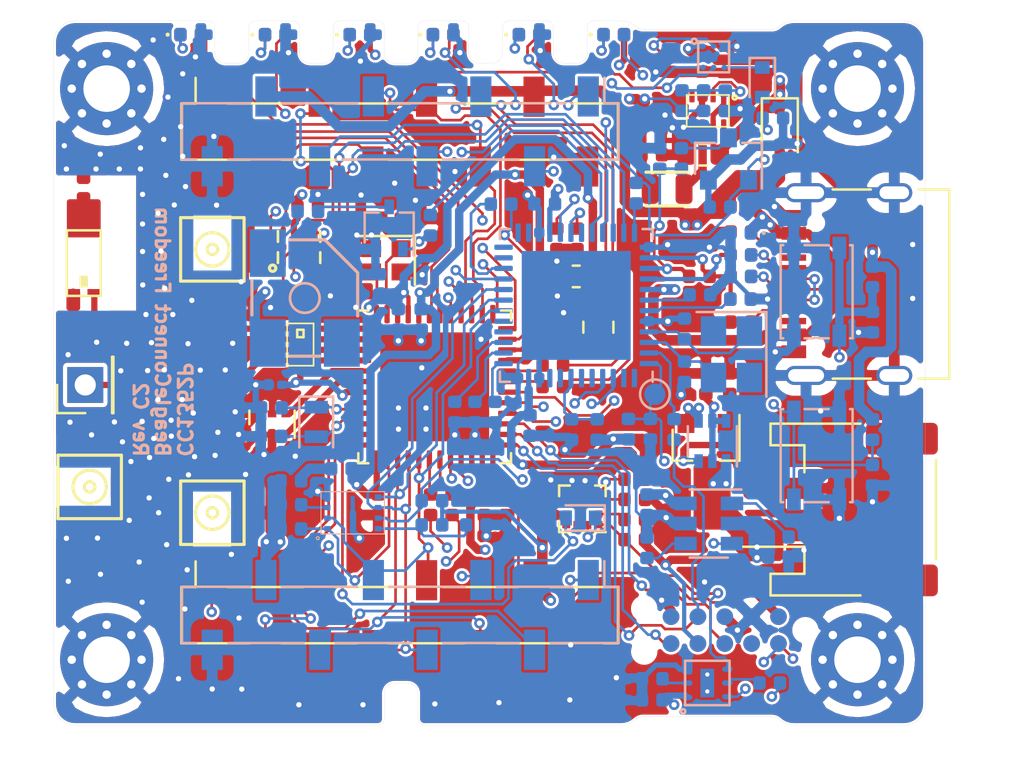
<source format=kicad_pcb>
(kicad_pcb (version 20171130) (host pcbnew "(5.1.7)-1")
  (title_block (title BeagleConnect) (date 2020-04-14) (rev B) (company BeagleBoard.org) (comment 1 "Schematic by Analog Life, LLC") (comment 2 "Layout by Analog Life, LLC"))
  (layers (0 F.Cu signal) (1 GND power hide) (2 PWR power) (31 B.Cu signal) (34 B.Paste user hide) (35 F.Paste user hide) (36 B.SilkS user) (37 F.SilkS user) (38 B.Mask user hide) (39 F.Mask user hide) (44 Edge.Cuts user))
  (net 0 "")
  (net 1 GND)
  (net 2 /RF/VDDR)
  (net 3 /RF/RX_TX)
  (net 4 /RF/DCDC_SW)
  (net 5 VDD)
  (net 6 "/USB Input/MSP430_TCK")
  (net 7 "/USB Input/MSP430_TDO")
  (net 8 "/USB Input/MSP430_TMS")
  (net 9 "/USB Input/MSP430_TDI")
  (net 10 /RF/RF_2_4GHZ_P)
  (net 11 /RF/RF_2_4GHZ_N)
  (net 12 /RF/RF_SUB_1GHZ_P)
  (net 13 /RF/RF_SUB_1GHZ_N)
  (net 14 "/USB Input/D-")
  (net 15 "/USB Input/D+")
  (net 16 RESET_N)
  (net 17 VDDS)
  (net 18 3V3)
  (net 19 V_ALT)
  (net 20 LED1)
  (net 21 LED2)
  (net 22 900M)
  (net 23 2.4G)
  (net 24 5V)
  (net 25 CC1352_TDI)
  (net 26 CC1352_TMS)
  (net 27 CC1352_TDO)
  (net 28 CC1352_TCK)
  (net 29 MISO)
  (net 30 CS_MB2)
  (net 31 SCK)
  (net 32 AN_MB2)
  (net 33 RST_MB2)
  (net 34 MOSI)
  (net 35 INT_MB2)
  (net 36 CC1352_RX_MB2_TX)
  (net 37 SDA)
  (net 38 PWM_MB2)
  (net 39 CC1352_TX_MB2_RX)
  (net 40 SCL)
  (net 41 CC1352_TX_MB1_RX)
  (net 42 PWM_MB1)
  (net 43 CC1352_RX_MB1_TX)
  (net 44 INT_MB1)
  (net 45 RST_MB1)
  (net 46 AN_MB1)
  (net 47 CS_MB1)
  (net 48 CC1352_TX_MSP430_RX)
  (net 49 CC1352_RX_MSP430_TX)
  (net 50 "/USB Input/VBUS")
  (net 51 "/USB Input/MSP_PUR")
  (net 52 "/USB Input/XTAL1")
  (net 53 "/USB Input/XTAL2")
  (net 54 "/USB Input/D_N")
  (net 55 "/USB Input/D_P")
  (net 56 INT_SENSOR)
  (net 57 INT_HDC2010)
  (net 58 ALT_IN)
  (net 59 ~CHG)
  (net 60 ~FLASH_CS)
  (net 61 "Net-(AE1-Pad3)")
  (net 62 "Net-(AE1-Pad1)")
  (net 63 "Net-(AE2-Pad1)")
  (net 64 "Net-(B1-Pad1)")
  (net 65 "Net-(B1-Pad4)")
  (net 66 "Net-(C5-Pad2)")
  (net 67 "Net-(C8-Pad2)")
  (net 68 "Net-(C9-Pad2)")
  (net 69 "Net-(C13-Pad2)")
  (net 70 "Net-(C15-Pad1)")
  (net 71 "Net-(C16-Pad1)")
  (net 72 "Net-(C17-Pad2)")
  (net 73 "Net-(C26-Pad2)")
  (net 74 "Net-(C28-Pad2)")
  (net 75 "Net-(C33-Pad2)")
  (net 76 USER_BOOT)
  (net 77 "Net-(D2-Pad1)")
  (net 78 "Net-(D3-Pad1)")
  (net 79 "Net-(D4-Pad1)")
  (net 80 "Net-(D5-Pad1)")
  (net 81 "Net-(D6-Pad1)")
  (net 82 "Net-(D7-Pad1)")
  (net 83 "Net-(J2-Pad7)")
  (net 84 "Net-(J2-Pad9)")
  (net 85 "Net-(J3-Pad5)")
  (net 86 "Net-(J3-Pad6)")
  (net 87 "/USB Input/MSP430_TEST")
  (net 88 "/USB Input/~MSP430_RST")
  (net 89 "Net-(J3-Pad10)")
  (net 90 "Net-(J3-Pad2)")
  (net 91 "Net-(J3-Pad3)")
  (net 92 "Net-(J3-Pad8)")
  (net 93 "Net-(L2-Pad1)")
  (net 94 "Net-(R23-Pad2)")
  (net 95 "Net-(R28-Pad2)")
  (net 96 "Net-(R29-Pad2)")
  (net 97 "Net-(R31-Pad1)")
  (net 98 "Net-(R37-Pad1)")
  (net 99 "Net-(R38-Pad1)")
  (net 100 "Net-(R43-Pad2)")
  (net 101 "Net-(R48-Pad2)")
  (net 102 "Net-(R51-Pad1)")
  (net 103 "Net-(R54-Pad1)")
  (net 104 "Net-(R24-Pad2)")
  (net 105 "Net-(R25-Pad2)")
  (net 106 MB1_CTRL)
  (net 107 "Net-(U1-Pad31)")
  (net 108 "Net-(R27-Pad2)")
  (net 109 "Net-(R26-Pad2)")
  (net 110 "Net-(U1-Pad9)")
  (net 111 "Net-(U1-Pad8)")
  (net 112 "Net-(U1-Pad6)")
  (net 113 "Net-(U1-Pad5)")
  (net 114 "Net-(U1-Pad2)")
  (net 115 "Net-(U1-Pad1)")
  (net 116 "Net-(R32-Pad1)")
  (net 117 "Net-(U3-Pad4)")
  (net 118 "Net-(R40-Pad1)")
  (net 119 "Net-(R39-Pad1)")
  (net 120 INT_LIS2DE12_1)
  (net 121 "Net-(R53-Pad2)")
  (net 122 "Net-(Q1-Pad3)")
  (net 123 "Net-(R39-Pad2)")
  (net 124 "Net-(R40-Pad2)")
  (net 125 "Net-(Y1-Pad4)")
  (net 126 "Net-(Y1-Pad2)")
  (net 127 "Net-(P1-PadB5)")
  (net 128 "Net-(P1-PadA5)")
  (net 129 "Net-(U3-Pad8)")
  (net 130 "Net-(C44-Pad2)")
  (net 131 "Net-(U9-Pad11)")
  (net 132 "Net-(R49-Pad2)")
  (net 133 "Net-(C29-Pad2)")
  (net 134 "Net-(C30-Pad1)")
  (net 135 "Net-(B2-Pad4)")
  (net 136 "Net-(B2-Pad3)")
  (net 137 "Net-(B2-Pad1)")
  (net 138 "Net-(BZ1-Pad2)")
  (net 139 "Net-(C35-Pad2)")
  (net 140 "Net-(C47-Pad1)")
  (net 141 "Net-(C48-Pad1)")
  (net 142 "Net-(P1-PadA8)")
  (net 143 "Net-(P1-PadB8)")
  (net 144 "Net-(Q2-Pad3)")
  (net 145 "Net-(Q2-Pad1)")
  (net 146 "Net-(Q3-Pad2)")
  (net 147 "Net-(Q3-Pad3)")
  (net 148 BUZZER_CTL)
  (net 149 "Net-(U1-Pad17)")
  (net 150 "Net-(U1-Pad16)")
  (module leash:A-1JB (layer F.Cu) (at 7.5 -10.05 90)
    (fp_text reference J8)
    (fp_text value UFL)
    (pad 3 smd rect (at 0 1.475 90) (size 2.2 1.05) (layers F.Cu F.Paste F.Mask) (net 1 GND))
    (pad 2 smd rect (at 0 -1.475 90) (size 2.2 1.05) (layers F.Cu F.Paste F.Mask) (net 1 GND))
    (pad 1 smd rect (at 1.525 0 90) (size 1.05 1) (layers F.Cu F.Paste F.Mask) (net 139 "Net-(C35-Pad2)"))
  )
  (module Package_DFN_QFN:QFN-48-1EP_7x7mm_P0.5mm_EP5.15x5.15mm (layer F.Cu) (at 18.01 -16)
    (fp_text reference U4 hide)
    (fp_text value CC1352P-LeashPCB)
    (pad 49 smd rect (at 0 0) (size 5.15 5.15) (layers F.Cu F.Mask) (net 1 GND))
    (pad 48 smd roundrect (at -2.75 -3.4375) (size 0.25 0.875) (layers F.Cu F.Paste F.Mask) (net 2 /RF/VDDR))
    (pad 47 smd roundrect (at -2.25 -3.4375) (size 0.25 0.875) (layers F.Cu F.Paste F.Mask) (net 141 "Net-(C48-Pad1)"))
    (pad 46 smd roundrect (at -1.75 -3.4375) (size 0.25 0.875) (layers F.Cu F.Paste F.Mask) (net 140 "Net-(C47-Pad1)"))
    (pad 45 smd roundrect (at -1.25 -3.4375) (size 0.25 0.875) (layers F.Cu F.Paste F.Mask) (net 2 /RF/VDDR))
    (pad 44 smd roundrect (at -0.75 -3.4375) (size 0.25 0.875) (layers F.Cu F.Paste F.Mask) (net 17 VDDS))
    (pad 43 smd roundrect (at -0.25 -3.4375) (size 0.25 0.875) (layers F.Cu F.Paste F.Mask) (net 42 PWM_MB1))
    (pad 42 smd roundrect (at 0.25 -3.4375) (size 0.25 0.875) (layers F.Cu F.Paste F.Mask) (net 44 INT_MB1))
    (pad 41 smd roundrect (at 0.75 -3.4375) (size 0.25 0.875) (layers F.Cu F.Paste F.Mask) (net 47 CS_MB1))
    (pad 40 smd roundrect (at 1.25 -3.4375) (size 0.25 0.875) (layers F.Cu F.Paste F.Mask) (net 30 CS_MB2))
    (pad 39 smd roundrect (at 1.75 -3.4375) (size 0.25 0.875) (layers F.Cu F.Paste F.Mask) (net 37 SDA))
    (pad 38 smd roundrect (at 2.25 -3.4375) (size 0.25 0.875) (layers F.Cu F.Paste F.Mask) (net 40 SCL))
    (pad 37 smd roundrect (at 2.75 -3.4375) (size 0.25 0.875) (layers F.Cu F.Paste F.Mask) (net 32 AN_MB2))
    (pad 36 smd roundrect (at 3.4375 -2.75) (size 0.875 0.25) (layers F.Cu F.Paste F.Mask) (net 46 AN_MB1))
    (pad 35 smd roundrect (at 3.4375 -2.25) (size 0.875 0.25) (layers F.Cu F.Paste F.Mask) (net 16 RESET_N))
    (pad 34 smd roundrect (at 3.4375 -1.75) (size 0.875 0.25) (layers F.Cu F.Paste F.Mask) (net 17 VDDS))
    (pad 33 smd roundrect (at 3.4375 -1.25) (size 0.875 0.25) (layers F.Cu F.Paste F.Mask) (net 4 /RF/DCDC_SW))
    (pad 32 smd roundrect (at 3.4375 -0.75) (size 0.875 0.25) (layers F.Cu F.Paste F.Mask) (net 99 "Net-(R38-Pad1)"))
    (pad 31 smd roundrect (at 3.4375 -0.25) (size 0.875 0.25) (layers F.Cu F.Paste F.Mask) (net 98 "Net-(R37-Pad1)"))
    (pad 30 smd roundrect (at 3.4375 0.25) (size 0.875 0.25) (layers F.Cu F.Paste F.Mask) (net 35 INT_MB2))
    (pad 29 smd roundrect (at 3.4375 0.75) (size 0.875 0.25) (layers F.Cu F.Paste F.Mask) (net 38 PWM_MB2))
    (pad 28 smd roundrect (at 3.4375 1.25) (size 0.875 0.25) (layers F.Cu F.Paste F.Mask) (net 23 2.4G))
    (pad 27 smd roundrect (at 3.4375 1.75) (size 0.875 0.25) (layers F.Cu F.Paste F.Mask) (net 25 CC1352_TDI))
    (pad 26 smd roundrect (at 3.4375 2.25) (size 0.875 0.25) (layers F.Cu F.Paste F.Mask) (net 27 CC1352_TDO))
    (pad 25 smd roundrect (at 3.4375 2.75) (size 0.875 0.25) (layers F.Cu F.Paste F.Mask) (net 28 CC1352_TCK))
    (pad 24 smd roundrect (at 2.75 3.4375) (size 0.25 0.875) (layers F.Cu F.Paste F.Mask) (net 26 CC1352_TMS))
    (pad 23 smd roundrect (at 2.25 3.4375) (size 0.25 0.875) (layers F.Cu F.Paste F.Mask) (net 72 "Net-(C17-Pad2)"))
    (pad 22 smd roundrect (at 1.75 3.4375) (size 0.25 0.875) (layers F.Cu F.Paste F.Mask) (net 17 VDDS))
    (pad 21 smd roundrect (at 1.25 3.4375) (size 0.25 0.875) (layers F.Cu F.Paste F.Mask) (net 76 USER_BOOT))
    (pad 20 smd roundrect (at 0.75 3.4375) (size 0.25 0.875) (layers F.Cu F.Paste F.Mask) (net 22 900M))
    (pad 19 smd roundrect (at 0.25 3.4375) (size 0.25 0.875) (layers F.Cu F.Paste F.Mask) (net 118 "Net-(R40-Pad1)"))
    (pad 18 smd roundrect (at -0.25 3.4375) (size 0.25 0.875) (layers F.Cu F.Paste F.Mask) (net 119 "Net-(R39-Pad1)"))
    (pad 17 smd roundrect (at -0.75 3.4375) (size 0.25 0.875) (layers F.Cu F.Paste F.Mask) (net 29 MISO))
    (pad 16 smd roundrect (at -1.25 3.4375) (size 0.25 0.875) (layers F.Cu F.Paste F.Mask) (net 31 SCK))
    (pad 15 smd roundrect (at -1.75 3.4375) (size 0.25 0.875) (layers F.Cu F.Paste F.Mask) (net 34 MOSI))
    (pad 14 smd roundrect (at -2.25 3.4375) (size 0.25 0.875) (layers F.Cu F.Paste F.Mask) (net 60 ~FLASH_CS))
    (pad 13 smd roundrect (at -2.75 3.4375) (size 0.25 0.875) (layers F.Cu F.Paste F.Mask) (net 17 VDDS))
    (pad 12 smd roundrect (at -3.4375 2.75) (size 0.875 0.25) (layers F.Cu F.Paste F.Mask) (net 56 INT_SENSOR))
    (pad 11 smd roundrect (at -3.4375 2.25) (size 0.875 0.25) (layers F.Cu F.Paste F.Mask) (net 45 RST_MB1))
    (pad 10 smd roundrect (at -3.4375 1.75) (size 0.875 0.25) (layers F.Cu F.Paste F.Mask) (net 33 RST_MB2))
    (pad 9 smd roundrect (at -3.4375 1.25) (size 0.875 0.25) (layers F.Cu F.Paste F.Mask) (net 71 "Net-(C16-Pad1)"))
    (pad 8 smd roundrect (at -3.4375 0.75) (size 0.875 0.25) (layers F.Cu F.Paste F.Mask) (net 70 "Net-(C15-Pad1)"))
    (pad 7 smd roundrect (at -3.4375 0.25) (size 0.875 0.25) (layers F.Cu F.Paste F.Mask) (net 3 /RF/RX_TX))
    (pad 6 smd roundrect (at -3.4375 -0.25) (size 0.875 0.25) (layers F.Cu F.Paste F.Mask) (net 136 "Net-(B2-Pad3)"))
    (pad 5 smd roundrect (at -3.4375 -0.75) (size 0.875 0.25) (layers F.Cu F.Paste F.Mask) (net 135 "Net-(B2-Pad4)"))
    (pad 4 smd roundrect (at -3.4375 -1.25) (size 0.875 0.25) (layers F.Cu F.Paste F.Mask) (net 13 /RF/RF_SUB_1GHZ_N))
    (pad 3 smd roundrect (at -3.4375 -1.75) (size 0.875 0.25) (layers F.Cu F.Paste F.Mask) (net 12 /RF/RF_SUB_1GHZ_P))
    (pad 2 smd roundrect (at -3.4375 -2.25) (size 0.875 0.25) (layers F.Cu F.Paste F.Mask) (net 11 /RF/RF_2_4GHZ_N))
    (pad 1 smd roundrect (at -3.4375 -2.75) (size 0.875 0.25) (layers F.Cu F.Paste F.Mask) (net 10 /RF/RF_2_4GHZ_P))
  )
  (module Resistor_SMD:R_0402_1005Metric (layer B.Cu) (at 12.015 -24.29)
    (fp_text reference R15 hide)
    (fp_text value 0)
    (pad 2 smd roundrect (at 0.485 0) (size 0.59 0.64) (layers B.Cu B.Paste B.Mask) (net 144 "Net-(Q2-Pad3)"))
    (pad 1 smd roundrect (at -0.485 0) (size 0.59 0.64) (layers B.Cu B.Paste B.Mask) (net 138 "Net-(BZ1-Pad2)"))
  )
  (module Resistor_SMD:R_0402_1005Metric (layer F.Cu) (at 16.89 -23.94)
    (fp_text reference R12 hide)
    (fp_text value 100K)
    (pad 2 smd roundrect (at 0.485 0) (size 0.59 0.64) (layers F.Cu F.Paste F.Mask) (net 1 GND))
    (pad 1 smd roundrect (at -0.485 0) (size 0.59 0.64) (layers F.Cu F.Paste F.Mask) (net 145 "Net-(Q2-Pad1)"))
  )
  (module Resistor_SMD:R_0402_1005Metric (layer B.Cu) (at 17.81 -23.64 90)
    (fp_text reference R10 hide)
    (fp_text value 0)
    (pad 2 smd roundrect (at 0.485 0 90) (size 0.59 0.64) (layers B.Cu B.Paste B.Mask) (net 148 BUZZER_CTL))
    (pad 1 smd roundrect (at -0.485 0 90) (size 0.59 0.64) (layers B.Cu B.Paste B.Mask) (net 145 "Net-(Q2-Pad1)"))
  )
  (module Resistor_SMD:R_0402_1005Metric (layer F.Cu) (at 31.96 -16.15 270)
    (fp_text reference R9 hide)
    (fp_text value 100K)
    (pad 2 smd roundrect (at 0.485 0 270) (size 0.59 0.64) (layers F.Cu F.Paste F.Mask) (net 147 "Net-(Q3-Pad3)"))
    (pad 1 smd roundrect (at -0.485 0 270) (size 0.59 0.64) (layers F.Cu F.Paste F.Mask) (net 1 GND))
  )
  (module Resistor_SMD:R_0402_1005Metric (layer F.Cu) (at 30.83 -16.15 270)
    (fp_text reference R8 hide)
    (fp_text value 100K)
    (pad 2 smd roundrect (at 0.485 0 270) (size 0.59 0.64) (layers F.Cu F.Paste F.Mask) (net 146 "Net-(Q3-Pad2)"))
    (pad 1 smd roundrect (at -0.485 0 270) (size 0.59 0.64) (layers F.Cu F.Paste F.Mask) (net 1 GND))
  )
  (module Package_TO_SOT_SMD:SOT-23 (layer F.Cu) (at 30.84 -13.27 270)
    (fp_text reference Q4 hide)
    (fp_text value CJ2305)
    (pad 3 smd rect (at 1 0 270) (size 0.9 0.8) (layers F.Cu F.Paste F.Mask) (net 58 ALT_IN))
    (pad 2 smd rect (at -1 0.95 270) (size 0.9 0.8) (layers F.Cu F.Paste F.Mask) (net 19 V_ALT))
    (pad 1 smd rect (at -1 -0.95 270) (size 0.9 0.8) (layers F.Cu F.Paste F.Mask) (net 147 "Net-(Q3-Pad3)"))
  )
  (module Package_TO_SOT_SMD:SOT-363_SC-70-6 (layer B.Cu) (at 31.14 -13.44 90)
    (fp_text reference Q3 hide)
    (fp_text value BC856S)
    (pad 6 smd rect (at 0.95 0.65 90) (size 0.65 0.4) (layers B.Cu B.Paste B.Mask) (net 146 "Net-(Q3-Pad2)"))
    (pad 4 smd rect (at 0.95 -0.65 90) (size 0.65 0.4) (layers B.Cu B.Paste B.Mask) (net 19 V_ALT))
    (pad 2 smd rect (at -0.95 0 90) (size 0.65 0.4) (layers B.Cu B.Paste B.Mask) (net 146 "Net-(Q3-Pad2)"))
    (pad 5 smd rect (at 0.95 0 90) (size 0.65 0.4) (layers B.Cu B.Paste B.Mask) (net 146 "Net-(Q3-Pad2)"))
    (pad 3 smd rect (at -0.95 -0.65 90) (size 0.65 0.4) (layers B.Cu B.Paste B.Mask) (net 147 "Net-(Q3-Pad3)"))
    (pad 1 smd rect (at -0.95 0.65 90) (size 0.65 0.4) (layers B.Cu B.Paste B.Mask) (net 58 ALT_IN))
  )
  (module Package_TO_SOT_SMD:SOT-323_SC-70 (layer B.Cu) (at 15.86 -23.51 90)
    (fp_text reference Q2 hide)
    (fp_text value 2N7002PW)
    (pad 3 smd rect (at 1 0 180) (size 0.45 0.7) (layers B.Cu B.Paste B.Mask) (net 144 "Net-(Q2-Pad3)"))
    (pad 2 smd rect (at -1 -0.65 180) (size 0.45 0.7) (layers B.Cu B.Paste B.Mask) (net 1 GND))
    (pad 1 smd rect (at -1 0.65 180) (size 0.45 0.7) (layers B.Cu B.Paste B.Mask) (net 145 "Net-(Q2-Pad1)"))
  )
  (module Connector_USB:USB_C_Receptacle_Palconn_UTC16-G (layer F.Cu) (at 37.5 -20.86 90)
    (fp_text reference P1 hide)
    (fp_text value USB_C_Receptacle_USB2.0)
    (pad A12 smd rect (at 3.2 -2.51 90) (size 0.6 1.16) (layers F.Cu F.Paste F.Mask) (net 1 GND))
    (pad A9 smd rect (at 2.4 -2.51 90) (size 0.6 1.16) (layers F.Cu F.Paste F.Mask) (net 50 "/USB Input/VBUS"))
    (pad B1 smd rect (at 3.2 -2.51 90) (size 0.6 1.16) (layers F.Cu F.Paste F.Mask) (net 1 GND))
    (pad B4 smd rect (at 2.4 -2.51 90) (size 0.6 1.16) (layers F.Cu F.Paste F.Mask) (net 50 "/USB Input/VBUS"))
    (pad B12 smd rect (at -3.2 -2.51 90) (size 0.6 1.16) (layers F.Cu F.Paste F.Mask) (net 1 GND))
    (pad A1 smd rect (at -3.2 -2.51 90) (size 0.6 1.16) (layers F.Cu F.Paste F.Mask) (net 1 GND))
    (pad B9 smd rect (at -2.4 -2.51 90) (size 0.6 1.16) (layers F.Cu F.Paste F.Mask) (net 50 "/USB Input/VBUS"))
    (pad A4 smd rect (at -2.4 -2.51 90) (size 0.6 1.16) (layers F.Cu F.Paste F.Mask) (net 50 "/USB Input/VBUS"))
    (pad "" np_thru_hole circle (at -2.89 -1.45 270) (size 0.6 0.6) (drill 0.6) (layers *.Cu *.Mask))
    (pad "" np_thru_hole circle (at 2.89 -1.45 270) (size 0.6 0.6) (drill 0.6) (layers *.Cu *.Mask))
    (pad B5 smd rect (at 1.75 -2.51 270) (size 0.3 1.16) (layers F.Cu F.Paste F.Mask) (net 127 "Net-(P1-PadB5)"))
    (pad B6 smd rect (at 0.75 -2.51 270) (size 0.3 1.16) (layers F.Cu F.Paste F.Mask) (net 55 "/USB Input/D_P"))
    (pad A8 smd rect (at 1.25 -2.51 270) (size 0.3 1.16) (layers F.Cu F.Paste F.Mask) (net 142 "Net-(P1-PadA8)"))
    (pad A5 smd rect (at -1.25 -2.51 270) (size 0.3 1.16) (layers F.Cu F.Paste F.Mask) (net 128 "Net-(P1-PadA5)"))
    (pad B8 smd rect (at -1.75 -2.51 270) (size 0.3 1.16) (layers F.Cu F.Paste F.Mask) (net 143 "Net-(P1-PadB8)"))
    (pad A7 smd rect (at 0.25 -2.51 270) (size 0.3 1.16) (layers F.Cu F.Paste F.Mask) (net 54 "/USB Input/D_N"))
    (pad A6 smd rect (at -0.25 -2.51 270) (size 0.3 1.16) (layers F.Cu F.Paste F.Mask) (net 55 "/USB Input/D_P"))
    (pad B7 smd rect (at -0.75 -2.51 270) (size 0.3 1.16) (layers F.Cu F.Paste F.Mask) (net 54 "/USB Input/D_N"))
    (pad S1 thru_hole oval (at 4.32 2.24 180) (size 1.7 0.9) (drill oval 1.4 0.6) (layers *.Cu *.Mask) (net 1 GND))
    (pad S1 thru_hole oval (at -4.32 2.24 180) (size 1.7 0.9) (drill oval 1.4 0.6) (layers *.Cu *.Mask) (net 1 GND))
    (pad S1 thru_hole oval (at 4.32 -1.93 180) (size 2 0.9) (drill oval 1.7 0.6) (layers *.Cu *.Mask) (net 1 GND))
    (pad S1 thru_hole oval (at -4.32 -1.93 180) (size 2 0.9) (drill oval 1.7 0.6) (layers *.Cu *.Mask) (net 1 GND))
  )
  (module Capacitor_SMD:C_0402_1005Metric (layer F.Cu) (at 13.69 -21.91 90)
    (fp_text reference C48 hide)
    (fp_text value 12P)
    (pad 2 smd roundrect (at 0.485 0 90) (size 0.59 0.64) (layers F.Cu F.Paste F.Mask) (net 1 GND))
    (pad 1 smd roundrect (at -0.485 0 90) (size 0.59 0.64) (layers F.Cu F.Paste F.Mask) (net 141 "Net-(C48-Pad1)"))
  )
  (module Capacitor_SMD:C_0402_1005Metric (layer F.Cu) (at 15 -23.97 180)
    (fp_text reference C47 hide)
    (fp_text value 7P)
    (pad 2 smd roundrect (at 0.485 0 180) (size 0.59 0.64) (layers F.Cu F.Paste F.Mask) (net 1 GND))
    (pad 1 smd roundrect (at -0.485 0 180) (size 0.59 0.64) (layers F.Cu F.Paste F.Mask) (net 140 "Net-(C47-Pad1)"))
  )
  (module Capacitor_SMD:C_0201_0603Metric (layer F.Cu) (at 8.58 -15.77 270)
    (fp_text reference C46 hide)
    (fp_text value DNP)
    (pad 2 smd roundrect (at 0.32 0 270) (size 0.46 0.4) (layers F.Cu F.Mask) (net 1 GND))
    (pad 1 smd roundrect (at -0.32 0 270) (size 0.46 0.4) (layers F.Cu F.Mask) (net 65 "Net-(B1-Pad4)"))
  )
  (module Capacitor_SMD:C_0201_0603Metric (layer F.Cu) (at 8.47 -19.07 270)
    (fp_text reference C43 hide)
    (fp_text value DNP)
    (pad 2 smd roundrect (at 0.32 0 270) (size 0.46 0.4) (layers F.Cu F.Mask) (net 64 "Net-(B1-Pad1)"))
    (pad 1 smd roundrect (at -0.32 0 270) (size 0.46 0.4) (layers F.Cu F.Mask) (net 1 GND))
  )
  (module Capacitor_SMD:C_0201_0603Metric (layer F.Cu) (at 8.82 -12.89 225)
    (fp_text reference C35 hide)
    (fp_text value 100N)
    (pad 2 smd roundrect (at 0.32 0 225) (size 0.46 0.4) (layers F.Cu F.Mask) (net 139 "Net-(C35-Pad2)"))
    (pad 1 smd roundrect (at -0.32 0 225) (size 0.46 0.4) (layers F.Cu F.Mask) (net 137 "Net-(B2-Pad1)"))
  )
  (module Capacitor_SMD:C_0201_0603Metric (layer B.Cu) (at 10.47 -16.1)
    (fp_text reference C27 hide)
    (fp_text value 100N)
    (pad 2 smd roundrect (at 0.32 0) (size 0.46 0.4) (layers B.Cu B.Mask) (net 3 /RF/RX_TX))
    (pad 1 smd roundrect (at -0.32 0) (size 0.46 0.4) (layers B.Cu B.Mask) (net 1 GND))
  )
  (module leash:BUZZER3-5.5X5X2MM (layer B.Cu) (at 11.87 -20.2 90)
    (fp_text reference BZ1 hide)
    (fp_text value Buzzer)
    (pad 3 smd rect (at -2.125 1.75 90) (size 2.25 1.7) (layers B.Cu B.Paste B.Mask))
    (pad 2 smd rect (at 2.125 -1.75 90) (size 2.25 1.7) (layers B.Cu B.Paste B.Mask) (net 138 "Net-(BZ1-Pad2)"))
    (pad 1 smd rect (at -2.125 -1.75 90) (size 2.25 1.7) (layers B.Cu B.Paste B.Mask) (net 18 3V3))
  )
  (module RF_Converter:Anaren_0805_2012Metric-6 (layer F.Cu) (at 10.32 -14.23 90)
    (fp_text reference B2 hide)
    (fp_text value 1720BL15B0200E)
    (pad 6 smd rect (at 0.495 -0.65) (size 0.41 0.33) (layers F.Cu F.Paste F.Mask) (net 1 GND))
    (pad 5 smd rect (at 0.495 0) (size 0.41 0.33) (layers F.Cu F.Paste F.Mask) (net 1 GND))
    (pad 4 smd rect (at 0.495 0.65) (size 0.41 0.33) (layers F.Cu F.Paste F.Mask) (net 135 "Net-(B2-Pad4)"))
    (pad 3 smd rect (at -0.495 0.65) (size 0.41 0.33) (layers F.Cu F.Paste F.Mask) (net 136 "Net-(B2-Pad3)"))
    (pad 2 smd rect (at -0.495 0) (size 0.41 0.33) (layers F.Cu F.Paste F.Mask) (net 1 GND))
    (pad 1 smd rect (at -0.495 -0.65) (size 0.41 0.33) (layers F.Cu F.Paste F.Mask) (net 137 "Net-(B2-Pad1)"))
  )
  (module Resistor_SMD:R_0402_1005Metric (layer B.Cu) (at 31.5 -24.5)
    (fp_text reference R11 hide)
    (fp_text value 1K)
    (pad 2 smd roundrect (at 0.485 0) (size 0.59 0.64) (layers B.Cu B.Paste B.Mask) (net 76 USER_BOOT))
    (pad 1 smd roundrect (at -0.485 0) (size 0.59 0.64) (layers B.Cu B.Paste B.Mask) (net 18 3V3))
  )
  (module leash:Tag-Connect-10 (layer B.Cu) (at 35.535005 -4.5 180)
    (fp_text reference J3)
    (fp_text value TAG-CONNECT-10)
    (pad 4 smd circle (at 5.08 -0.635 180) (size 0.7874 0.7874) (layers B.Cu B.Mask) (net 18 3V3))
    (pad 5 smd circle (at 6.35 -0.635 180) (size 0.7874 0.7874) (layers B.Cu B.Mask) (net 85 "Net-(J3-Pad5)"))
    (pad 6 smd circle (at 6.35 0.635 180) (size 0.7874 0.7874) (layers B.Cu B.Mask) (net 86 "Net-(J3-Pad6)"))
    (pad 7 smd circle (at 5.08 0.635 180) (size 0.7874 0.7874) (layers B.Cu B.Mask) (net 87 "/USB Input/MSP430_TEST"))
    (pad "" np_thru_hole circle (at 0 0 180) (size 0.9906 0.9906) (drill 0.9906) (layers *.Cu *.Mask))
    (pad "" np_thru_hole circle (at 7.62 1.016 180) (size 0.9906 0.9906) (drill 0.9906) (layers *.Cu *.Mask))
    (pad "" np_thru_hole circle (at 7.62 -1.016 180) (size 0.9906 0.9906) (drill 0.9906) (layers *.Cu *.Mask))
    (pad 1 smd circle (at 1.27 -0.635 180) (size 0.7874 0.7874) (layers B.Cu B.Mask) (net 88 "/USB Input/~MSP430_RST"))
    (pad 10 smd circle (at 1.27 0.635 180) (size 0.7874 0.7874) (layers B.Cu B.Mask) (net 89 "Net-(J3-Pad10)"))
    (pad 2 smd circle (at 2.54 -0.635 180) (size 0.7874 0.7874) (layers B.Cu B.Mask) (net 90 "Net-(J3-Pad2)"))
    (pad 9 smd circle (at 2.54 0.635 180) (size 0.7874 0.7874) (layers B.Cu B.Mask) (net 1 GND))
    (pad 3 smd circle (at 3.81 -0.635 180) (size 0.7874 0.7874) (layers B.Cu B.Mask) (net 91 "Net-(J3-Pad3)"))
    (pad 8 smd circle (at 3.81 0.635 180) (size 0.7874 0.7874) (layers B.Cu B.Mask) (net 92 "Net-(J3-Pad8)"))
  )
  (module leash:Tag-Connect-10 (layer F.Cu) (at 35.535005 -4.5 180)
    (fp_text reference J2 hide)
    (fp_text value TAG-CONNECT-10)
    (pad 4 smd circle (at 5.08 0.635 180) (size 0.7874 0.7874) (layers F.Cu F.Mask) (net 28 CC1352_TCK))
    (pad 5 smd circle (at 6.35 0.635 180) (size 0.7874 0.7874) (layers F.Cu F.Mask) (net 1 GND))
    (pad 6 smd circle (at 6.35 -0.635 180) (size 0.7874 0.7874) (layers F.Cu F.Mask) (net 27 CC1352_TDO))
    (pad 7 smd circle (at 5.08 -0.635 180) (size 0.7874 0.7874) (layers F.Cu F.Mask) (net 83 "Net-(J2-Pad7)"))
    (pad "" np_thru_hole circle (at 0 0 180) (size 0.9906 0.9906) (drill 0.9906) (layers *.Cu *.Mask))
    (pad "" np_thru_hole circle (at 7.62 -1.016 180) (size 0.9906 0.9906) (drill 0.9906) (layers *.Cu *.Mask))
    (pad "" np_thru_hole circle (at 7.62 1.016 180) (size 0.9906 0.9906) (drill 0.9906) (layers *.Cu *.Mask))
    (pad 1 smd circle (at 1.27 0.635 180) (size 0.7874 0.7874) (layers F.Cu F.Mask) (net 18 3V3))
    (pad 10 smd circle (at 1.27 -0.635 180) (size 0.7874 0.7874) (layers F.Cu F.Mask) (net 16 RESET_N))
    (pad 2 smd circle (at 2.54 0.635 180) (size 0.7874 0.7874) (layers F.Cu F.Mask) (net 26 CC1352_TMS))
    (pad 9 smd circle (at 2.54 -0.635 180) (size 0.7874 0.7874) (layers F.Cu F.Mask) (net 84 "Net-(J2-Pad9)"))
    (pad 3 smd circle (at 3.81 0.635 180) (size 0.7874 0.7874) (layers F.Cu F.Mask) (net 1 GND))
    (pad 8 smd circle (at 3.81 -0.635 180) (size 0.7874 0.7874) (layers F.Cu F.Mask) (net 25 CC1352_TDI))
  )
  (module leash:USON6 (layer B.Cu) (at 30.9 -2)
    (fp_text reference U7)
    (fp_text value OPT3001)
    (pad 7 thru_hole circle (at 0 -0.4) (size 0.2 0.2) (drill 0.2) (layers *.Cu *.Mask))
    (pad 7 thru_hole circle (at 0 0.4) (size 0.2 0.2) (drill 0.2) (layers *.Cu *.Mask))
    (pad 7 smd rect (at 0 0) (size 0.65 1.35) (layers B.Cu B.Paste B.Mask))
    (pad 6 smd roundrect (at 0.95 0.65) (size 0.5 0.25) (layers B.Cu B.Paste B.Mask) (roundrect_rratio 0.5) (net 37 SDA))
    (pad 5 smd roundrect (at 0.95 0) (size 0.5 0.25) (layers B.Cu B.Paste B.Mask) (roundrect_rratio 0.5) (net 132 "Net-(R49-Pad2)"))
    (pad 4 smd roundrect (at 0.95 -0.65) (size 0.5 0.25) (layers B.Cu B.Paste B.Mask) (roundrect_rratio 0.5) (net 40 SCL))
    (pad 3 smd roundrect (at -0.95 -0.65) (size 0.5 0.25) (layers B.Cu B.Paste B.Mask) (roundrect_rratio 0.5) (net 1 GND))
    (pad 2 smd roundrect (at -0.95 0) (size 0.5 0.25) (layers B.Cu B.Paste B.Mask) (roundrect_rratio 0.5) (net 101 "Net-(R48-Pad2)"))
    (pad 1 smd roundrect (at -0.95 0.675) (size 0.5 0.25) (layers B.Cu B.Paste B.Mask) (roundrect_rratio 0.5) (net 18 3V3))
  )
  (module leash:HDC2010 (layer B.Cu) (at 31.2 -31.6 270)
    (fp_text reference U8)
    (fp_text value HDC2010)
    (pad A2 smd circle (at 0.5 0.5 270) (size 0.263 0.263) (layers B.Cu B.Paste B.Mask) (net 37 SDA))
    (pad B2 smd circle (at 0.5 0 270) (size 0.263 0.263) (layers B.Cu B.Paste B.Mask) (net 40 SCL))
    (pad C2 smd circle (at 0.5 -0.5 270) (size 0.263 0.263) (layers B.Cu B.Paste B.Mask) (net 57 INT_HDC2010))
    (pad C1 smd circle (at -0.5 -0.5 270) (size 0.263 0.263) (layers B.Cu B.Paste B.Mask) (net 1 GND))
    (pad B1 smd circle (at -0.5 0 270) (size 0.263 0.263) (layers B.Cu B.Paste B.Mask) (net 102 "Net-(R51-Pad1)"))
    (pad A1 smd circle (at -0.5 0.5 270) (size 0.263 0.263) (layers B.Cu B.Paste B.Mask) (net 18 3V3))
  )
  (module leash:MX25R8035FZUIL0 (layer B.Cu) (at 14.135505 -10.045105)
    (fp_text reference U6)
    (fp_text value GD25Q16CEIGR)
    (pad 9 smd custom (at 0 0) (size 0.2 1) (layers B.Cu B.Paste B.Mask) (net 1 GND) (options (clearance outline) (anchor rect)) (primitives (gr_poly (pts (xy 0 0.8) (xy 0.1 0.8) (xy 0.1 -0.8) (xy -0.1 -0.8) (xy -0.1 0.7)) (width 0))))
    (pad 8 smd rect (at 1.2 0.75) (size 0.3 0.25) (layers B.Cu B.Paste B.Mask) (net 73 "Net-(C26-Pad2)"))
    (pad 7 smd rect (at 1.2 0.25) (size 0.3 0.25) (layers B.Cu B.Paste B.Mask) (net 16 RESET_N))
    (pad 6 smd rect (at 1.2 -0.25) (size 0.3 0.25) (layers B.Cu B.Paste B.Mask) (net 31 SCK))
    (pad 5 smd rect (at 1.2 -0.75) (size 0.3 0.25) (layers B.Cu B.Paste B.Mask) (net 34 MOSI))
    (pad 4 smd rect (at -1.2 -0.75) (size 0.3 0.25) (layers B.Cu B.Paste B.Mask) (net 1 GND))
    (pad 3 smd rect (at -1.2 -0.25) (size 0.3 0.25) (layers B.Cu B.Paste B.Mask) (net 100 "Net-(R43-Pad2)"))
    (pad 2 smd rect (at -1.2 0.25) (size 0.3 0.25) (layers B.Cu B.Paste B.Mask) (net 29 MISO))
    (pad 1 smd rect (at -1.2 0.75) (size 0.3 0.25) (layers B.Cu B.Paste B.Mask) (net 60 ~FLASH_CS))
  )
  (module leash:TPS62821DLC (layer F.Cu) (at 30.925 -29.05 270)
    (fp_text reference U3)
    (fp_text value TPS62821)
    (pad 8 smd roundrect (at 0.675 -0.75 270) (size 0.55 0.25) (layers F.Cu F.Paste F.Mask) (roundrect_rratio 0.2) (net 129 "Net-(U3-Pad8)"))
    (pad 7 smd roundrect (at 0.675 -0.25 270) (size 0.55 0.25) (layers F.Cu F.Paste F.Mask) (roundrect_rratio 0.2) (net 19 V_ALT))
    (pad 6 smd roundrect (at 0.675 0.25 270) (size 0.55 0.25) (layers F.Cu F.Paste F.Mask) (roundrect_rratio 0.2) (net 93 "Net-(L2-Pad1)"))
    (pad 5 smd roundrect (at 0.675 0.75 270) (size 0.55 0.25) (layers F.Cu F.Paste F.Mask) (roundrect_rratio 0.2) (net 1 GND))
    (pad 4 smd roundrect (at -0.675 0.75 270) (size 0.55 0.25) (layers F.Cu F.Paste F.Mask) (roundrect_rratio 0.2) (net 117 "Net-(U3-Pad4)"))
    (pad 3 smd roundrect (at -0.675 0.25 270) (size 0.55 0.25) (layers F.Cu F.Paste F.Mask) (roundrect_rratio 0.2) (net 1 GND))
    (pad 2 smd roundrect (at -0.675 -0.25 270) (size 0.55 0.25) (layers F.Cu F.Paste F.Mask) (roundrect_rratio 0.2) (net 69 "Net-(C13-Pad2)"))
    (pad 1 smd roundrect (at -0.675 -0.75 270) (size 0.55 0.25) (layers F.Cu F.Paste F.Mask) (roundrect_rratio 0.2) (net 19 V_ALT))
  )
  (module leash:RFECA3216060A1T (layer F.Cu) (at 1.42 -21.85 270)
    (fp_text reference AE1)
    (fp_text value Antenna_Dipole)
    (pad 3 smd rect (at -1.4 0 270) (size 0.35 1.6) (layers F.Cu F.Paste F.Mask) (net 61 "Net-(AE1-Pad3)"))
    (pad 2 smd rect (at 1.4 0.5 270) (size 0.35 0.65) (layers F.Cu F.Paste F.Mask) (net 1 GND))
    (pad 1 smd rect (at 1.4 -0.5 270) (size 0.35 0.65) (layers F.Cu F.Paste F.Mask) (net 62 "Net-(AE1-Pad1)"))
  )
  (module leash:0900PC15A0036 (layer F.Cu) (at 11.66 -18 270)
    (fp_text reference B1)
    (fp_text value 0900PC15A0036E)
    (pad 10 smd roundrect (at -1.15 0) (size 0.3 0.75) (layers F.Cu F.Paste F.Mask) (net 1 GND))
    (pad 5 smd roundrect (at 1.15 0) (size 0.3 0.75) (layers F.Cu F.Paste F.Mask) (net 3 /RF/RX_TX))
    (pad 9 smd roundrect (at -0.75 -0.8 270) (size 0.25 0.75) (layers F.Cu F.Paste F.Mask) (net 10 /RF/RF_2_4GHZ_P))
    (pad 8 smd roundrect (at -0.25 -0.8 270) (size 0.25 0.75) (layers F.Cu F.Paste F.Mask) (net 11 /RF/RF_2_4GHZ_N))
    (pad 7 smd roundrect (at 0.25 -0.8 270) (size 0.25 0.75) (layers F.Cu F.Paste F.Mask) (net 12 /RF/RF_SUB_1GHZ_P))
    (pad 6 smd roundrect (at 0.75 -0.8 270) (size 0.25 0.75) (layers F.Cu F.Paste F.Mask) (net 13 /RF/RF_SUB_1GHZ_N))
    (pad 1 smd roundrect (at -0.75 0.8 270) (size 0.25 0.75) (layers F.Cu F.Paste F.Mask) (net 64 "Net-(B1-Pad1)"))
    (pad 2 smd roundrect (at -0.25 0.8 270) (size 0.25 0.75) (layers F.Cu F.Paste F.Mask) (net 1 GND))
    (pad 3 smd roundrect (at 0.25 0.8 270) (size 0.25 0.75) (layers F.Cu F.Paste F.Mask) (net 1 GND))
    (pad 4 smd roundrect (at 0.75 0.8 270) (size 0.25 0.75) (layers F.Cu F.Paste F.Mask) (net 65 "Net-(B1-Pad4)"))
  )
  (module leash:A-1JB (layer F.Cu) (at 1.7 -11.27)
    (fp_text reference J7)
    (fp_text value UFL)
    (pad 3 smd rect (at 0 1.475) (size 2.2 1.05) (layers F.Cu F.Paste F.Mask) (net 1 GND))
    (pad 2 smd rect (at 0 -1.475) (size 2.2 1.05) (layers F.Cu F.Paste F.Mask) (net 1 GND))
    (pad 1 smd rect (at 1.525 0) (size 1.05 1) (layers F.Cu F.Paste F.Mask) (net 74 "Net-(C28-Pad2)"))
  )
  (module leash:A-1JB (layer F.Cu) (at 7.5 -22.5 270)
    (fp_text reference J6)
    (fp_text value UFL)
    (pad 3 smd rect (at 0 1.475 270) (size 2.2 1.05) (layers F.Cu F.Paste F.Mask) (net 1 GND))
    (pad 2 smd rect (at 0 -1.475 270) (size 2.2 1.05) (layers F.Cu F.Paste F.Mask) (net 1 GND))
    (pad 1 smd rect (at 1.525 0 270) (size 1.05 1) (layers F.Cu F.Paste F.Mask) (net 75 "Net-(C33-Pad2)"))
  )
  (module leash:L2X1.6X1MM (layer F.Cu) (at 29 -25.35 270)
    (fp_text reference L2)
    (fp_text value 0.47U)
    (pad 2 smd roundrect (at 0 0.8 270) (size 1.4 0.8) (layers F.Cu F.Paste F.Mask) (net 18 3V3))
    (pad 1 smd roundrect (at 0 -0.8 270) (size 1.4 0.8) (layers F.Cu F.Paste F.Mask) (net 93 "Net-(L2-Pad1)"))
  )
  (module Capacitor_SMD:C_0201_0603Metric (layer F.Cu) (at 5 -19.1 270)
    (fp_text reference C29 hide)
    (fp_text value DNP)
    (pad 2 smd roundrect (at 0.32 0 270) (size 0.46 0.4) (layers F.Cu F.Mask) (net 133 "Net-(C29-Pad2)"))
    (pad 1 smd roundrect (at -0.32 0 270) (size 0.46 0.4) (layers F.Cu F.Mask) (net 1 GND))
  )
  (module Capacitor_SMD:C_0201_0603Metric (layer F.Cu) (at 7.18 -18.74 180)
    (fp_text reference C34 hide)
    (fp_text value 12P)
    (pad 2 smd roundrect (at 0.32 0 180) (size 0.46 0.4) (layers F.Cu F.Mask) (net 133 "Net-(C29-Pad2)"))
    (pad 1 smd roundrect (at -0.32 0 180) (size 0.46 0.4) (layers F.Cu F.Mask) (net 64 "Net-(B1-Pad1)"))
  )
  (module Capacitor_SMD:C_0201_0603Metric (layer F.Cu) (at 7.5 -19.06 90)
    (fp_text reference C33 hide)
    (fp_text value DNP)
    (pad 2 smd roundrect (at 0.32 0 90) (size 0.46 0.4) (layers F.Cu F.Mask) (net 75 "Net-(C33-Pad2)"))
    (pad 1 smd roundrect (at -0.32 0 90) (size 0.46 0.4) (layers F.Cu F.Mask) (net 64 "Net-(B1-Pad1)"))
  )
  (module Capacitor_SMD:C_0201_0603Metric (layer F.Cu) (at 3.79 -15.76 270)
    (fp_text reference C32 hide)
    (fp_text value DNP)
    (pad 2 smd roundrect (at 0.32 0 270) (size 0.46 0.4) (layers F.Cu F.Mask) (net 1 GND))
    (pad 1 smd roundrect (at -0.32 0 270) (size 0.46 0.4) (layers F.Cu F.Mask) (net 63 "Net-(AE2-Pad1)"))
  )
  (module Capacitor_SMD:C_0201_0603Metric (layer F.Cu) (at 2.74 -18.42 90)
    (fp_text reference C31 hide)
    (fp_text value DNP)
    (pad 2 smd roundrect (at 0.32 0 90) (size 0.46 0.4) (layers F.Cu F.Mask) (net 62 "Net-(AE1-Pad1)"))
    (pad 1 smd roundrect (at -0.32 0 90) (size 0.46 0.4) (layers F.Cu F.Mask) (net 1 GND))
  )
  (module Capacitor_SMD:C_0201_0603Metric (layer F.Cu) (at 6.07 -16.41 90)
    (fp_text reference C30 hide)
    (fp_text value DNP)
    (pad 2 smd roundrect (at 0.32 0 90) (size 0.46 0.4) (layers F.Cu F.Mask) (net 1 GND))
    (pad 1 smd roundrect (at -0.32 0 90) (size 0.46 0.4) (layers F.Cu F.Mask) (net 134 "Net-(C30-Pad1)"))
  )
  (module Capacitor_SMD:C_0201_0603Metric (layer F.Cu) (at 7.59 -15.77 270)
    (fp_text reference C28 hide)
    (fp_text value 100N)
    (pad 2 smd roundrect (at 0.32 0 270) (size 0.46 0.4) (layers F.Cu F.Mask) (net 74 "Net-(C28-Pad2)"))
    (pad 1 smd roundrect (at -0.32 0 270) (size 0.46 0.4) (layers F.Cu F.Mask) (net 65 "Net-(B1-Pad4)"))
  )
  (module Capacitor_SMD:C_0201_0603Metric (layer F.Cu) (at 7.27 -16.09 180)
    (fp_text reference C36 hide)
    (fp_text value 100N)
    (pad 2 smd roundrect (at 0.32 0 180) (size 0.46 0.4) (layers F.Cu F.Mask) (net 134 "Net-(C30-Pad1)"))
    (pad 1 smd roundrect (at -0.32 0 180) (size 0.46 0.4) (layers F.Cu F.Mask) (net 65 "Net-(B1-Pad4)"))
  )
  (module Inductor_SMD:L_0201_0603Metric (layer F.Cu) (at 4.89 -16.09)
    (fp_text reference L6 hide)
    (fp_text value 0)
    (pad 2 smd roundrect (at 0.32 0) (size 0.46 0.4) (layers F.Cu F.Mask) (net 134 "Net-(C30-Pad1)"))
    (pad 1 smd roundrect (at -0.32 0) (size 0.46 0.4) (layers F.Cu F.Mask) (net 63 "Net-(AE2-Pad1)"))
  )
  (module Inductor_SMD:L_0201_0603Metric (layer F.Cu) (at 3.89 -18.74)
    (fp_text reference L5 hide)
    (fp_text value 0)
    (pad 2 smd roundrect (at 0.32 0) (size 0.46 0.4) (layers F.Cu F.Mask) (net 133 "Net-(C29-Pad2)"))
    (pad 1 smd roundrect (at -0.32 0) (size 0.46 0.4) (layers F.Cu F.Mask) (net 62 "Net-(AE1-Pad1)"))
  )
  (module Diode_SMD:D_SOD-523 (layer B.Cu) (at 24.9 -9.8 180)
    (fp_text reference D13)
    (fp_text value BAT54XV2)
    (pad 1 smd rect (at -0.7 0) (size 0.6 0.7) (layers B.Cu B.Paste B.Mask) (net 120 INT_LIS2DE12_1))
    (pad 2 smd rect (at 0.7 0) (size 0.6 0.7) (layers B.Cu B.Paste B.Mask) (net 56 INT_SENSOR))
  )
  (module Diode_SMD:D_SOD-523 (layer B.Cu) (at 33.5 -30.4 270)
    (fp_text reference D12 hide)
    (fp_text value BAT54XV2)
    (pad 1 smd rect (at -0.7 0 90) (size 0.6 0.7) (layers B.Cu B.Paste B.Mask) (net 57 INT_HDC2010))
    (pad 2 smd rect (at 0.7 0 90) (size 0.6 0.7) (layers B.Cu B.Paste B.Mask) (net 56 INT_SENSOR))
  )
  (module Resistor_SMD:R_0402_1005Metric (layer B.Cu) (at 34 -28.7 180)
    (fp_text reference R7 hide)
    (fp_text value 2.21K)
    (pad 2 smd roundrect (at 0.485 0 180) (size 0.59 0.64) (layers B.Cu B.Paste B.Mask) (net 56 INT_SENSOR))
    (pad 1 smd roundrect (at -0.485 0 180) (size 0.59 0.64) (layers B.Cu B.Paste B.Mask) (net 18 3V3))
  )
  (module Package_LGA:LGA-12_2x2mm_P0.5mm (layer F.Cu) (at 24.994005 -10.235605 180)
    (fp_text reference U9)
    (fp_text value LIS2DE12)
    (pad 12 smd rect (at -0.25 -0.7625 270) (size 0.375 0.35) (layers F.Cu F.Paste F.Mask) (net 120 INT_LIS2DE12_1))
    (pad 11 smd rect (at 0.25 -0.7625 270) (size 0.375 0.35) (layers F.Cu F.Paste F.Mask) (net 131 "Net-(U9-Pad11)"))
    (pad 6 smd rect (at 0.25 0.7625 270) (size 0.375 0.35) (layers F.Cu F.Paste F.Mask) (net 1 GND))
    (pad 5 smd rect (at -0.25 0.7625 270) (size 0.375 0.35) (layers F.Cu F.Paste F.Mask) (net 1 GND))
    (pad 10 smd rect (at 0.7625 -0.75 180) (size 0.375 0.35) (layers F.Cu F.Paste F.Mask) (net 18 3V3))
    (pad 1 smd rect (at -0.7625 -0.75 180) (size 0.375 0.35) (layers F.Cu F.Paste F.Mask) (net 40 SCL))
    (pad 7 smd rect (at 0.7625 0.75 180) (size 0.375 0.35) (layers F.Cu F.Paste F.Mask) (net 1 GND))
    (pad 4 smd rect (at -0.7625 0.75 180) (size 0.375 0.35) (layers F.Cu F.Paste F.Mask) (net 37 SDA))
    (pad 8 smd rect (at 0.7625 0.25 180) (size 0.375 0.35) (layers F.Cu F.Paste F.Mask) (net 1 GND))
    (pad 9 smd rect (at 0.7625 -0.25 180) (size 0.375 0.35) (layers F.Cu F.Paste F.Mask) (net 18 3V3))
    (pad 3 smd rect (at -0.7625 0.25 180) (size 0.375 0.35) (layers F.Cu F.Paste F.Mask) (net 103 "Net-(R54-Pad1)"))
    (pad 2 smd rect (at -0.7625 -0.25 180) (size 0.375 0.35) (layers F.Cu F.Paste F.Mask) (net 121 "Net-(R53-Pad2)"))
  )
  (module Resistor_SMD:R_0402_1005Metric (layer B.Cu) (at 28.65 -26.8 270)
    (fp_text reference R14 hide)
    (fp_text value 1M)
    (pad 2 smd roundrect (at 0.485 0 270) (size 0.59 0.64) (layers B.Cu B.Paste B.Mask) (net 51 "/USB Input/MSP_PUR"))
    (pad 1 smd roundrect (at -0.485 0 270) (size 0.59 0.64) (layers B.Cu B.Paste B.Mask) (net 1 GND))
  )
  (module Resistor_SMD:R_0402_1005Metric (layer B.Cu) (at 29.675 -26.8 90)
    (fp_text reference R13 hide)
    (fp_text value 100R)
    (pad 2 smd roundrect (at 0.485 0 90) (size 0.59 0.64) (layers B.Cu B.Paste B.Mask) (net 122 "Net-(Q1-Pad3)"))
    (pad 1 smd roundrect (at -0.485 0 90) (size 0.59 0.64) (layers B.Cu B.Paste B.Mask) (net 51 "/USB Input/MSP_PUR"))
  )
  (module Capacitor_SMD:C_0402_1005Metric (layer F.Cu) (at 28.275 -26.975)
    (fp_text reference C14 hide)
    (fp_text value 10U)
    (pad 2 smd roundrect (at 0.485 0) (size 0.59 0.64) (layers F.Cu F.Paste F.Mask) (net 1 GND))
    (pad 1 smd roundrect (at -0.485 0) (size 0.59 0.64) (layers F.Cu F.Paste F.Mask) (net 18 3V3))
  )
  (module Connector_PinHeader_2.54mm:PinHeader_1x01_P2.54mm_Vertical (layer F.Cu) (at 1.49 -16.09 90)
    (fp_text reference AE2 hide)
    (fp_text value Antenna)
    (pad 1 thru_hole rect (at 0 0 90) (size 1.7 1.7) (drill 1) (layers *.Cu *.Mask) (net 63 "Net-(AE2-Pad1)"))
  )
  (module Capacitor_SMD:C_0402_1005Metric (layer B.Cu) (at 30.55 -20.35 180)
    (fp_text reference C44 hide)
    (fp_text value 220N)
    (pad 2 smd roundrect (at 0.485 0 180) (size 0.59 0.64) (layers B.Cu B.Paste B.Mask) (net 130 "Net-(C44-Pad2)"))
    (pad 1 smd roundrect (at -0.485 0 180) (size 0.59 0.64) (layers B.Cu B.Paste B.Mask) (net 1 GND))
  )
  (module Capacitor_SMD:C_0402_1005Metric (layer F.Cu) (at 28.25 -28.2)
    (fp_text reference C45 hide)
    (fp_text value 10U)
    (pad 2 smd roundrect (at 0.485 0) (size 0.59 0.64) (layers F.Cu F.Paste F.Mask) (net 1 GND))
    (pad 1 smd roundrect (at -0.485 0) (size 0.59 0.64) (layers F.Cu F.Paste F.Mask) (net 18 3V3))
  )
  (module Capacitor_SMD:C_0603_1608Metric (layer F.Cu) (at 30.7 -26.975 180)
    (fp_text reference C12 hide)
    (fp_text value 10U)
    (pad 2 smd roundrect (at 0.7875 0 180) (size 0.875 0.95) (layers F.Cu F.Paste F.Mask) (net 1 GND))
    (pad 1 smd roundrect (at -0.7875 0 180) (size 0.875 0.95) (layers F.Cu F.Paste F.Mask) (net 19 V_ALT))
  )
  (module leash:QFN10_0.6_2X1.5X0.5MM (layer F.Cu) (at 11.6 -22.61 90)
    (fp_text reference U5)
    (fp_text value TS5A23157)
    (pad 10 smd roundrect (at 0 -0.9 180) (size 0.6 0.3) (layers F.Cu F.Paste F.Mask) (net 123 "Net-(R39-Pad2)"))
    (pad 9 smd roundrect (at 0.675 -0.75 90) (size 0.55 0.25) (layers F.Cu F.Paste F.Mask) (net 43 CC1352_RX_MB1_TX))
    (pad 8 smd roundrect (at 0.675 -0.25 90) (size 0.55 0.25) (layers F.Cu F.Paste F.Mask) (net 17 VDDS))
    (pad 7 smd roundrect (at 0.675 0.25 90) (size 0.55 0.25) (layers F.Cu F.Paste F.Mask) (net 41 CC1352_TX_MB1_RX))
    (pad 6 smd roundrect (at 0.675 0.75 90) (size 0.55 0.25) (layers F.Cu F.Paste F.Mask) (net 124 "Net-(R40-Pad2)"))
    (pad 5 smd roundrect (at 0 0.9 180) (size 0.6 0.3) (layers F.Cu F.Paste F.Mask) (net 106 MB1_CTRL))
    (pad 4 smd roundrect (at -0.675 0.75 90) (size 0.55 0.25) (layers F.Cu F.Paste F.Mask) (net 48 CC1352_TX_MSP430_RX))
    (pad 3 smd roundrect (at -0.675 0.25 90) (size 0.55 0.25) (layers F.Cu F.Paste F.Mask) (net 1 GND))
    (pad 2 smd roundrect (at -0.675 -0.25 90) (size 0.55 0.25) (layers F.Cu F.Paste F.Mask) (net 49 CC1352_RX_MSP430_TX))
    (pad 1 smd roundrect (at -0.675 -0.75 90) (size 0.55 0.25) (layers F.Cu F.Paste F.Mask) (net 106 MB1_CTRL))
  )
  (module Button_Switch_SMD:SW_SPST_PTS810 (layer B.Cu) (at 36.068405 -20.497205 90)
    (fp_text reference SW1 hide)
    (fp_text value SW_SPST)
    (pad 2 smd rect (at 2.075 -1.075 90) (size 1.05 0.65) (layers B.Cu B.Paste B.Mask) (net 1 GND))
    (pad 2 smd rect (at -2.075 -1.075 90) (size 1.05 0.65) (layers B.Cu B.Paste B.Mask) (net 1 GND))
    (pad 1 smd rect (at 2.075 1.075 90) (size 1.05 0.65) (layers B.Cu B.Paste B.Mask) (net 16 RESET_N))
    (pad 1 smd rect (at -2.075 1.075 90) (size 1.05 0.65) (layers B.Cu B.Paste B.Mask) (net 16 RESET_N))
  )
  (module Diode_SMD:D_0402_1005Metric (layer B.Cu) (at 32.487005 -22.237105 180)
    (fp_text reference D10 hide)
    (fp_text value ESDPSA0402V05)
    (pad 2 smd roundrect (at 0.485 0 180) (size 0.59 0.64) (layers B.Cu B.Paste B.Mask) (net 1 GND))
    (pad 1 smd roundrect (at -0.485 0 180) (size 0.59 0.64) (layers B.Cu B.Paste B.Mask) (net 54 "/USB Input/D_N"))
  )
  (module Diode_SMD:D_0402_1005Metric (layer B.Cu) (at 32.475 -23.275 180)
    (fp_text reference D8 hide)
    (fp_text value ESDPSA0402V05)
    (pad 2 smd roundrect (at 0.485 0 180) (size 0.59 0.64) (layers B.Cu B.Paste B.Mask) (net 1 GND))
    (pad 1 smd roundrect (at -0.485 0 180) (size 0.59 0.64) (layers B.Cu B.Paste B.Mask) (net 50 "/USB Input/VBUS"))
  )
  (module Diode_SMD:D_0402_1005Metric (layer B.Cu) (at 32.487005 -21.221105 180)
    (fp_text reference D11 hide)
    (fp_text value ESDPSA0402V05)
    (pad 2 smd roundrect (at 0.485 0 180) (size 0.59 0.64) (layers B.Cu B.Paste B.Mask) (net 1 GND))
    (pad 1 smd roundrect (at -0.485 0 180) (size 0.59 0.64) (layers B.Cu B.Paste B.Mask) (net 55 "/USB Input/D_P"))
  )
  (module Diode_SMD:D_SOD-323 (layer F.Cu) (at 34.328505 -28.142605 270)
    (fp_text reference D9 hide)
    (fp_text value BAT54)
    (pad 2 smd rect (at 1.05 0 270) (size 0.6 0.45) (layers F.Cu F.Paste F.Mask) (net 24 5V))
    (pad 1 smd rect (at -1.05 0 270) (size 0.6 0.45) (layers F.Cu F.Paste F.Mask) (net 19 V_ALT))
  )
  (module Inductor_SMD:L_0402_1005Metric (layer B.Cu) (at 25.692505 -13.982105 270)
    (fp_text reference L1 hide)
    (fp_text value 120R-1.3A)
    (pad 2 smd roundrect (at 0.485 0 270) (size 0.59 0.64) (layers B.Cu B.Paste B.Mask) (net 18 3V3))
    (pad 1 smd roundrect (at -0.485 0 270) (size 0.59 0.64) (layers B.Cu B.Paste B.Mask) (net 66 "Net-(C5-Pad2)"))
  )
  (module Inductor_SMD:L_0402_1005Metric (layer B.Cu) (at 13.6 -12.13 180)
    (fp_text reference L3 hide)
    (fp_text value 120R-1.3A)
    (pad 2 smd roundrect (at 0.485 0 180) (size 0.59 0.64) (layers B.Cu B.Paste B.Mask) (net 5 VDD))
    (pad 1 smd roundrect (at -0.485 0 180) (size 0.59 0.64) (layers B.Cu B.Paste B.Mask) (net 17 VDDS))
  )
  (module Resistor_SMD:R_0402_1005Metric (layer F.Cu) (at 32.487005 -24.523105)
    (fp_text reference F1 hide)
    (fp_text value 500mA)
    (pad 2 smd roundrect (at 0.485 0) (size 0.59 0.64) (layers F.Cu F.Paste F.Mask) (net 50 "/USB Input/VBUS"))
    (pad 1 smd roundrect (at -0.485 0) (size 0.59 0.64) (layers F.Cu F.Paste F.Mask) (net 24 5V))
  )
  (module Capacitor_SMD:C_0402_1005Metric (layer F.Cu) (at 12.01 -24.51 180)
    (fp_text reference C25)
    (fp_text value 0.1U)
    (pad 2 smd roundrect (at 0.485 0 180) (size 0.59 0.64) (layers F.Cu F.Paste F.Mask) (net 17 VDDS))
    (pad 1 smd roundrect (at -0.485 0 180) (size 0.59 0.64) (layers F.Cu F.Paste F.Mask) (net 1 GND))
  )
  (module Capacitor_SMD:C_0402_1005Metric (layer F.Cu) (at 30.64 -31.39 90)
    (fp_text reference C41)
    (fp_text value 0.1U)
    (pad 2 smd roundrect (at 0.485 0 90) (size 0.59 0.64) (layers F.Cu F.Paste F.Mask) (net 18 3V3))
    (pad 1 smd roundrect (at -0.485 0 90) (size 0.59 0.64) (layers F.Cu F.Paste F.Mask) (net 1 GND))
  )
  (module Capacitor_SMD:C_0402_1005Metric (layer F.Cu) (at 23.089005 -10.426105 270)
    (fp_text reference C42)
    (fp_text value 0.1U)
    (pad 2 smd roundrect (at 0.485 0 270) (size 0.59 0.64) (layers F.Cu F.Paste F.Mask) (net 18 3V3))
    (pad 1 smd roundrect (at -0.485 0 270) (size 0.59 0.64) (layers F.Cu F.Paste F.Mask) (net 1 GND))
  )
  (module Capacitor_SMD:C_0402_1005Metric (layer B.Cu) (at 28.21 -14 90)
    (fp_text reference C2 hide)
    (fp_text value 1N)
    (pad 2 smd roundrect (at 0.485 0 90) (size 0.59 0.64) (layers B.Cu B.Paste B.Mask) (net 88 "/USB Input/~MSP430_RST"))
    (pad 1 smd roundrect (at -0.485 0 90) (size 0.59 0.64) (layers B.Cu B.Paste B.Mask) (net 1 GND))
  )
  (module Package_TO_SOT_SMD:SOT-23 (layer B.Cu) (at 31.9 -26.775 90)
    (fp_text reference Q1 hide)
    (fp_text value CJ2305)
    (pad 3 smd rect (at 1 0 90) (size 0.9 0.8) (layers B.Cu B.Paste B.Mask) (net 122 "Net-(Q1-Pad3)"))
    (pad 2 smd rect (at -1 -0.95 90) (size 0.9 0.8) (layers B.Cu B.Paste B.Mask) (net 18 3V3))
    (pad 1 smd rect (at -1 0.95 90) (size 0.9 0.8) (layers B.Cu B.Paste B.Mask) (net 76 USER_BOOT))
  )
  (module Resistor_SMD:R_0402_1005Metric (layer F.Cu) (at 27.470505 -9.727605 180)
    (fp_text reference R53)
    (fp_text value 2.21K)
    (pad 2 smd roundrect (at 0.485 0 180) (size 0.59 0.64) (layers F.Cu F.Paste F.Mask) (net 121 "Net-(R53-Pad2)"))
    (pad 1 smd roundrect (at -0.485 0 180) (size 0.59 0.64) (layers F.Cu F.Paste F.Mask) (net 18 3V3))
  )
  (module Resistor_SMD:R_0402_1005Metric (layer B.Cu) (at 33.85 -2 180)
    (fp_text reference R49 hide)
    (fp_text value 0)
    (pad 2 smd roundrect (at 0.485 0 180) (size 0.59 0.64) (layers B.Cu B.Paste B.Mask) (net 132 "Net-(R49-Pad2)"))
    (pad 1 smd roundrect (at -0.485 0 180) (size 0.59 0.64) (layers B.Cu B.Paste B.Mask) (net 56 INT_SENSOR))
  )
  (module Resistor_SMD:R_0402_1005Metric (layer F.Cu) (at 11.37 -20.43)
    (fp_text reference R42)
    (fp_text value 2.21K)
    (pad 2 smd roundrect (at 0.485 0) (size 0.59 0.64) (layers F.Cu F.Paste F.Mask) (net 1 GND))
    (pad 1 smd roundrect (at -0.485 0) (size 0.59 0.64) (layers F.Cu F.Paste F.Mask) (net 106 MB1_CTRL))
  )
  (module Resistor_SMD:R_0402_1005Metric (layer F.Cu) (at 18.834505 -10.426105 270)
    (fp_text reference R40)
    (fp_text value 0)
    (pad 2 smd roundrect (at 0.485 0 270) (size 0.59 0.64) (layers F.Cu F.Paste F.Mask) (net 124 "Net-(R40-Pad2)"))
    (pad 1 smd roundrect (at -0.485 0 270) (size 0.59 0.64) (layers F.Cu F.Paste F.Mask) (net 118 "Net-(R40-Pad1)"))
  )
  (module Resistor_SMD:R_0402_1005Metric (layer F.Cu) (at 17.818505 -10.426105 270)
    (fp_text reference R39)
    (fp_text value 0)
    (pad 2 smd roundrect (at 0.485 0 270) (size 0.59 0.64) (layers F.Cu F.Paste F.Mask) (net 123 "Net-(R39-Pad2)"))
    (pad 1 smd roundrect (at -0.485 0 270) (size 0.59 0.64) (layers F.Cu F.Paste F.Mask) (net 119 "Net-(R39-Pad1)"))
  )
  (module Resistor_SMD:R_0402_1005Metric (layer B.Cu) (at 19.914005 -14.807605 90)
    (fp_text reference R26 hide)
    (fp_text value 0)
    (pad 2 smd roundrect (at 0.485 0 90) (size 0.59 0.64) (layers B.Cu B.Paste B.Mask) (net 109 "Net-(R26-Pad2)"))
    (pad 1 smd roundrect (at -0.485 0 90) (size 0.59 0.64) (layers B.Cu B.Paste B.Mask) (net 1 GND))
  )
  (module Resistor_SMD:R_0402_1005Metric (layer B.Cu) (at 34.265005 -8.902105 180)
    (fp_text reference R32 hide)
    (fp_text value 47K)
    (pad 2 smd roundrect (at 0.485 0 180) (size 0.59 0.64) (layers B.Cu B.Paste B.Mask) (net 58 ALT_IN))
    (pad 1 smd roundrect (at -0.485 0 180) (size 0.59 0.64) (layers B.Cu B.Paste B.Mask) (net 116 "Net-(R32-Pad1)"))
  )
  (module Resistor_SMD:R_0402_1005Metric (layer B.Cu) (at 11.21 -11.56 180)
    (fp_text reference R36 hide)
    (fp_text value 0)
    (pad 2 smd roundrect (at 0.485 0 180) (size 0.59 0.64) (layers B.Cu B.Paste B.Mask) (net 18 3V3))
    (pad 1 smd roundrect (at -0.485 0 180) (size 0.59 0.64) (layers B.Cu B.Paste B.Mask) (net 5 VDD))
  )
  (module Resistor_SMD:R_0402_1005Metric (layer B.Cu) (at 27.17 -14 270)
    (fp_text reference R17 hide)
    (fp_text value 47K)
    (pad 2 smd roundrect (at 0.485 0 270) (size 0.59 0.64) (layers B.Cu B.Paste B.Mask) (net 18 3V3))
    (pad 1 smd roundrect (at -0.485 0 270) (size 0.59 0.64) (layers B.Cu B.Paste B.Mask) (net 88 "/USB Input/~MSP430_RST"))
  )
  (module Resistor_SMD:R_0402_1005Metric (layer B.Cu) (at 29.33 -13.99 90)
    (fp_text reference R24 hide)
    (fp_text value 0)
    (pad 2 smd roundrect (at 0.485 0 90) (size 0.59 0.64) (layers B.Cu B.Paste B.Mask) (net 104 "Net-(R24-Pad2)"))
    (pad 1 smd roundrect (at -0.485 0 90) (size 0.59 0.64) (layers B.Cu B.Paste B.Mask) (net 87 "/USB Input/MSP430_TEST"))
  )
  (module Resistor_SMD:R_0402_1005Metric (layer B.Cu) (at 18.961505 -14.807605 90)
    (fp_text reference R27 hide)
    (fp_text value 0)
    (pad 2 smd roundrect (at 0.485 0 90) (size 0.59 0.64) (layers B.Cu B.Paste B.Mask) (net 108 "Net-(R27-Pad2)"))
    (pad 1 smd roundrect (at -0.485 0 90) (size 0.59 0.64) (layers B.Cu B.Paste B.Mask) (net 1 GND))
  )
  (module Resistor_SMD:R_0402_1005Metric (layer B.Cu) (at 27.534005 -25.158105 270)
    (fp_text reference R25 hide)
    (fp_text value 0)
    (pad 2 smd roundrect (at 0.485 0 270) (size 0.59 0.64) (layers B.Cu B.Paste B.Mask) (net 105 "Net-(R25-Pad2)"))
    (pad 1 smd roundrect (at -0.485 0 270) (size 0.59 0.64) (layers B.Cu B.Paste B.Mask) (net 76 USER_BOOT))
  )
  (module TestPoint:TestPoint_Pad_D1.0mm (layer B.Cu) (at 28.42 -15.65 90)
    (fp_text reference TP1 hide)
    (fp_text value TestPoint)
    (pad 1 smd circle (at 0 0 90) (size 1 1) (layers B.Cu B.Mask) (net 88 "/USB Input/~MSP430_RST"))
  )
  (module Crystal:Crystal_SMD_2012-2Pin_2.0x1.2mm (layer B.Cu) (at 12.41 -14.34 270)
    (fp_text reference Y2 hide)
    (fp_text value 32.768KHz)
    (pad 2 smd rect (at 0.7 0 270) (size 0.6 1.1) (layers B.Cu B.Paste B.Mask) (net 71 "Net-(C16-Pad1)"))
    (pad 1 smd rect (at -0.7 0 270) (size 0.6 1.1) (layers B.Cu B.Paste B.Mask) (net 70 "Net-(C15-Pad1)"))
  )
  (module leash:MikroBus-SMD (layer B.Cu) (at 16.383 -16.649105 90)
    (fp_text reference J5 hide)
    (fp_text value mikroBUS)
    (pad 5 smd rect (at -9.78 -1.27 90) (size 1.9 1) (layers B.Cu B.Paste B.Mask) (net 29 MISO))
    (pad 3 smd rect (at -9.78 3.81 90) (size 1.9 1) (layers B.Cu B.Paste B.Mask) (net 30 CS_MB2))
    (pad 7 smd rect (at -9.78 -6.35 90) (size 1.9 1) (layers B.Cu B.Paste B.Mask) (net 18 3V3))
    (pad 4 smd rect (at -13.08 1.27 90) (size 1.9 1) (layers B.Cu B.Paste B.Mask) (net 31 SCK))
    (pad 1 smd rect (at -9.78 8.89 90) (size 1.9 1) (layers B.Cu B.Paste B.Mask) (net 32 AN_MB2))
    (pad 2 smd rect (at -13.08 6.35 90) (size 1.9 1) (layers B.Cu B.Paste B.Mask) (net 33 RST_MB2))
    (pad 6 smd rect (at -13.08 -3.81 90) (size 1.9 1) (layers B.Cu B.Paste B.Mask) (net 34 MOSI))
    (pad 8 smd rect (at -13.08 -8.89 90) (size 1.9 1) (layers B.Cu B.Paste B.Mask) (net 1 GND))
    (pad 15 smd rect (at 9.78 6.35 90) (size 1.9 1) (layers B.Cu B.Paste B.Mask) (net 35 INT_MB2))
    (pad 13 smd rect (at 9.78 1.27 90) (size 1.9 1) (layers B.Cu B.Paste B.Mask) (net 36 CC1352_RX_MB2_TX))
    (pad 11 smd rect (at 9.78 -3.81 90) (size 1.9 1) (layers B.Cu B.Paste B.Mask) (net 37 SDA))
    (pad 9 smd rect (at 9.78 -8.89 90) (size 1.9 1) (layers B.Cu B.Paste B.Mask) (net 1 GND))
    (pad 16 smd rect (at 13.08 8.89 90) (size 1.9 1) (layers B.Cu B.Paste B.Mask) (net 38 PWM_MB2))
    (pad 14 smd rect (at 13.08 3.81 90) (size 1.9 1) (layers B.Cu B.Paste B.Mask) (net 39 CC1352_TX_MB2_RX))
    (pad 12 smd rect (at 13.08 -1.27 90) (size 1.9 1) (layers B.Cu B.Paste B.Mask) (net 40 SCL))
    (pad 10 smd rect (at 13.08 -6.35 90) (size 1.9 1) (layers B.Cu B.Paste B.Mask) (net 24 5V))
  )
  (module leash:MikroBus-SMD (layer F.Cu) (at 16.358005 -16.638 90)
    (fp_text reference J4 hide)
    (fp_text value mikroBUS)
    (pad 5 smd rect (at -9.78 1.27 90) (size 1.9 1) (layers F.Cu F.Paste F.Mask) (net 29 MISO))
    (pad 3 smd rect (at -9.78 -3.81 90) (size 1.9 1) (layers F.Cu F.Paste F.Mask) (net 47 CS_MB1))
    (pad 7 smd rect (at -9.78 6.35 90) (size 1.9 1) (layers F.Cu F.Paste F.Mask) (net 18 3V3))
    (pad 4 smd rect (at -13.08 -1.27 90) (size 1.9 1) (layers F.Cu F.Paste F.Mask) (net 31 SCK))
    (pad 1 smd rect (at -9.78 -8.89 90) (size 1.9 1) (layers F.Cu F.Paste F.Mask) (net 46 AN_MB1))
    (pad 2 smd rect (at -13.08 -6.35 90) (size 1.9 1) (layers F.Cu F.Paste F.Mask) (net 45 RST_MB1))
    (pad 6 smd rect (at -13.08 3.81 90) (size 1.9 1) (layers F.Cu F.Paste F.Mask) (net 34 MOSI))
    (pad 8 smd rect (at -13.08 8.89 90) (size 1.9 1) (layers F.Cu F.Paste F.Mask) (net 1 GND))
    (pad 15 smd rect (at 9.78 -6.35 90) (size 1.9 1) (layers F.Cu F.Paste F.Mask) (net 44 INT_MB1))
    (pad 13 smd rect (at 9.78 -1.27 90) (size 1.9 1) (layers F.Cu F.Paste F.Mask) (net 43 CC1352_RX_MB1_TX))
    (pad 11 smd rect (at 9.78 3.81 90) (size 1.9 1) (layers F.Cu F.Paste F.Mask) (net 37 SDA))
    (pad 9 smd rect (at 9.78 8.89 90) (size 1.9 1) (layers F.Cu F.Paste F.Mask) (net 1 GND))
    (pad 16 smd rect (at 13.08 -8.89 90) (size 1.9 1) (layers F.Cu F.Paste F.Mask) (net 42 PWM_MB1))
    (pad 14 smd rect (at 13.08 -3.81 90) (size 1.9 1) (layers F.Cu F.Paste F.Mask) (net 41 CC1352_TX_MB1_RX))
    (pad 12 smd rect (at 13.08 1.27 90) (size 1.9 1) (layers F.Cu F.Paste F.Mask) (net 40 SCL))
    (pad 10 smd rect (at 13.08 6.35 90) (size 1.9 1) (layers F.Cu F.Paste F.Mask) (net 24 5V))
  )
  (module Resistor_SMD:R_0402_1005Metric (layer B.Cu) (at 21.15 -24.64 180)
    (fp_text reference R23 hide)
    (fp_text value 0)
    (pad 2 smd roundrect (at 0.485 0 180) (size 0.59 0.64) (layers B.Cu B.Paste B.Mask) (net 94 "Net-(R23-Pad2)"))
    (pad 1 smd roundrect (at -0.485 0 180) (size 0.59 0.64) (layers B.Cu B.Paste B.Mask) (net 16 RESET_N))
  )
  (module Package_TO_SOT_SMD:SOT-23-6 (layer B.Cu) (at 30.967949 -9.537105 180)
    (fp_text reference U2 hide)
    (fp_text value BQ21040)
    (pad 5 smd rect (at 1.1 0 180) (size 1.06 0.65) (layers B.Cu B.Paste B.Mask) (net 1 GND))
    (pad 6 smd rect (at 1.1 0.95 180) (size 1.06 0.65) (layers B.Cu B.Paste B.Mask) (net 24 5V))
    (pad 4 smd rect (at 1.1 -0.95 180) (size 1.06 0.65) (layers B.Cu B.Paste B.Mask) (net 97 "Net-(R31-Pad1)"))
    (pad 3 smd rect (at -1.1 -0.95 180) (size 1.06 0.65) (layers B.Cu B.Paste B.Mask) (net 59 ~CHG))
    (pad 2 smd rect (at -1.1 0 180) (size 1.06 0.65) (layers B.Cu B.Paste B.Mask) (net 58 ALT_IN))
    (pad 1 smd rect (at -1.1 0.95 180) (size 1.06 0.65) (layers B.Cu B.Paste B.Mask) (net 116 "Net-(R32-Pad1)"))
  )
  (module Resistor_SMD:R_0402_1005Metric (layer B.Cu) (at 28.046949 -8.394105 90)
    (fp_text reference R31 hide)
    (fp_text value 1.2K)
    (pad 2 smd roundrect (at 0.485 0 90) (size 0.59 0.64) (layers B.Cu B.Paste B.Mask) (net 1 GND))
    (pad 1 smd roundrect (at -0.485 0 90) (size 0.59 0.64) (layers B.Cu B.Paste B.Mask) (net 97 "Net-(R31-Pad1)"))
  )
  (module Resistor_SMD:R_0402_1005Metric (layer B.Cu) (at 26.477505 -32.651105)
    (fp_text reference R6 hide)
    (fp_text value 1K)
    (pad 2 smd roundrect (at 0.485 0) (size 0.59 0.64) (layers B.Cu B.Paste B.Mask) (net 59 ~CHG))
    (pad 1 smd roundrect (at -0.485 0) (size 0.59 0.64) (layers B.Cu B.Paste B.Mask) (net 82 "Net-(D7-Pad1)"))
  )
  (module LED_SMD:LED_0402_1005Metric (layer F.Cu) (at 26.477505 -32.651105)
    (fp_text reference D7 hide)
    (fp_text value LED)
    (pad 2 smd roundrect (at 0.485 0) (size 0.59 0.64) (layers F.Cu F.Paste F.Mask) (net 18 3V3))
    (pad 1 smd roundrect (at -0.485 0) (size 0.59 0.64) (layers F.Cu F.Paste F.Mask) (net 82 "Net-(D7-Pad1)"))
  )
  (module Capacitor_SMD:C_0402_1005Metric (layer B.Cu) (at 34.265005 -7.949605 180)
    (fp_text reference C11 hide)
    (fp_text value 10U)
    (pad 2 smd roundrect (at 0.485 0 180) (size 0.59 0.64) (layers B.Cu B.Paste B.Mask) (net 58 ALT_IN))
    (pad 1 smd roundrect (at -0.485 0 180) (size 0.59 0.64) (layers B.Cu B.Paste B.Mask) (net 1 GND))
  )
  (module Capacitor_SMD:C_0402_1005Metric (layer B.Cu) (at 28.046949 -10.426105 90)
    (fp_text reference C10 hide)
    (fp_text value 10U)
    (pad 2 smd roundrect (at 0.485 0 90) (size 0.59 0.64) (layers B.Cu B.Paste B.Mask) (net 24 5V))
    (pad 1 smd roundrect (at -0.485 0 90) (size 0.59 0.64) (layers B.Cu B.Paste B.Mask) (net 1 GND))
  )
  (module Resistor_SMD:R_0402_1005Metric (layer B.Cu) (at 28.3 -2.2)
    (fp_text reference R48 hide)
    (fp_text value 0)
    (pad 2 smd roundrect (at 0.485 0) (size 0.59 0.64) (layers B.Cu B.Paste B.Mask) (net 101 "Net-(R48-Pad2)"))
    (pad 1 smd roundrect (at -0.485 0) (size 0.59 0.64) (layers B.Cu B.Paste B.Mask) (net 1 GND))
  )
  (module Resistor_SMD:R_0402_1005Metric (layer F.Cu) (at 27.470505 -10.680105)
    (fp_text reference R54 hide)
    (fp_text value 0)
    (pad 2 smd roundrect (at 0.485 0) (size 0.59 0.64) (layers F.Cu F.Paste F.Mask) (net 1 GND))
    (pad 1 smd roundrect (at -0.485 0) (size 0.59 0.64) (layers F.Cu F.Paste F.Mask) (net 103 "Net-(R54-Pad1)"))
  )
  (module Resistor_SMD:R_0402_1005Metric (layer F.Cu) (at 29.16 -31.38 270)
    (fp_text reference R51 hide)
    (fp_text value 0)
    (pad 2 smd roundrect (at 0.485 0 270) (size 0.59 0.64) (layers F.Cu F.Paste F.Mask) (net 1 GND))
    (pad 1 smd roundrect (at -0.485 0 270) (size 0.59 0.64) (layers F.Cu F.Paste F.Mask) (net 102 "Net-(R51-Pad1)"))
  )
  (module Capacitor_SMD:C_0402_1005Metric (layer B.Cu) (at 29.820005 -18.744605 270)
    (fp_text reference C4 hide)
    (fp_text value 18P)
    (pad 2 smd roundrect (at 0.485 0 270) (size 0.59 0.64) (layers B.Cu B.Paste B.Mask) (net 52 "/USB Input/XTAL1"))
    (pad 1 smd roundrect (at -0.485 0 270) (size 0.59 0.64) (layers B.Cu B.Paste B.Mask) (net 1 GND))
  )
  (module Capacitor_SMD:C_0402_1005Metric (layer B.Cu) (at 29.820005 -16.712605 90)
    (fp_text reference C3 hide)
    (fp_text value 18P)
    (pad 2 smd roundrect (at 0.485 0 90) (size 0.59 0.64) (layers B.Cu B.Paste B.Mask) (net 53 "/USB Input/XTAL2"))
    (pad 1 smd roundrect (at -0.485 0 90) (size 0.59 0.64) (layers B.Cu B.Paste B.Mask) (net 1 GND))
  )
  (module Resistor_SMD:R_0402_1005Metric (layer F.Cu) (at 27.470505 -11.632605 180)
    (fp_text reference R52 hide)
    (fp_text value 2.21K)
    (pad 2 smd roundrect (at 0.485 0 180) (size 0.59 0.64) (layers F.Cu F.Paste F.Mask) (net 37 SDA))
    (pad 1 smd roundrect (at -0.485 0 180) (size 0.59 0.64) (layers F.Cu F.Paste F.Mask) (net 18 3V3))
  )
  (module Resistor_SMD:R_0402_1005Metric (layer F.Cu) (at 27.470505 -8.775105 180)
    (fp_text reference R50 hide)
    (fp_text value 2.21K)
    (pad 2 smd roundrect (at 0.485 0 180) (size 0.59 0.64) (layers F.Cu F.Paste F.Mask) (net 40 SCL))
    (pad 1 smd roundrect (at -0.485 0 180) (size 0.59 0.64) (layers F.Cu F.Paste F.Mask) (net 18 3V3))
  )
  (module Capacitor_SMD:C_0402_1005Metric (layer B.Cu) (at 28.3 -1.2)
    (fp_text reference C40 hide)
    (fp_text value 0.1U)
    (pad 2 smd roundrect (at 0.485 0) (size 0.59 0.64) (layers B.Cu B.Paste B.Mask) (net 18 3V3))
    (pad 1 smd roundrect (at -0.485 0) (size 0.59 0.64) (layers B.Cu B.Paste B.Mask) (net 1 GND))
  )
  (module Crystal:Crystal_SMD_3225-4Pin_3.2x2.5mm (layer B.Cu) (at 32.042505 -17.538105 270)
    (fp_text reference Y1 hide)
    (fp_text value 24MHz)
    (pad 4 smd rect (at -1.1 0.85 270) (size 1.4 1.2) (layers B.Cu B.Paste B.Mask) (net 125 "Net-(Y1-Pad4)"))
    (pad 3 smd rect (at 1.1 0.85 270) (size 1.4 1.2) (layers B.Cu B.Paste B.Mask) (net 53 "/USB Input/XTAL2"))
    (pad 2 smd rect (at 1.1 -0.85 270) (size 1.4 1.2) (layers B.Cu B.Paste B.Mask) (net 126 "Net-(Y1-Pad2)"))
    (pad 1 smd rect (at -1.1 -0.85 270) (size 1.4 1.2) (layers B.Cu B.Paste B.Mask) (net 52 "/USB Input/XTAL1"))
  )
  (module Connector_JST:JST_PH_S2B-PH-SM4-TB_1x02-1MP_P2.00mm_Horizontal (layer F.Cu) (at 37.2 -10.2 90)
    (fp_text reference J1 hide)
    (fp_text value Conn_01x02_Male)
    (pad MP smd roundrect (at 3.35 2.9 90) (size 1.5 3.4) (layers F.Cu F.Paste F.Mask) (roundrect_rratio 0.166667))
    (pad MP smd roundrect (at -3.35 2.9 90) (size 1.5 3.4) (layers F.Cu F.Paste F.Mask) (roundrect_rratio 0.166667))
    (pad 2 smd roundrect (at 1 -2.85 90) (size 1 3.5) (layers F.Cu F.Paste F.Mask) (net 1 GND))
    (pad 1 smd roundrect (at -1 -2.85 90) (size 1 3.5) (layers F.Cu F.Paste F.Mask) (net 58 ALT_IN))
  )
  (module Resistor_SMD:R_0402_1005Metric (layer F.Cu) (at 24.740005 -22.999105 90)
    (fp_text reference R29 hide)
    (fp_text value 0)
    (pad 2 smd roundrect (at 0.485 0 90) (size 0.59 0.64) (layers F.Cu F.Paste F.Mask) (net 96 "Net-(R29-Pad2)"))
    (pad 1 smd roundrect (at -0.485 0 90) (size 0.59 0.64) (layers F.Cu F.Paste F.Mask) (net 1 GND))
  )
  (module Resistor_SMD:R_0402_1005Metric (layer F.Cu) (at 23.787505 -22.999105 90)
    (fp_text reference R28 hide)
    (fp_text value 0)
    (pad 2 smd roundrect (at 0.485 0 90) (size 0.59 0.64) (layers F.Cu F.Paste F.Mask) (net 95 "Net-(R28-Pad2)"))
    (pad 1 smd roundrect (at -0.485 0 90) (size 0.59 0.64) (layers F.Cu F.Paste F.Mask) (net 1 GND))
  )
  (module Resistor_SMD:R_0402_1005Metric (layer F.Cu) (at 30.525 -21.225)
    (fp_text reference R30 hide)
    (fp_text value 1.5K)
    (pad 2 smd roundrect (at 0.485 0) (size 0.59 0.64) (layers F.Cu F.Paste F.Mask) (net 15 "/USB Input/D+"))
    (pad 1 smd roundrect (at -0.485 0) (size 0.59 0.64) (layers F.Cu F.Paste F.Mask) (net 51 "/USB Input/MSP_PUR"))
  )
  (module Resistor_SMD:R_0402_1005Metric (layer F.Cu) (at 32.475 -20.15)
    (fp_text reference R22 hide)
    (fp_text value 1M)
    (pad 2 smd roundrect (at 0.485 0) (size 0.59 0.64) (layers F.Cu F.Paste F.Mask) (net 1 GND))
    (pad 1 smd roundrect (at -0.485 0) (size 0.59 0.64) (layers F.Cu F.Paste F.Mask) (net 15 "/USB Input/D+"))
  )
  (module Resistor_SMD:R_0402_1005Metric (layer F.Cu) (at 32.487005 -21.221105)
    (fp_text reference R21 hide)
    (fp_text value 10R0)
    (pad 2 smd roundrect (at 0.485 0) (size 0.59 0.64) (layers F.Cu F.Paste F.Mask) (net 55 "/USB Input/D_P"))
    (pad 1 smd roundrect (at -0.485 0) (size 0.59 0.64) (layers F.Cu F.Paste F.Mask) (net 15 "/USB Input/D+"))
  )
  (module Resistor_SMD:R_0402_1005Metric (layer F.Cu) (at 32.487005 -22.237105)
    (fp_text reference R20 hide)
    (fp_text value 10R0)
    (pad 2 smd roundrect (at 0.485 0) (size 0.59 0.64) (layers F.Cu F.Paste F.Mask) (net 54 "/USB Input/D_N"))
    (pad 1 smd roundrect (at -0.485 0) (size 0.59 0.64) (layers F.Cu F.Paste F.Mask) (net 14 "/USB Input/D-"))
  )
  (module Resistor_SMD:R_0402_1005Metric (layer F.Cu) (at 32.487005 -19.062105 180)
    (fp_text reference R19 hide)
    (fp_text value 5.1K)
    (pad 2 smd roundrect (at 0.485 0 180) (size 0.59 0.64) (layers F.Cu F.Paste F.Mask) (net 1 GND))
    (pad 1 smd roundrect (at -0.485 0 180) (size 0.59 0.64) (layers F.Cu F.Paste F.Mask) (net 128 "Net-(P1-PadA5)"))
  )
  (module Resistor_SMD:R_0402_1005Metric (layer F.Cu) (at 32.487005 -23.316605 180)
    (fp_text reference R18 hide)
    (fp_text value 5.1K)
    (pad 2 smd roundrect (at 0.485 0 180) (size 0.59 0.64) (layers F.Cu F.Paste F.Mask) (net 1 GND))
    (pad 1 smd roundrect (at -0.485 0 180) (size 0.59 0.64) (layers F.Cu F.Paste F.Mask) (net 127 "Net-(P1-PadB5)"))
  )
  (module Capacitor_SMD:C_0402_1005Metric (layer B.Cu) (at 20.866505 -14.807605 90)
    (fp_text reference C9 hide)
    (fp_text value 0.47U)
    (pad 2 smd roundrect (at 0.485 0 90) (size 0.59 0.64) (layers B.Cu B.Paste B.Mask) (net 68 "Net-(C9-Pad2)"))
    (pad 1 smd roundrect (at -0.485 0 90) (size 0.59 0.64) (layers B.Cu B.Paste B.Mask) (net 1 GND))
  )
  (module Capacitor_SMD:C_0402_1005Metric (layer B.Cu) (at 32.475 -20.15 180)
    (fp_text reference C8 hide)
    (fp_text value 220N)
    (pad 2 smd roundrect (at 0.485 0 180) (size 0.59 0.64) (layers B.Cu B.Paste B.Mask) (net 67 "Net-(C8-Pad2)"))
    (pad 1 smd roundrect (at -0.485 0 180) (size 0.59 0.64) (layers B.Cu B.Paste B.Mask) (net 1 GND))
  )
  (module Capacitor_SMD:C_0402_1005Metric (layer B.Cu) (at 22.517505 -14.172605 90)
    (fp_text reference C7 hide)
    (fp_text value 0.1U)
    (pad 2 smd roundrect (at 0.485 0 90) (size 0.59 0.64) (layers B.Cu B.Paste B.Mask) (net 18 3V3))
    (pad 1 smd roundrect (at -0.485 0 90) (size 0.59 0.64) (layers B.Cu B.Paste B.Mask) (net 1 GND))
  )
  (module Capacitor_SMD:C_0402_1005Metric (layer B.Cu) (at 23.216005 -24.650105)
    (fp_text reference C6 hide)
    (fp_text value 10U)
    (pad 2 smd roundrect (at 0.485 0) (size 0.59 0.64) (layers B.Cu B.Paste B.Mask) (net 18 3V3))
    (pad 1 smd roundrect (at -0.485 0) (size 0.59 0.64) (layers B.Cu B.Paste B.Mask) (net 1 GND))
  )
  (module Capacitor_SMD:C_0402_1005Metric (layer B.Cu) (at 24.486005 -13.982105 90)
    (fp_text reference C5 hide)
    (fp_text value 0.1U)
    (pad 2 smd roundrect (at 0.485 0 90) (size 0.59 0.64) (layers B.Cu B.Paste B.Mask) (net 66 "Net-(C5-Pad2)"))
    (pad 1 smd roundrect (at -0.485 0 90) (size 0.59 0.64) (layers B.Cu B.Paste B.Mask) (net 1 GND))
  )
  (module Capacitor_SMD:C_0402_1005Metric (layer F.Cu) (at 23.637505 -18.808105 180)
    (fp_text reference C20 hide)
    (fp_text value 0.1U)
    (pad 2 smd roundrect (at 0.485 0 180) (size 0.59 0.64) (layers F.Cu F.Paste F.Mask) (net 17 VDDS))
    (pad 1 smd roundrect (at -0.485 0 180) (size 0.59 0.64) (layers F.Cu F.Paste F.Mask) (net 1 GND))
  )
  (module Capacitor_SMD:C_0402_1005Metric (layer F.Cu) (at 15.342005 -10.426105 90)
    (fp_text reference C19 hide)
    (fp_text value 0.1U)
    (pad 2 smd roundrect (at 0.485 0 90) (size 0.59 0.64) (layers F.Cu F.Paste F.Mask) (net 17 VDDS))
    (pad 1 smd roundrect (at -0.485 0 90) (size 0.59 0.64) (layers F.Cu F.Paste F.Mask) (net 1 GND))
  )
  (module Resistor_SMD:R_0402_1005Metric (layer B.Cu) (at 38.710005 -13.982105 270)
    (fp_text reference R47 hide)
    (fp_text value 100K)
    (pad 2 smd roundrect (at 0.485 0 270) (size 0.59 0.64) (layers B.Cu B.Paste B.Mask) (net 76 USER_BOOT))
    (pad 1 smd roundrect (at -0.485 0 270) (size 0.59 0.64) (layers B.Cu B.Paste B.Mask) (net 18 3V3))
  )
  (module Resistor_SMD:R_0402_1005Metric (layer B.Cu) (at 38.710005 -21.198105 270)
    (fp_text reference R46 hide)
    (fp_text value 100K)
    (pad 2 smd roundrect (at 0.485 0 270) (size 0.59 0.64) (layers B.Cu B.Paste B.Mask) (net 16 RESET_N))
    (pad 1 smd roundrect (at -0.485 0 270) (size 0.59 0.64) (layers B.Cu B.Paste B.Mask) (net 18 3V3))
  )
  (module Capacitor_SMD:C_0402_1005Metric (layer B.Cu) (at 38.710005 -11.823105 90)
    (fp_text reference C39 hide)
    (fp_text value 0.1U)
    (pad 2 smd roundrect (at 0.485 0 90) (size 0.59 0.64) (layers B.Cu B.Paste B.Mask) (net 76 USER_BOOT))
    (pad 1 smd roundrect (at -0.485 0 90) (size 0.59 0.64) (layers B.Cu B.Paste B.Mask) (net 1 GND))
  )
  (module Capacitor_SMD:C_0402_1005Metric (layer B.Cu) (at 38.710005 -19.062105 90)
    (fp_text reference C38 hide)
    (fp_text value 0.1U)
    (pad 2 smd roundrect (at 0.485 0 90) (size 0.59 0.64) (layers B.Cu B.Paste B.Mask) (net 16 RESET_N))
    (pad 1 smd roundrect (at -0.485 0 90) (size 0.59 0.64) (layers B.Cu B.Paste B.Mask) (net 1 GND))
  )
  (module Button_Switch_SMD:SW_SPST_PTS810 (layer B.Cu) (at 36.068405 -12.749105 270)
    (fp_text reference SW2 hide)
    (fp_text value SW_SPST)
    (pad 2 smd rect (at 2.075 -1.075 270) (size 1.05 0.65) (layers B.Cu B.Paste B.Mask) (net 1 GND))
    (pad 2 smd rect (at -2.075 -1.075 270) (size 1.05 0.65) (layers B.Cu B.Paste B.Mask) (net 1 GND))
    (pad 1 smd rect (at 2.075 1.075 270) (size 1.05 0.65) (layers B.Cu B.Paste B.Mask) (net 76 USER_BOOT))
    (pad 1 smd rect (at -2.075 1.075 270) (size 1.05 0.65) (layers B.Cu B.Paste B.Mask) (net 76 USER_BOOT))
  )
  (module Capacitor_SMD:C_0402_1005Metric (layer F.Cu) (at 1.41 -25.4 90)
    (fp_text reference C37 hide)
    (fp_text value 1P)
    (pad 2 smd roundrect (at 0.485 0 90) (size 0.59 0.64) (layers F.Cu F.Paste F.Mask) (net 1 GND))
    (pad 1 smd roundrect (at -0.485 0 90) (size 0.59 0.64) (layers F.Cu F.Paste F.Mask) (net 61 "Net-(AE1-Pad3)"))
  )
  (module MountingHole:MountingHole_2.2mm_M2_Pad_Via (layer F.Cu) (at 38.002195 -30.099996)
    (fp_text reference H3 hide)
    (fp_text value "Mounting Hole")
    (pad 1 thru_hole circle (at 1.166726 -1.166726) (size 0.7 0.7) (drill 0.4) (layers *.Cu *.Mask) (net 1 GND))
    (pad 1 thru_hole circle (at 0 -1.65) (size 0.7 0.7) (drill 0.4) (layers *.Cu *.Mask) (net 1 GND))
    (pad 1 thru_hole circle (at -1.166726 -1.166726) (size 0.7 0.7) (drill 0.4) (layers *.Cu *.Mask) (net 1 GND))
    (pad 1 thru_hole circle (at -1.65 0) (size 0.7 0.7) (drill 0.4) (layers *.Cu *.Mask) (net 1 GND))
    (pad 1 thru_hole circle (at -1.166726 1.166726) (size 0.7 0.7) (drill 0.4) (layers *.Cu *.Mask) (net 1 GND))
    (pad 1 thru_hole circle (at 0 1.65) (size 0.7 0.7) (drill 0.4) (layers *.Cu *.Mask) (net 1 GND))
    (pad 1 thru_hole circle (at 1.166726 1.166726) (size 0.7 0.7) (drill 0.4) (layers *.Cu *.Mask) (net 1 GND))
    (pad 1 thru_hole circle (at 1.65 0) (size 0.7 0.7) (drill 0.4) (layers *.Cu *.Mask) (net 1 GND))
    (pad 1 thru_hole circle (at 0 0) (size 4.4 4.4) (drill 2.2) (layers *.Cu *.Mask) (net 1 GND))
  )
  (module MountingHole:MountingHole_2.2mm_M2_Pad_Via (layer F.Cu) (at 38.001541 -3.100003)
    (fp_text reference H4 hide)
    (fp_text value "Mounting Hole")
    (pad 1 thru_hole circle (at 1.166726 -1.166726) (size 0.7 0.7) (drill 0.4) (layers *.Cu *.Mask) (net 1 GND))
    (pad 1 thru_hole circle (at 0 -1.65) (size 0.7 0.7) (drill 0.4) (layers *.Cu *.Mask) (net 1 GND))
    (pad 1 thru_hole circle (at -1.166726 -1.166726) (size 0.7 0.7) (drill 0.4) (layers *.Cu *.Mask) (net 1 GND))
    (pad 1 thru_hole circle (at -1.65 0) (size 0.7 0.7) (drill 0.4) (layers *.Cu *.Mask) (net 1 GND))
    (pad 1 thru_hole circle (at -1.166726 1.166726) (size 0.7 0.7) (drill 0.4) (layers *.Cu *.Mask) (net 1 GND))
    (pad 1 thru_hole circle (at 0 1.65) (size 0.7 0.7) (drill 0.4) (layers *.Cu *.Mask) (net 1 GND))
    (pad 1 thru_hole circle (at 1.166726 1.166726) (size 0.7 0.7) (drill 0.4) (layers *.Cu *.Mask) (net 1 GND))
    (pad 1 thru_hole circle (at 1.65 0) (size 0.7 0.7) (drill 0.4) (layers *.Cu *.Mask) (net 1 GND))
    (pad 1 thru_hole circle (at 0 0) (size 4.4 4.4) (drill 2.2) (layers *.Cu *.Mask) (net 1 GND))
  )
  (module MountingHole:MountingHole_2.2mm_M2_Pad_Via (layer F.Cu) (at 2.501541 -30.099996)
    (fp_text reference H2 hide)
    (fp_text value "Mounting Hole")
    (pad 1 thru_hole circle (at 1.166726 -1.166726) (size 0.7 0.7) (drill 0.4) (layers *.Cu *.Mask) (net 1 GND))
    (pad 1 thru_hole circle (at 0 -1.65) (size 0.7 0.7) (drill 0.4) (layers *.Cu *.Mask) (net 1 GND))
    (pad 1 thru_hole circle (at -1.166726 -1.166726) (size 0.7 0.7) (drill 0.4) (layers *.Cu *.Mask) (net 1 GND))
    (pad 1 thru_hole circle (at -1.65 0) (size 0.7 0.7) (drill 0.4) (layers *.Cu *.Mask) (net 1 GND))
    (pad 1 thru_hole circle (at -1.166726 1.166726) (size 0.7 0.7) (drill 0.4) (layers *.Cu *.Mask) (net 1 GND))
    (pad 1 thru_hole circle (at 0 1.65) (size 0.7 0.7) (drill 0.4) (layers *.Cu *.Mask) (net 1 GND))
    (pad 1 thru_hole circle (at 1.166726 1.166726) (size 0.7 0.7) (drill 0.4) (layers *.Cu *.Mask) (net 1 GND))
    (pad 1 thru_hole circle (at 1.65 0) (size 0.7 0.7) (drill 0.4) (layers *.Cu *.Mask) (net 1 GND))
    (pad 1 thru_hole circle (at 0 0) (size 4.4 4.4) (drill 2.2) (layers *.Cu *.Mask) (net 1 GND))
  )
  (module MountingHole:MountingHole_2.2mm_M2_Pad_Via (layer F.Cu) (at 2.501541 -3.100003)
    (fp_text reference H1 hide)
    (fp_text value "Mounting Hole")
    (pad 1 thru_hole circle (at 1.166726 -1.166726) (size 0.7 0.7) (drill 0.4) (layers *.Cu *.Mask) (net 1 GND))
    (pad 1 thru_hole circle (at 0 -1.65) (size 0.7 0.7) (drill 0.4) (layers *.Cu *.Mask) (net 1 GND))
    (pad 1 thru_hole circle (at -1.166726 -1.166726) (size 0.7 0.7) (drill 0.4) (layers *.Cu *.Mask) (net 1 GND))
    (pad 1 thru_hole circle (at -1.65 0) (size 0.7 0.7) (drill 0.4) (layers *.Cu *.Mask) (net 1 GND))
    (pad 1 thru_hole circle (at -1.166726 1.166726) (size 0.7 0.7) (drill 0.4) (layers *.Cu *.Mask) (net 1 GND))
    (pad 1 thru_hole circle (at 0 1.65) (size 0.7 0.7) (drill 0.4) (layers *.Cu *.Mask) (net 1 GND))
    (pad 1 thru_hole circle (at 1.166726 1.166726) (size 0.7 0.7) (drill 0.4) (layers *.Cu *.Mask) (net 1 GND))
    (pad 1 thru_hole circle (at 1.65 0) (size 0.7 0.7) (drill 0.4) (layers *.Cu *.Mask) (net 1 GND))
    (pad 1 thru_hole circle (at 0 0) (size 4.4 4.4) (drill 2.2) (layers *.Cu *.Mask) (net 1 GND))
  )
  (module Package_DFN_QFN:Texas_S-PVQFN-N48_EP5.15x5.15mm (layer B.Cu) (at 24.704005 -19.851105 90)
    (fp_text reference U1 hide)
    (fp_text value MSP430F5503)
    (pad 49 smd rect (at 0 0 90) (size 5.15 5.15) (layers B.Cu B.Mask) (net 1 GND))
    (pad 48 smd roundrect (at -2.75 3.4375 90) (size 0.25 0.875) (layers B.Cu B.Paste B.Mask) (net 88 "/USB Input/~MSP430_RST"))
    (pad 47 smd roundrect (at -2.25 3.4375 90) (size 0.25 0.875) (layers B.Cu B.Paste B.Mask) (net 104 "Net-(R24-Pad2)"))
    (pad 46 smd roundrect (at -1.75 3.4375 90) (size 0.25 0.875) (layers B.Cu B.Paste B.Mask) (net 53 "/USB Input/XTAL2"))
    (pad 45 smd roundrect (at -1.25 3.4375 90) (size 0.25 0.875) (layers B.Cu B.Paste B.Mask) (net 52 "/USB Input/XTAL1"))
    (pad 44 smd roundrect (at -0.75 3.4375 90) (size 0.25 0.875) (layers B.Cu B.Paste B.Mask) (net 1 GND))
    (pad 43 smd roundrect (at -0.25 3.4375 90) (size 0.25 0.875) (layers B.Cu B.Paste B.Mask) (net 67 "Net-(C8-Pad2)"))
    (pad 42 smd roundrect (at 0.25 3.4375 90) (size 0.25 0.875) (layers B.Cu B.Paste B.Mask) (net 130 "Net-(C44-Pad2)"))
    (pad 41 smd roundrect (at 0.75 3.4375 90) (size 0.25 0.875) (layers B.Cu B.Paste B.Mask) (net 50 "/USB Input/VBUS"))
    (pad 40 smd roundrect (at 1.25 3.4375 90) (size 0.25 0.875) (layers B.Cu B.Paste B.Mask) (net 14 "/USB Input/D-"))
    (pad 39 smd roundrect (at 1.75 3.4375 90) (size 0.25 0.875) (layers B.Cu B.Paste B.Mask) (net 51 "/USB Input/MSP_PUR"))
    (pad 38 smd roundrect (at 2.25 3.4375 90) (size 0.25 0.875) (layers B.Cu B.Paste B.Mask) (net 15 "/USB Input/D+"))
    (pad 37 smd roundrect (at 2.75 3.4375 90) (size 0.25 0.875) (layers B.Cu B.Paste B.Mask) (net 1 GND))
    (pad 36 smd roundrect (at 3.4375 2.75 90) (size 0.875 0.25) (layers B.Cu B.Paste B.Mask) (net 105 "Net-(R25-Pad2)"))
    (pad 35 smd roundrect (at 3.4375 2.25 90) (size 0.875 0.25) (layers B.Cu B.Paste B.Mask) (net 106 MB1_CTRL))
    (pad 34 smd roundrect (at 3.4375 1.75 90) (size 0.875 0.25) (layers B.Cu B.Paste B.Mask) (net 48 CC1352_TX_MSP430_RX))
    (pad 33 smd roundrect (at 3.4375 1.25 90) (size 0.875 0.25) (layers B.Cu B.Paste B.Mask) (net 49 CC1352_RX_MSP430_TX))
    (pad 32 smd roundrect (at 3.4375 0.75 90) (size 0.875 0.25) (layers B.Cu B.Paste B.Mask) (net 148 BUZZER_CTL))
    (pad 31 smd roundrect (at 3.4375 0.25 90) (size 0.875 0.25) (layers B.Cu B.Paste B.Mask) (net 107 "Net-(U1-Pad31)"))
    (pad 30 smd roundrect (at 3.4375 -0.25 90) (size 0.875 0.25) (layers B.Cu B.Paste B.Mask) (net 96 "Net-(R29-Pad2)"))
    (pad 29 smd roundrect (at 3.4375 -0.75 90) (size 0.875 0.25) (layers B.Cu B.Paste B.Mask) (net 95 "Net-(R28-Pad2)"))
    (pad 28 smd roundrect (at 3.4375 -1.25 90) (size 0.875 0.25) (layers B.Cu B.Paste B.Mask) (net 18 3V3))
    (pad 27 smd roundrect (at 3.4375 -1.75 90) (size 0.875 0.25) (layers B.Cu B.Paste B.Mask) (net 1 GND))
    (pad 26 smd roundrect (at 3.4375 -2.25 90) (size 0.875 0.25) (layers B.Cu B.Paste B.Mask) (net 6 "/USB Input/MSP430_TCK"))
    (pad 25 smd roundrect (at 3.4375 -2.75 90) (size 0.875 0.25) (layers B.Cu B.Paste B.Mask) (net 8 "/USB Input/MSP430_TMS"))
    (pad 24 smd roundrect (at 2.75 -3.4375 90) (size 0.25 0.875) (layers B.Cu B.Paste B.Mask) (net 9 "/USB Input/MSP430_TDI"))
    (pad 23 smd roundrect (at 2.25 -3.4375 90) (size 0.25 0.875) (layers B.Cu B.Paste B.Mask) (net 7 "/USB Input/MSP430_TDO"))
    (pad 22 smd roundrect (at 1.75 -3.4375 90) (size 0.25 0.875) (layers B.Cu B.Paste B.Mask) (net 94 "Net-(R23-Pad2)"))
    (pad 21 smd roundrect (at 1.25 -3.4375 90) (size 0.25 0.875) (layers B.Cu B.Paste B.Mask) (net 60 ~FLASH_CS))
    (pad 20 smd roundrect (at 0.75 -3.4375 90) (size 0.25 0.875) (layers B.Cu B.Paste B.Mask) (net 31 SCK))
    (pad 19 smd roundrect (at 0.25 -3.4375 90) (size 0.25 0.875) (layers B.Cu B.Paste B.Mask) (net 34 MOSI))
    (pad 18 smd roundrect (at -0.25 -3.4375 90) (size 0.25 0.875) (layers B.Cu B.Paste B.Mask) (net 29 MISO))
    (pad 17 smd roundrect (at -0.75 -3.4375 90) (size 0.25 0.875) (layers B.Cu B.Paste B.Mask) (net 149 "Net-(U1-Pad17)"))
    (pad 16 smd roundrect (at -1.25 -3.4375 90) (size 0.25 0.875) (layers B.Cu B.Paste B.Mask) (net 150 "Net-(U1-Pad16)"))
    (pad 15 smd roundrect (at -1.75 -3.4375 90) (size 0.25 0.875) (layers B.Cu B.Paste B.Mask) (net 108 "Net-(R27-Pad2)"))
    (pad 14 smd roundrect (at -2.25 -3.4375 90) (size 0.25 0.875) (layers B.Cu B.Paste B.Mask) (net 109 "Net-(R26-Pad2)"))
    (pad 13 smd roundrect (at -2.75 -3.4375 90) (size 0.25 0.875) (layers B.Cu B.Paste B.Mask) (net 68 "Net-(C9-Pad2)"))
    (pad 12 smd roundrect (at -3.4375 -2.75 90) (size 0.875 0.25) (layers B.Cu B.Paste B.Mask) (net 1 GND))
    (pad 11 smd roundrect (at -3.4375 -2.25 90) (size 0.875 0.25) (layers B.Cu B.Paste B.Mask) (net 18 3V3))
    (pad 10 smd roundrect (at -3.4375 -1.75 90) (size 0.875 0.25) (layers B.Cu B.Paste B.Mask) (net 1 GND))
    (pad 9 smd roundrect (at -3.4375 -1.25 90) (size 0.875 0.25) (layers B.Cu B.Paste B.Mask) (net 110 "Net-(U1-Pad9)"))
    (pad 8 smd roundrect (at -3.4375 -0.75 90) (size 0.875 0.25) (layers B.Cu B.Paste B.Mask) (net 111 "Net-(U1-Pad8)"))
    (pad 7 smd roundrect (at -3.4375 -0.25 90) (size 0.875 0.25) (layers B.Cu B.Paste B.Mask) (net 66 "Net-(C5-Pad2)"))
    (pad 6 smd roundrect (at -3.4375 0.25 90) (size 0.875 0.25) (layers B.Cu B.Paste B.Mask) (net 112 "Net-(U1-Pad6)"))
    (pad 5 smd roundrect (at -3.4375 0.75 90) (size 0.875 0.25) (layers B.Cu B.Paste B.Mask) (net 113 "Net-(U1-Pad5)"))
    (pad 4 smd roundrect (at -3.4375 1.25 90) (size 0.875 0.25) (layers B.Cu B.Paste B.Mask) (net 21 LED2))
    (pad 3 smd roundrect (at -3.4375 1.75 90) (size 0.875 0.25) (layers B.Cu B.Paste B.Mask) (net 20 LED1))
    (pad 2 smd roundrect (at -3.4375 2.25 90) (size 0.875 0.25) (layers B.Cu B.Paste B.Mask) (net 114 "Net-(U1-Pad2)"))
    (pad 1 smd roundrect (at -3.4375 2.75 90) (size 0.875 0.25) (layers B.Cu B.Paste B.Mask) (net 115 "Net-(U1-Pad1)"))
  )
  (module Inductor_SMD:L_0805_2012Metric (layer F.Cu) (at 25.75 -18.82 270)
    (fp_text reference L4 hide)
    (fp_text value "6.8 uH")
    (pad 2 smd roundrect (at 0.9375 0 270) (size 0.975 1.4) (layers F.Cu F.Paste F.Mask) (net 4 /RF/DCDC_SW))
    (pad 1 smd roundrect (at -0.9375 0 270) (size 0.975 1.4) (layers F.Cu F.Paste F.Mask) (net 2 /RF/VDDR))
  )
  (module Capacitor_SMD:C_0402_1005Metric (layer F.Cu) (at 31.925 -7.05 180)
    (fp_text reference C1 hide)
    (fp_text value 0.1U)
    (pad 2 smd roundrect (at 0.485 0 180) (size 0.59 0.64) (layers F.Cu F.Paste F.Mask) (net 1 GND))
    (pad 1 smd roundrect (at -0.485 0 180) (size 0.59 0.64) (layers F.Cu F.Paste F.Mask) (net 18 3V3))
  )
  (module Capacitor_SMD:C_0402_1005Metric (layer B.Cu) (at 30.725 -29.5327 90)
    (fp_text reference C13 hide)
    (fp_text value 100P)
    (pad 2 smd roundrect (at 0.485 0 90) (size 0.59 0.64) (layers B.Cu B.Paste B.Mask) (net 69 "Net-(C13-Pad2)"))
    (pad 1 smd roundrect (at -0.485 0 90) (size 0.59 0.64) (layers B.Cu B.Paste B.Mask) (net 18 3V3))
  )
  (module LED_SMD:LED_0402_1005Metric (layer F.Cu) (at 22.477005 -32.651105)
    (fp_text reference D3 hide)
    (fp_text value LED)
    (pad 2 smd roundrect (at 0.485 0) (size 0.59 0.64) (layers F.Cu F.Paste F.Mask) (net 20 LED1))
    (pad 1 smd roundrect (at -0.485 0) (size 0.59 0.64) (layers F.Cu F.Paste F.Mask) (net 78 "Net-(D3-Pad1)"))
  )
  (module LED_SMD:LED_0402_1005Metric (layer F.Cu) (at 18.413005 -32.651105)
    (fp_text reference D2 hide)
    (fp_text value LED)
    (pad 2 smd roundrect (at 0.485 0) (size 0.59 0.64) (layers F.Cu F.Paste F.Mask) (net 21 LED2))
    (pad 1 smd roundrect (at -0.485 0) (size 0.59 0.64) (layers F.Cu F.Paste F.Mask) (net 77 "Net-(D2-Pad1)"))
  )
  (module LED_SMD:LED_0402_1005Metric (layer F.Cu) (at 14.478 -32.651105)
    (fp_text reference D4 hide)
    (fp_text value LED)
    (pad 2 smd roundrect (at 0.485 0) (size 0.59 0.64) (layers F.Cu F.Paste F.Mask) (net 18 3V3))
    (pad 1 smd roundrect (at -0.485 0) (size 0.59 0.64) (layers F.Cu F.Paste F.Mask) (net 79 "Net-(D4-Pad1)"))
  )
  (module LED_SMD:LED_0402_1005Metric (layer F.Cu) (at 10.475505 -32.651105)
    (fp_text reference D5 hide)
    (fp_text value LED)
    (pad 2 smd roundrect (at 0.485 0) (size 0.59 0.64) (layers F.Cu F.Paste F.Mask) (net 22 900M))
    (pad 1 smd roundrect (at -0.485 0) (size 0.59 0.64) (layers F.Cu F.Paste F.Mask) (net 80 "Net-(D5-Pad1)"))
  )
  (module LED_SMD:LED_0402_1005Metric (layer F.Cu) (at 6.475005 -32.651105)
    (fp_text reference D6 hide)
    (fp_text value LED)
    (pad 2 smd roundrect (at 0.485 0) (size 0.59 0.64) (layers F.Cu F.Paste F.Mask) (net 23 2.4G))
    (pad 1 smd roundrect (at -0.485 0) (size 0.59 0.64) (layers F.Cu F.Paste F.Mask) (net 81 "Net-(D6-Pad1)"))
  )
  (module Resistor_SMD:R_0402_1005Metric (layer B.Cu) (at 22.477005 -32.651105)
    (fp_text reference R2 hide)
    (fp_text value 1K)
    (pad 2 smd roundrect (at 0.485 0) (size 0.59 0.64) (layers B.Cu B.Paste B.Mask) (net 1 GND))
    (pad 1 smd roundrect (at -0.485 0) (size 0.59 0.64) (layers B.Cu B.Paste B.Mask) (net 78 "Net-(D3-Pad1)"))
  )
  (module Resistor_SMD:R_0402_1005Metric (layer B.Cu) (at 18.413005 -32.651105)
    (fp_text reference R1 hide)
    (fp_text value 1K)
    (pad 2 smd roundrect (at 0.485 0) (size 0.59 0.64) (layers B.Cu B.Paste B.Mask) (net 1 GND))
    (pad 1 smd roundrect (at -0.485 0) (size 0.59 0.64) (layers B.Cu B.Paste B.Mask) (net 77 "Net-(D2-Pad1)"))
  )
  (module Resistor_SMD:R_0402_1005Metric (layer B.Cu) (at 14.478 -32.651105)
    (fp_text reference R3 hide)
    (fp_text value 1K)
    (pad 2 smd roundrect (at 0.485 0) (size 0.59 0.64) (layers B.Cu B.Paste B.Mask) (net 1 GND))
    (pad 1 smd roundrect (at -0.485 0) (size 0.59 0.64) (layers B.Cu B.Paste B.Mask) (net 79 "Net-(D4-Pad1)"))
  )
  (module Resistor_SMD:R_0402_1005Metric (layer B.Cu) (at 10.475505 -32.651105)
    (fp_text reference R4 hide)
    (fp_text value 1K)
    (pad 2 smd roundrect (at 0.485 0) (size 0.59 0.64) (layers B.Cu B.Paste B.Mask) (net 1 GND))
    (pad 1 smd roundrect (at -0.485 0) (size 0.59 0.64) (layers B.Cu B.Paste B.Mask) (net 80 "Net-(D5-Pad1)"))
  )
  (module Resistor_SMD:R_0402_1005Metric (layer B.Cu) (at 6.475005 -32.651105)
    (fp_text reference R5 hide)
    (fp_text value 1K)
    (pad 2 smd roundrect (at 0.485 0) (size 0.59 0.64) (layers B.Cu B.Paste B.Mask) (net 1 GND))
    (pad 1 smd roundrect (at -0.485 0) (size 0.59 0.64) (layers B.Cu B.Paste B.Mask) (net 81 "Net-(D6-Pad1)"))
  )
  (module Resistor_SMD:R_0402_1005Metric (layer B.Cu) (at 29.7 -29.5327 270)
    (fp_text reference R34 hide)
    (fp_text value 453K)
    (pad 2 smd roundrect (at 0.485 0 270) (size 0.59 0.64) (layers B.Cu B.Paste B.Mask) (net 18 3V3))
    (pad 1 smd roundrect (at -0.485 0 270) (size 0.59 0.64) (layers B.Cu B.Paste B.Mask) (net 69 "Net-(C13-Pad2)"))
  )
  (module Resistor_SMD:R_0402_1005Metric (layer B.Cu) (at 31.75 -29.525 90)
    (fp_text reference R35 hide)
    (fp_text value 100K)
    (pad 2 smd roundrect (at 0.485 0 90) (size 0.59 0.64) (layers B.Cu B.Paste B.Mask) (net 69 "Net-(C13-Pad2)"))
    (pad 1 smd roundrect (at -0.485 0 90) (size 0.59 0.64) (layers B.Cu B.Paste B.Mask) (net 1 GND))
  )
  (module Capacitor_SMD:C_0402_1005Metric (layer B.Cu) (at 10.29 -15.01 180)
    (fp_text reference C15 hide)
    (fp_text value 12P)
    (pad 2 smd roundrect (at 0.485 0 180) (size 0.59 0.64) (layers B.Cu B.Paste B.Mask) (net 1 GND))
    (pad 1 smd roundrect (at -0.485 0 180) (size 0.59 0.64) (layers B.Cu B.Paste B.Mask) (net 70 "Net-(C15-Pad1)"))
  )
  (module Capacitor_SMD:C_0402_1005Metric (layer B.Cu) (at 10.27 -13.66 180)
    (fp_text reference C16 hide)
    (fp_text value 12P)
    (pad 2 smd roundrect (at 0.485 0 180) (size 0.59 0.64) (layers B.Cu B.Paste B.Mask) (net 1 GND))
    (pad 1 smd roundrect (at -0.485 0 180) (size 0.59 0.64) (layers B.Cu B.Paste B.Mask) (net 71 "Net-(C16-Pad1)"))
  )
  (module Capacitor_SMD:C_0402_1005Metric (layer F.Cu) (at 21.374505 -10.426105 90)
    (fp_text reference C17 hide)
    (fp_text value 1U)
    (pad 2 smd roundrect (at 0.485 0 90) (size 0.59 0.64) (layers F.Cu F.Paste F.Mask) (net 72 "Net-(C17-Pad2)"))
    (pad 1 smd roundrect (at -0.485 0 90) (size 0.59 0.64) (layers F.Cu F.Paste F.Mask) (net 1 GND))
  )
  (module Capacitor_SMD:C_0402_1005Metric (layer F.Cu) (at 20.358505 -10.426105 90)
    (fp_text reference C18 hide)
    (fp_text value 0.1U)
    (pad 2 smd roundrect (at 0.485 0 90) (size 0.59 0.64) (layers F.Cu F.Paste F.Mask) (net 17 VDDS))
    (pad 1 smd roundrect (at -0.485 0 90) (size 0.59 0.64) (layers F.Cu F.Paste F.Mask) (net 1 GND))
  )
  (module Capacitor_SMD:C_0402_1005Metric (layer B.Cu) (at 17.374005 -19.189105 90)
    (fp_text reference C21 hide)
    (fp_text value 0.1U)
    (pad 2 smd roundrect (at 0.485 0 90) (size 0.59 0.64) (layers B.Cu B.Paste B.Mask) (net 17 VDDS))
    (pad 1 smd roundrect (at -0.485 0 90) (size 0.59 0.64) (layers B.Cu B.Paste B.Mask) (net 1 GND))
  )
  (module Capacitor_SMD:C_0402_1005Metric (layer B.Cu) (at 15.4 -20.84 270)
    (fp_text reference C22 hide)
    (fp_text value 0.1U)
    (pad 2 smd roundrect (at 0.485 0 270) (size 0.59 0.64) (layers B.Cu B.Paste B.Mask) (net 2 /RF/VDDR))
    (pad 1 smd roundrect (at -0.485 0 270) (size 0.59 0.64) (layers B.Cu B.Paste B.Mask) (net 1 GND))
  )
  (module Capacitor_SMD:C_0402_1005Metric (layer B.Cu) (at 16.294505 -19.189105 90)
    (fp_text reference C23 hide)
    (fp_text value 0.1U)
    (pad 2 smd roundrect (at 0.485 0 90) (size 0.59 0.64) (layers B.Cu B.Paste B.Mask) (net 2 /RF/VDDR))
    (pad 1 smd roundrect (at -0.485 0 90) (size 0.59 0.64) (layers B.Cu B.Paste B.Mask) (net 1 GND))
  )
  (module Capacitor_SMD:C_0603_1608Metric (layer F.Cu) (at 24.7015 -21.2217)
    (fp_text reference C24 hide)
    (fp_text value 22U)
    (pad 2 smd roundrect (at 0.7875 0) (size 0.875 0.95) (layers F.Cu F.Paste F.Mask) (net 2 /RF/VDDR))
    (pad 1 smd roundrect (at -0.7875 0) (size 0.875 0.95) (layers F.Cu F.Paste F.Mask) (net 1 GND))
  )
  (module Capacitor_SMD:C_0402_1005Metric (layer B.Cu) (at 19.977505 -9.473605 180)
    (fp_text reference C26 hide)
    (fp_text value 0.1U)
    (pad 2 smd roundrect (at 0.485 0 180) (size 0.59 0.64) (layers B.Cu B.Paste B.Mask) (net 73 "Net-(C26-Pad2)"))
    (pad 1 smd roundrect (at -0.485 0 180) (size 0.59 0.64) (layers B.Cu B.Paste B.Mask) (net 1 GND))
  )
  (module Resistor_SMD:R_0402_1005Metric (layer B.Cu) (at 17.882005 -10.616605 180)
    (fp_text reference R41 hide)
    (fp_text value 2.21K)
    (pad 2 smd roundrect (at 0.485 0 180) (size 0.59 0.64) (layers B.Cu B.Paste B.Mask) (net 16 RESET_N))
    (pad 1 smd roundrect (at -0.485 0 180) (size 0.59 0.64) (layers B.Cu B.Paste B.Mask) (net 18 3V3))
  )
  (module Resistor_SMD:R_0402_1005Metric (layer B.Cu) (at 11.214505 -10.426105)
    (fp_text reference R43 hide)
    (fp_text value 2.21K)
    (pad 2 smd roundrect (at 0.485 0) (size 0.59 0.64) (layers B.Cu B.Paste B.Mask) (net 100 "Net-(R43-Pad2)"))
    (pad 1 smd roundrect (at -0.485 0) (size 0.59 0.64) (layers B.Cu B.Paste B.Mask) (net 18 3V3))
  )
  (module Resistor_SMD:R_0402_1005Metric (layer B.Cu) (at 11.214505 -9.283105)
    (fp_text reference R44 hide)
    (fp_text value 2.21K)
    (pad 2 smd roundrect (at 0.485 0) (size 0.59 0.64) (layers B.Cu B.Paste B.Mask) (net 60 ~FLASH_CS))
    (pad 1 smd roundrect (at -0.485 0) (size 0.59 0.64) (layers B.Cu B.Paste B.Mask) (net 18 3V3))
  )
  (module Resistor_SMD:R_0402_1005Metric (layer B.Cu) (at 17.882005 -9.473605 180)
    (fp_text reference R45 hide)
    (fp_text value 0)
    (pad 2 smd roundrect (at 0.485 0 180) (size 0.59 0.64) (layers B.Cu B.Paste B.Mask) (net 73 "Net-(C26-Pad2)"))
    (pad 1 smd roundrect (at -0.485 0 180) (size 0.59 0.64) (layers B.Cu B.Paste B.Mask) (net 18 3V3))
  )
  (module Resistor_SMD:R_0402_1005Metric (layer F.Cu) (at 23.597005 -16.014105)
    (fp_text reference R37 hide)
    (fp_text value 0)
    (pad 2 smd roundrect (at 0.485 0) (size 0.59 0.64) (layers F.Cu F.Paste F.Mask) (net 39 CC1352_TX_MB2_RX))
    (pad 1 smd roundrect (at -0.485 0) (size 0.59 0.64) (layers F.Cu F.Paste F.Mask) (net 98 "Net-(R37-Pad1)"))
  )
  (module Resistor_SMD:R_0402_1005Metric (layer F.Cu) (at 23.597005 -17.030105)
    (fp_text reference R38 hide)
    (fp_text value 0)
    (pad 2 smd roundrect (at 0.485 0) (size 0.59 0.64) (layers F.Cu F.Paste F.Mask) (net 36 CC1352_RX_MB2_TX))
    (pad 1 smd roundrect (at -0.485 0) (size 0.59 0.64) (layers F.Cu F.Paste F.Mask) (net 99 "Net-(R38-Pad1)"))
  )
  (module Crystal:Crystal_SMD_2016-4Pin_2.0x1.6mm (layer F.Cu) (at 15.723005 -21.983105 180)
    (fp_text reference Y3 hide)
    (fp_text value 48MHz)
    (pad 4 smd rect (at -0.7 -0.55 180) (size 0.9 0.8) (layers F.Cu F.Paste F.Mask) (net 1 GND))
    (pad 3 smd rect (at 0.7 -0.55 180) (size 0.9 0.8) (layers F.Cu F.Paste F.Mask) (net 141 "Net-(C48-Pad1)"))
    (pad 2 smd rect (at 0.7 0.55 180) (size 0.9 0.8) (layers F.Cu F.Paste F.Mask) (net 1 GND))
    (pad 1 smd rect (at -0.7 0.55 180) (size 0.9 0.8) (layers F.Cu F.Paste F.Mask) (net 140 "Net-(C47-Pad1)"))
  )
  (gr_line (start 1.006 -33.3) (end 7.32 -33.3) (layer Edge.Cuts) (width 0.01))
  (gr_arc (start 1.006 -32.3) (end 1.006 -33.3) (angle -90) (layer Edge.Cuts) (width 0.01))
  (gr_line (start 0.006 -1) (end 0.006 -32.3) (layer Edge.Cuts) (width 0.01))
  (gr_line (start 9.22 -31.8) (end 9.22 -33) (layer Edge.Cuts) (width 0.01))
  (gr_line (start 15.62 -1.5) (end 15.62 -0.3) (layer Edge.Cuts) (width 0.01))
  (gr_line (start 27.849524 -32.9) (end 33.959463 -32.9) (layer Edge.Cuts) (width 0.01))
  (gr_arc (start 40.206 -1) (end 40.206 0) (angle -90) (layer Edge.Cuts) (width 0.01))
  (gr_line (start 7.62 -33) (end 7.62 -31.8) (layer Edge.Cuts) (width 0.01))
  (gr_line (start 9.52 -33.3) (end 11.32 -33.3) (layer Edge.Cuts) (width 0.01))
  (gr_arc (start 9.52 -33) (end 9.52 -33.3) (angle -90) (layer Edge.Cuts) (width 0.01))
  (gr_arc (start 26.82972 -1) (end 26.82972 0) (angle -42.83342807) (layer Edge.Cuts) (width 0.01))
  (gr_arc (start 34.979267 -32.3) (end 34.979267 -33.3) (angle -42.83342807) (layer Edge.Cuts) (width 0.01))
  (gr_line (start 12.12 -31.3) (end 12.72 -31.3) (layer Edge.Cuts) (width 0.01))
  (gr_arc (start 7.32 -33) (end 7.62 -33) (angle -90) (layer Edge.Cuts) (width 0.01))
  (gr_arc (start 17.52 -0.3) (end 17.22 -0.3) (angle -90) (layer Edge.Cuts) (width 0.01))
  (gr_arc (start 33.959463 -33.4) (end 33.959463 -32.9) (angle -42.83342807) (layer Edge.Cuts) (width 0.01))
  (gr_arc (start 8.72 -31.8) (end 8.72 -31.3) (angle -90) (layer Edge.Cuts) (width 0.01))
  (gr_arc (start 11.32 -33) (end 11.62 -33) (angle -90) (layer Edge.Cuts) (width 0.01))
  (gr_line (start 15.32 0) (end 1.006 0) (layer Edge.Cuts) (width 0.01))
  (gr_arc (start 27.849524 -33.4) (end 27.50959 -33.033333) (angle -42.83342807) (layer Edge.Cuts) (width 0.01))
  (gr_line (start 17.22 -0.3) (end 17.22 -1.5) (layer Edge.Cuts) (width 0.01))
  (gr_arc (start 33.959463 0.1) (end 34.299398 -0.266666) (angle -42.83342807) (layer Edge.Cuts) (width 0.01))
  (gr_arc (start 12.72 -31.8) (end 12.72 -31.3) (angle -90) (layer Edge.Cuts) (width 0.01))
  (gr_arc (start 15.32 -0.3) (end 15.32 0) (angle -90) (layer Edge.Cuts) (width 0.01))
  (gr_arc (start 26.82972 -32.3) (end 27.50959 -33.033333) (angle -42.83342807) (layer Edge.Cuts) (width 0.01))
  (gr_arc (start 1.006 -1) (end 0.006 -1) (angle -90) (layer Edge.Cuts) (width 0.01))
  (gr_line (start 26.82972 0) (end 17.52 0) (layer Edge.Cuts) (width 0.01))
  (gr_arc (start 27.849524 0.1) (end 27.849524 -0.4) (angle -42.83342807) (layer Edge.Cuts) (width 0.01))
  (gr_arc (start 34.979267 -1) (end 34.299398 -0.266666) (angle -42.83342807) (layer Edge.Cuts) (width 0.01))
  (gr_arc (start 40.206 -32.3) (end 41.206 -32.3) (angle -90) (layer Edge.Cuts) (width 0.01))
  (gr_line (start 33.959463 -0.4) (end 27.849524 -0.4) (layer Edge.Cuts) (width 0.01))
  (gr_line (start 16.72 -2) (end 16.12 -2) (layer Edge.Cuts) (width 0.01))
  (gr_line (start 41.206 -32.3) (end 41.206 -1) (layer Edge.Cuts) (width 0.01))
  (gr_arc (start 12.12 -31.8) (end 11.62 -31.8) (angle -90) (layer Edge.Cuts) (width 0.01))
  (gr_line (start 34.979267 -33.3) (end 40.206 -33.3) (layer Edge.Cuts) (width 0.01))
  (gr_line (start 8.12 -31.3) (end 8.72 -31.3) (layer Edge.Cuts) (width 0.01))
  (gr_arc (start 16.12 -1.5) (end 16.12 -2) (angle -90) (layer Edge.Cuts) (width 0.01))
  (gr_arc (start 8.12 -31.8) (end 7.62 -31.8) (angle -90) (layer Edge.Cuts) (width 0.01))
  (gr_arc (start 16.72 -1.5) (end 17.22 -1.5) (angle -90) (layer Edge.Cuts) (width 0.01))
  (gr_line (start 40.206 0) (end 34.979267 0) (layer Edge.Cuts) (width 0.01))
  (gr_line (start 11.62 -33) (end 11.62 -31.8) (layer Edge.Cuts) (width 0.01))
  (gr_line (start 25.52 -33.3) (end 26.82972 -33.3) (layer Edge.Cuts) (width 0.01))
  (gr_arc (start 25.52 -33) (end 25.52 -33.3) (angle -90) (layer Edge.Cuts) (width 0.01))
  (gr_line (start 25.22 -31.8) (end 25.22 -33) (layer Edge.Cuts) (width 0.01))
  (gr_line (start 24.12 -31.3) (end 24.72 -31.3) (layer Edge.Cuts) (width 0.01))
  (gr_line (start 21.22 -31.8) (end 21.22 -33) (layer Edge.Cuts) (width 0.01))
  (gr_line (start 19.62 -33) (end 19.62 -31.8) (layer Edge.Cuts) (width 0.01))
  (gr_arc (start 17.52 -33) (end 17.52 -33.3) (angle -90) (layer Edge.Cuts) (width 0.01))
  (gr_arc (start 24.12 -31.8) (end 23.62 -31.8) (angle -90) (layer Edge.Cuts) (width 0.01))
  (gr_line (start 23.62 -33) (end 23.62 -31.8) (layer Edge.Cuts) (width 0.01))
  (gr_arc (start 23.32 -33) (end 23.62 -33) (angle -90) (layer Edge.Cuts) (width 0.01))
  (gr_arc (start 21.52 -33) (end 21.52 -33.3) (angle -90) (layer Edge.Cuts) (width 0.01))
  (gr_arc (start 20.72 -31.8) (end 20.72 -31.3) (angle -90) (layer Edge.Cuts) (width 0.01))
  (gr_line (start 20.12 -31.3) (end 20.72 -31.3) (layer Edge.Cuts) (width 0.01))
  (gr_line (start 16.12 -31.3) (end 16.72 -31.3) (layer Edge.Cuts) (width 0.01))
  (gr_arc (start 19.32 -33) (end 19.62 -33) (angle -90) (layer Edge.Cuts) (width 0.01))
  (gr_arc (start 16.72 -31.8) (end 16.72 -31.3) (angle -90) (layer Edge.Cuts) (width 0.01))
  (gr_line (start 13.22 -31.8) (end 13.22 -33) (layer Edge.Cuts) (width 0.01))
  (gr_line (start 15.62 -33) (end 15.62 -31.8) (layer Edge.Cuts) (width 0.01))
  (gr_arc (start 24.72 -31.8) (end 24.72 -31.3) (angle -90) (layer Edge.Cuts) (width 0.01))
  (gr_line (start 17.52 -33.3) (end 19.32 -33.3) (layer Edge.Cuts) (width 0.01))
  (gr_line (start 21.52 -33.3) (end 23.32 -33.3) (layer Edge.Cuts) (width 0.01))
  (gr_line (start 13.52 -33.3) (end 15.32 -33.3) (layer Edge.Cuts) (width 0.01))
  (gr_arc (start 20.12 -31.8) (end 19.62 -31.8) (angle -90) (layer Edge.Cuts) (width 0.01))
  (gr_arc (start 16.12 -31.8) (end 15.62 -31.8) (angle -90) (layer Edge.Cuts) (width 0.01))
  (gr_arc (start 13.52 -33) (end 13.52 -33.3) (angle -90) (layer Edge.Cuts) (width 0.01))
  (gr_arc (start 15.32 -33) (end 15.62 -33) (angle -90) (layer Edge.Cuts) (width 0.01))
  (gr_line (start 17.22 -31.8) (end 17.22 -33) (layer Edge.Cuts) (width 0.01))
  (gr_text "CC1352P\nBeagleConnect Freedom\nRev C2" (at 5.14 -12.62 270) (layer B.SilkS) (effects (font (size 0.65 0.65)) (justify left mirror)))
  (segment (start 27.745499 -5.456999) (end 27.554999 -5.266499) (width 0.127) (layer F.Cu) (net 0))
  (segment (start 2.896005 -29.737309) (end 2.997801 -29.839105) (width 0.15) (layer F.Cu) (net 1))
  (segment (start 34.993505 -24.054105) (end 34.543505 -24.054105) (width 0.5) (layer F.Cu) (net 1))
  (via (at 34.074505 -24.523105) (size 0.5) (drill 0.25) (layers F.Cu B.Cu) (net 1))
  (segment (start 34.543505 -24.054105) (end 34.074505 -24.523105) (width 0.5) (layer F.Cu) (net 1))
  (via (at 29.033505 -19.101105) (size 0.5) (drill 0.25) (layers F.Cu B.Cu) (net 1))
  (segment (start 34.993505 -17.654105) (end 34.113505 -17.654105) (width 0.3) (layer F.Cu) (net 1))
  (via (at 34.113505 -17.654105) (size 0.5) (drill 0.25) (layers F.Cu B.Cu) (net 1))
  (segment (start 34.102505 -17.665105) (end 34.113505 -17.654105) (width 0.3) (layer F.Cu) (net 1))
  (segment (start 34.993405 -18.012505) (end 34.993405 -18.422205) (width 0.4) (layer B.Cu) (net 1))
  (segment (start 34.635005 -17.654105) (end 34.993405 -18.012505) (width 0.4) (layer B.Cu) (net 1))
  (segment (start 34.113505 -17.654105) (end 34.635005 -17.654105) (width 0.4) (layer B.Cu) (net 1))
  (segment (start 34.993405 -19.347205) (end 34.993405 -22.572205) (width 0.4) (layer B.Cu) (net 1))
  (segment (start 34.993405 -18.422205) (end 34.993405 -19.347205) (width 0.4) (layer B.Cu) (net 1))
  (segment (start 29.072505 -19.062105) (end 29.033505 -19.101105) (width 0.4) (layer F.Cu) (net 1))
  (segment (start 29.162005 -19.229605) (end 29.033505 -19.101105) (width 0.3) (layer B.Cu) (net 1))
  (segment (start 29.820005 -19.229605) (end 29.162005 -19.229605) (width 0.3) (layer B.Cu) (net 1))
  (segment (start 28.141505 -19.101105) (end 29.033505 -19.101105) (width 0.3) (layer B.Cu) (net 1))
  (segment (start 22.954005 -24.427105) (end 22.731005 -24.650105) (width 0.25) (layer B.Cu) (net 1))
  (segment (start 22.954005 -23.288605) (end 22.954005 -24.427105) (width 0.25) (layer B.Cu) (net 1))
  (via (at 12.484505 -11.061105) (size 0.5) (drill 0.25) (layers F.Cu B.Cu) (net 1))
  (segment (start 12.750505 -10.795105) (end 12.484505 -11.061105) (width 0.25) (layer B.Cu) (net 1))
  (segment (start 12.935505 -10.795105) (end 12.750505 -10.795105) (width 0.25) (layer B.Cu) (net 1))
  (segment (start 24.231505 -10.485605) (end 24.231505 -10.985605) (width 0.3) (layer F.Cu) (net 1))
  (segment (start 23.163505 -10.985605) (end 23.089005 -10.911105) (width 0.3) (layer F.Cu) (net 1))
  (segment (start 24.231505 -10.985605) (end 23.163505 -10.985605) (width 0.3) (layer F.Cu) (net 1))
  (segment (start 28.046949 -9.330474) (end 28.535035 -9.81856) (width 0.25) (layer B.Cu) (net 1))
  (via (at 28.954972 -9.81856) (size 0.5) (drill 0.25) (layers F.Cu B.Cu) (net 1))
  (segment (start 28.535035 -9.81856) (end 28.601419 -9.81856) (width 0.25) (layer B.Cu) (net 1))
  (segment (start 28.601419 -9.81856) (end 28.954972 -9.81856) (width 0.25) (layer B.Cu) (net 1))
  (segment (start 28.046949 -8.879105) (end 28.046949 -9.330474) (width 0.25) (layer B.Cu) (net 1))
  (segment (start 22.954005 -17.347605) (end 22.954005 -16.413605) (width 0.25) (layer B.Cu) (net 1))
  (segment (start 22.200005 -17.347605) (end 22.954005 -17.347605) (width 0.127) (layer B.Cu) (net 1))
  (segment (start 21.954005 -16.413605) (end 21.954005 -17.101605) (width 0.127) (layer B.Cu) (net 1))
  (segment (start 21.954005 -17.101605) (end 22.200005 -17.347605) (width 0.127) (layer B.Cu) (net 1))
  (via (at 24.105005 -19.506605) (size 0.5) (drill 0.25) (layers F.Cu B.Cu) (net 1))
  (segment (start 24.122505 -19.489105) (end 24.105005 -19.506605) (width 0.3) (layer F.Cu) (net 1))
  (segment (start 24.122505 -18.808105) (end 24.122505 -19.489105) (width 0.3) (layer F.Cu) (net 1))
  (segment (start 23.787505 -22.514105) (end 24.740005 -22.514105) (width 0.4) (layer F.Cu) (net 1))
  (segment (start 28.954972 -10.021138) (end 28.954972 -9.81856) (width 0.4) (layer F.Cu) (net 1))
  (segment (start 27.955505 -10.680105) (end 28.296005 -10.680105) (width 0.4) (layer F.Cu) (net 1))
  (segment (start 28.296005 -10.680105) (end 28.954972 -10.021138) (width 0.4) (layer F.Cu) (net 1))
  (via (at 24.168501 -13.029605) (size 0.5) (drill 0.25) (layers F.Cu B.Cu) (net 1))
  (segment (start 24.486005 -13.347109) (end 24.168501 -13.029605) (width 0.4) (layer B.Cu) (net 1))
  (segment (start 24.486005 -13.497105) (end 24.486005 -13.347109) (width 0.4) (layer B.Cu) (net 1))
  (via (at 16.294505 -18.178605) (size 0.5) (drill 0.25) (layers F.Cu B.Cu) (net 1))
  (segment (start 16.294505 -18.173105) (end 16.294505 -18.178605) (width 0.4) (layer B.Cu) (net 1))
  (segment (start 16.294505 -18.704105) (end 16.294505 -18.178605) (width 0.4) (layer B.Cu) (net 1))
  (via (at 17.374005 -18.178605) (size 0.5) (drill 0.25) (layers F.Cu B.Cu) (net 1))
  (segment (start 17.374005 -18.173105) (end 17.374005 -18.178605) (width 0.4) (layer B.Cu) (net 1))
  (segment (start 17.374005 -18.704105) (end 17.374005 -18.178605) (width 0.4) (layer B.Cu) (net 1))
  (via (at 18.961505 -13.728109) (size 0.5) (drill 0.25) (layers F.Cu B.Cu) (net 1))
  (segment (start 18.961505 -14.155105) (end 18.961505 -13.728109) (width 0.3) (layer B.Cu) (net 1))
  (segment (start 20.866505 -14.322605) (end 19.914005 -14.322605) (width 0.4) (layer B.Cu) (net 1))
  (segment (start 19.914005 -14.322605) (end 18.961505 -14.322605) (width 0.4) (layer B.Cu) (net 1))
  (segment (start 21.954005 -15.410105) (end 20.866505 -14.322605) (width 0.25) (layer B.Cu) (net 1))
  (segment (start 21.954005 -16.413605) (end 21.954005 -15.410105) (width 0.25) (layer B.Cu) (net 1))
  (segment (start 22.731005 -24.650105) (end 22.731005 -24.738113) (width 0.4) (layer B.Cu) (net 1))
  (via (at 22.404172 -25.064946) (size 0.5) (drill 0.25) (layers F.Cu B.Cu) (net 1))
  (segment (start 22.654171 -24.814947) (end 22.404172 -25.064946) (width 0.4) (layer B.Cu) (net 1))
  (segment (start 22.731005 -24.738113) (end 22.654171 -24.814947) (width 0.4) (layer B.Cu) (net 1))
  (segment (start 35.084173 -8.283773) (end 35.467727 -8.283773) (width 0.3) (layer B.Cu) (net 1))
  (segment (start 34.750005 -7.949605) (end 35.084173 -8.283773) (width 0.3) (layer B.Cu) (net 1))
  (via (at 35.467727 -8.283773) (size 0.5) (drill 0.25) (layers F.Cu B.Cu) (net 1))
  (segment (start 37.143405 -10.674105) (end 37.143405 -9.783095) (width 0.3) (layer B.Cu) (net 1))
  (via (at 37.143405 -9.783095) (size 0.5) (drill 0.25) (layers F.Cu B.Cu) (net 1))
  (segment (start 38.710005 -11.338105) (end 38.710005 -10.565995) (width 0.3) (layer B.Cu) (net 1))
  (via (at 38.710005 -10.565995) (size 0.5) (drill 0.25) (layers F.Cu B.Cu) (net 1))
  (via (at 29.66249 -15.633105) (size 0.5) (drill 0.25) (layers F.Cu B.Cu) (net 1))
  (segment (start 7.493 -3.569105) (end 7.493 -2.119105) (width 0.5) (layer B.Cu) (net 1))
  (via (at 7.493 -1.7145) (size 0.5) (drill 0.25) (layers F.Cu B.Cu) (net 1))
  (segment (start 7.493 -2.119105) (end 7.493 -1.7145) (width 0.5) (layer B.Cu) (net 1))
  (via (at 6.7 -31.6) (size 0.5) (drill 0.25) (layers F.Cu B.Cu) (net 1))
  (segment (start 19.914005 -14.132105) (end 19.914438 -14.131672) (width 0.3) (layer B.Cu) (net 1))
  (segment (start 19.914438 -14.082091) (end 19.914438 -13.728538) (width 0.3) (layer B.Cu) (net 1))
  (segment (start 19.914438 -14.131672) (end 19.914438 -14.082091) (width 0.3) (layer B.Cu) (net 1))
  (via (at 19.914438 -13.728538) (size 0.5) (drill 0.25) (layers F.Cu B.Cu) (net 1))
  (segment (start 28.046949 -8.879105) (end 28.046949 -9.941105) (width 0.5) (layer B.Cu) (net 1))
  (segment (start 29.049131 -9.81856) (end 28.954972 -9.81856) (width 0.5) (layer B.Cu) (net 1))
  (segment (start 29.867949 -9.537105) (end 29.330586 -9.537105) (width 0.5) (layer B.Cu) (net 1))
  (segment (start 28.832427 -9.941105) (end 28.954972 -9.81856) (width 0.5) (layer B.Cu) (net 1))
  (segment (start 28.046949 -9.941105) (end 28.832427 -9.941105) (width 0.5) (layer B.Cu) (net 1))
  (via (at 36.2585 -14.859) (size 0.5) (drill 0.25) (layers F.Cu B.Cu) (net 1))
  (segment (start 37.143405 -14.824105) (end 36.293395 -14.824105) (width 0.3) (layer B.Cu) (net 1))
  (segment (start 36.293395 -14.824105) (end 36.2585 -14.859) (width 0.3) (layer B.Cu) (net 1))
  (via (at 28.738512 -5.913512) (size 0.5) (drill 0.25) (layers F.Cu B.Cu) (net 1))
  (via (at 32.325 -4.5) (size 0.5) (drill 0.25) (layers F.Cu B.Cu) (net 1))
  (segment (start 31.045 -7.05) (end 30.77 -6.775) (width 0.4) (layer F.Cu) (net 1))
  (segment (start 31.44 -7.05) (end 31.045 -7.05) (width 0.4) (layer F.Cu) (net 1))
  (via (at 30.77 -6.775) (size 0.5) (drill 0.25) (layers F.Cu B.Cu) (net 1))
  (segment (start 37.143405 -9.831595) (end 37.143405 -9.783095) (width 0.5) (layer F.Cu) (net 1))
  (segment (start 34.35 -11.2) (end 35.775 -11.2) (width 0.5) (layer F.Cu) (net 1))
  (segment (start 35.775 -11.2) (end 37.143405 -9.831595) (width 0.5) (layer F.Cu) (net 1))
  (segment (start 28.738512 -5.911488) (end 28.738512 -5.913512) (width 0.4) (layer F.Cu) (net 1))
  (segment (start 29.2 -5.45) (end 28.738512 -5.911488) (width 0.4) (layer F.Cu) (net 1))
  (segment (start 29.185005 -5.135) (end 29.2 -5.149995) (width 0.4) (layer F.Cu) (net 1))
  (segment (start 29.2 -5.149995) (end 29.2 -5.45) (width 0.4) (layer F.Cu) (net 1))
  (segment (start 32.002005 -19.062105) (end 30.925 -19.062105) (width 0.4) (layer F.Cu) (net 1))
  (segment (start 30.925 -19.062105) (end 29.072505 -19.062105) (width 0.4) (layer F.Cu) (net 1))
  (segment (start 31.906105 -21.221105) (end 32.002005 -21.221105) (width 0.5) (layer B.Cu) (net 1))
  (segment (start 31.035 -20.35) (end 31.906105 -21.221105) (width 0.5) (layer B.Cu) (net 1))
  (segment (start 32.002005 -21.221105) (end 32.002005 -22.237105) (width 0.5) (layer B.Cu) (net 1))
  (segment (start 32.96 -20.15) (end 33.355 -20.15) (width 0.5) (layer B.Cu) (net 1))
  (segment (start 33.355 -20.15) (end 33.75 -20.15) (width 0.5) (layer B.Cu) (net 1))
  (via (at 33.75 -20.15) (size 0.5) (drill 0.25) (layers F.Cu B.Cu) (net 1))
  (segment (start 32.96 -20.26311) (end 32.002005 -21.221105) (width 0.2) (layer B.Cu) (net 1))
  (segment (start 32.96 -20.15) (end 32.96 -20.26311) (width 0.2) (layer B.Cu) (net 1))
  (via (at 31 -22.6) (size 0.5) (drill 0.25) (layers F.Cu B.Cu) (net 1))
  (segment (start 31.353553 -22.6) (end 31 -22.6) (width 0.2) (layer B.Cu) (net 1))
  (segment (start 31.63911 -22.6) (end 31.353553 -22.6) (width 0.2) (layer B.Cu) (net 1))
  (segment (start 32.002005 -22.237105) (end 31.63911 -22.6) (width 0.2) (layer B.Cu) (net 1))
  (segment (start 31.716605 -23.316605) (end 31 -22.6) (width 0.4) (layer F.Cu) (net 1))
  (segment (start 32.002005 -23.316605) (end 31.716605 -23.316605) (width 0.4) (layer F.Cu) (net 1))
  (segment (start 31 -22.6) (end 29.147344 -22.6) (width 0.2) (layer B.Cu) (net 1))
  (segment (start 28.901563 -22.601105) (end 29.023901 -22.723443) (width 0.25) (layer B.Cu) (net 1))
  (segment (start 28.141505 -22.601105) (end 28.901563 -22.601105) (width 0.25) (layer B.Cu) (net 1))
  (via (at 29.023901 -22.723443) (size 0.5) (drill 0.25) (layers F.Cu B.Cu) (net 1))
  (segment (start 29.147344 -22.6) (end 29.023901 -22.723443) (width 0.2) (layer B.Cu) (net 1))
  (via (at 29.775 -28.275) (size 0.5) (drill 0.25) (layers F.Cu B.Cu) (net 1))
  (segment (start 29.9125 -28.1375) (end 29.775 -28.275) (width 0.3) (layer F.Cu) (net 1))
  (segment (start 29.875 -28.375) (end 29.775 -28.275) (width 0.3) (layer F.Cu) (net 1))
  (segment (start 30.175 -28.375) (end 29.875 -28.375) (width 0.3) (layer F.Cu) (net 1))
  (segment (start 30.175 -27.2375) (end 29.9125 -26.975) (width 0.3) (layer F.Cu) (net 1))
  (segment (start 30.175 -28.375) (end 30.175 -27.2375) (width 0.3) (layer F.Cu) (net 1))
  (segment (start 30.175 -28.75) (end 30.175 -28.375) (width 0.3) (layer F.Cu) (net 1))
  (segment (start 30.65 -29.225) (end 30.175 -28.75) (width 0.3) (layer F.Cu) (net 1))
  (segment (start 30.675 -29.725) (end 30.65 -29.7) (width 0.3) (layer F.Cu) (net 1))
  (segment (start 30.65 -29.7) (end 30.65 -29.225) (width 0.3) (layer F.Cu) (net 1))
  (segment (start 29.330586 -9.537105) (end 29.049131 -9.81856) (width 0.5) (layer B.Cu) (net 1))
  (segment (start 32.96 -20.15) (end 33.75 -20.15) (width 0.5) (layer F.Cu) (net 1))
  (via (at 38.05 -18.575) (size 0.5) (drill 0.25) (layers F.Cu B.Cu) (net 1))
  (segment (start 38.052105 -18.577105) (end 38.05 -18.575) (width 0.4) (layer B.Cu) (net 1))
  (segment (start 38.710005 -18.577105) (end 38.052105 -18.577105) (width 0.4) (layer B.Cu) (net 1))
  (via (at 23.7871 -21.9456) (size 0.5) (drill 0.25) (layers F.Cu B.Cu) (net 1))
  (segment (start 23.787505 -21.946005) (end 23.7871 -21.9456) (width 0.4) (layer F.Cu) (net 1))
  (segment (start 23.787505 -22.514105) (end 23.787505 -21.946005) (width 0.4) (layer F.Cu) (net 1))
  (via (at 23.8125 -20.2946) (size 0.5) (drill 0.25) (layers F.Cu B.Cu) (net 1))
  (segment (start 23.914 -20.3961) (end 23.8125 -20.2946) (width 0.4) (layer F.Cu) (net 1))
  (segment (start 23.914 -21.2217) (end 23.914 -20.3961) (width 0.4) (layer F.Cu) (net 1))
  (via (at 13.081 -20.301515) (size 0.5) (drill 0.25) (layers F.Cu B.Cu) (net 1))
  (segment (start 12 -19.748595) (end 12.031405 -19.748595) (width 0.4) (layer F.Cu) (net 1))
  (segment (start 12 -19.748595) (end 12.28591 -19.748595) (width 0.4) (layer F.Cu) (net 1))
  (segment (start 13.032405 -19.748595) (end 13.081 -19.7) (width 0.4) (layer F.Cu) (net 1))
  (segment (start 13.081 -20.301515) (end 13.081 -19.7) (width 0.4) (layer F.Cu) (net 1))
  (segment (start 12.7 -19.748595) (end 13.032405 -19.748595) (width 0.4) (layer F.Cu) (net 1))
  (segment (start 12.28591 -19.748595) (end 12.7 -19.748595) (width 0.4) (layer F.Cu) (net 1))
  (segment (start 6.7 -32.3911) (end 6.960005 -32.651105) (width 0.25) (layer B.Cu) (net 1))
  (segment (start 6.7 -31.6) (end 6.7 -32.3911) (width 0.25) (layer B.Cu) (net 1))
  (via (at 11.1 -31.8) (size 0.5) (drill 0.25) (layers F.Cu B.Cu) (net 1))
  (segment (start 10.960505 -31.939495) (end 11.1 -31.8) (width 0.3) (layer B.Cu) (net 1))
  (segment (start 10.960505 -32.651105) (end 10.960505 -31.939495) (width 0.3) (layer B.Cu) (net 1))
  (via (at 14.5 -31.4) (size 0.5) (drill 0.25) (layers F.Cu B.Cu) (net 1))
  (segment (start 14.5 -31.837) (end 14.963 -32.3) (width 0.25) (layer B.Cu) (net 1))
  (segment (start 14.5 -31.4) (end 14.5 -31.837) (width 0.25) (layer B.Cu) (net 1))
  (segment (start 14.963 -32.651105) (end 14.963 -32.3) (width 0.25) (layer B.Cu) (net 1))
  (via (at 19.2 -31.8) (size 0.5) (drill 0.25) (layers F.Cu B.Cu) (net 1))
  (segment (start 19.2 -32.34911) (end 19.2 -31.8) (width 0.3) (layer B.Cu) (net 1))
  (segment (start 18.898005 -32.651105) (end 19.2 -32.34911) (width 0.3) (layer B.Cu) (net 1))
  (via (at 23 -31.9) (size 0.5) (drill 0.25) (layers F.Cu B.Cu) (net 1))
  (segment (start 22.962005 -31.937995) (end 23 -31.9) (width 0.3) (layer B.Cu) (net 1))
  (segment (start 22.962005 -32.651105) (end 22.962005 -31.937995) (width 0.3) (layer B.Cu) (net 1))
  (segment (start 27.815 -1.2) (end 27.815 -2.2) (width 0.3) (layer B.Cu) (net 1))
  (segment (start 32.96 -5.135) (end 32.325 -4.5) (width 0.3) (layer B.Cu) (net 1))
  (segment (start 32.995005 -5.135) (end 32.96 -5.135) (width 0.3) (layer B.Cu) (net 1))
  (segment (start 31.725005 -5.099995) (end 32.325 -4.5) (width 0.3) (layer F.Cu) (net 1))
  (segment (start 31.725005 -5.135) (end 31.725005 -5.099995) (width 0.3) (layer F.Cu) (net 1))
  (via (at 25.118988 -11.565622) (size 0.5) (drill 0.25) (layers F.Cu B.Cu) (net 1))
  (segment (start 25.163988 -11.565622) (end 25.118988 -11.565622) (width 0.3) (layer F.Cu) (net 1))
  (segment (start 25.244005 -10.998105) (end 25.244005 -11.485605) (width 0.3) (layer F.Cu) (net 1))
  (segment (start 25.244005 -11.485605) (end 25.163988 -11.565622) (width 0.3) (layer F.Cu) (net 1))
  (segment (start 27.815 -2.2) (end 28.46071 -2.84571) (width 0.25) (layer B.Cu) (net 1))
  (segment (start 29.59571 -2.65) (end 29.4 -2.84571) (width 0.25) (layer B.Cu) (net 1))
  (segment (start 29.95 -2.65) (end 29.59571 -2.65) (width 0.25) (layer B.Cu) (net 1))
  (segment (start 28.46071 -2.84571) (end 29.4 -2.84571) (width 0.25) (layer B.Cu) (net 1))
  (via (at 24.441403 -3.803903) (size 0.5) (drill 0.25) (layers F.Cu B.Cu) (net 1))
  (segment (start 24.445306 -3.8) (end 24.441403 -3.803903) (width 0.3) (layer F.Cu) (net 1))
  (segment (start 25.1 -3.8) (end 24.445306 -3.8) (width 0.3) (layer F.Cu) (net 1))
  (segment (start 25.248005 -3.558) (end 25.248005 -3.651995) (width 0.3) (layer F.Cu) (net 1))
  (segment (start 25.248005 -3.651995) (end 25.1 -3.8) (width 0.3) (layer F.Cu) (net 1))
  (via (at 24.4 -1.2) (size 0.5) (drill 0.25) (layers F.Cu B.Cu) (net 1))
  (via (at 29.25 -28.25) (size 0.5) (drill 0.25) (layers F.Cu B.Cu) (net 1))
  (via (at 28.9 -28.85) (size 0.5) (drill 0.25) (layers F.Cu B.Cu) (net 1))
  (segment (start 29.2 -28.2) (end 29.25 -28.25) (width 0.25) (layer F.Cu) (net 1))
  (segment (start 28.735 -28.2) (end 29.2 -28.2) (width 0.25) (layer F.Cu) (net 1))
  (segment (start 28.76 -28.175) (end 28.735 -28.2) (width 0.25) (layer F.Cu) (net 1))
  (segment (start 29.75 -28.25) (end 29.775 -28.275) (width 0.25) (layer F.Cu) (net 1))
  (segment (start 29.25 -28.25) (end 29.75 -28.25) (width 0.25) (layer F.Cu) (net 1))
  (segment (start 29.8625 -27.65) (end 29.9125 -27.6) (width 0.25) (layer F.Cu) (net 1))
  (segment (start 28.76 -27.65) (end 29.8625 -27.65) (width 0.25) (layer F.Cu) (net 1))
  (segment (start 29.9125 -27.6) (end 29.9125 -28.1375) (width 0.3) (layer F.Cu) (net 1))
  (segment (start 29.9125 -26.975) (end 29.9125 -27.6) (width 0.3) (layer F.Cu) (net 1))
  (segment (start 28.76 -27.65) (end 28.76 -28.175) (width 0.25) (layer F.Cu) (net 1))
  (segment (start 28.76 -26.975) (end 28.76 -27.65) (width 0.25) (layer F.Cu) (net 1))
  (segment (start 29.35 -26.975) (end 29.9125 -26.975) (width 0.25) (layer F.Cu) (net 1))
  (segment (start 28.76 -26.975) (end 29.35 -26.975) (width 0.25) (layer F.Cu) (net 1))
  (segment (start 29.35 -28.15) (end 29.25 -28.25) (width 0.25) (layer F.Cu) (net 1))
  (segment (start 29.35 -26.975) (end 29.35 -28.15) (width 0.25) (layer F.Cu) (net 1))
  (segment (start 28.735 -28.685) (end 28.9 -28.85) (width 0.4) (layer F.Cu) (net 1))
  (segment (start 28.735 -28.2) (end 28.735 -28.685) (width 0.4) (layer F.Cu) (net 1))
  (segment (start 28.735 -27) (end 28.76 -26.975) (width 0.4) (layer F.Cu) (net 1))
  (segment (start 28.735 -28.2) (end 28.735 -27) (width 0.4) (layer F.Cu) (net 1))
  (segment (start 28.76 -26.975) (end 29.9125 -26.975) (width 0.4) (layer F.Cu) (net 1))
  (segment (start 28.81 -28.275) (end 28.735 -28.2) (width 0.4) (layer F.Cu) (net 1))
  (segment (start 29.775 -28.275) (end 28.81 -28.275) (width 0.4) (layer F.Cu) (net 1))
  (via (at 20.2 -18.25) (size 0.5) (drill 0.25) (layers F.Cu B.Cu) (net 1))
  (segment (start 26.649998 -2.2) (end 26.6 -2.249998) (width 0.3) (layer B.Cu) (net 1))
  (via (at 26.6 -2.249998) (size 0.5) (drill 0.25) (layers F.Cu B.Cu) (net 1))
  (segment (start 27.815 -2.2) (end 26.649998 -2.2) (width 0.3) (layer B.Cu) (net 1))
  (segment (start 25.248005 -3.558) (end 25.248005 -3.108) (width 0.3) (layer F.Cu) (net 1))
  (segment (start 29.66249 -16.01249) (end 29.66249 -15.633105) (width 0.4) (layer B.Cu) (net 1))
  (segment (start 29.820005 -16.227605) (end 29.820005 -16.170005) (width 0.4) (layer B.Cu) (net 1))
  (segment (start 29.820005 -16.170005) (end 29.66249 -16.01249) (width 0.4) (layer B.Cu) (net 1))
  (segment (start 28.95 -28.25) (end 29.25 -28.25) (width 0.3) (layer B.Cu) (net 1))
  (segment (start 28.65 -27.285) (end 28.65 -27.95) (width 0.3) (layer B.Cu) (net 1))
  (segment (start 28.65 -27.95) (end 28.95 -28.25) (width 0.3) (layer B.Cu) (net 1))
  (via (at 20.450004 -8.95) (size 0.5) (drill 0.25) (layers F.Cu B.Cu) (net 1))
  (segment (start 20.450004 -9.461104) (end 20.462505 -9.473605) (width 0.4) (layer B.Cu) (net 1))
  (segment (start 20.450004 -8.95) (end 20.450004 -9.461104) (width 0.4) (layer B.Cu) (net 1))
  (segment (start 21.374505 -9.941105) (end 20.358505 -9.941105) (width 0.4) (layer F.Cu) (net 1))
  (segment (start 20.358505 -9.041499) (end 20.450004 -8.95) (width 0.4) (layer F.Cu) (net 1))
  (segment (start 20.358505 -9.941105) (end 20.358505 -9.041499) (width 0.4) (layer F.Cu) (net 1))
  (via (at 14.45 -8.85) (size 0.5) (drill 0.25) (layers F.Cu B.Cu) (net 1))
  (segment (start 14.15 -9.15) (end 14.45 -8.85) (width 0.3) (layer B.Cu) (net 1))
  (segment (start 14.135505 -10.045105) (end 14.15 -10.03061) (width 0.3) (layer B.Cu) (net 1))
  (segment (start 14.15 -10.03061) (end 14.15 -9.15) (width 0.3) (layer B.Cu) (net 1))
  (segment (start 15.05 -8.85) (end 14.45 -8.85) (width 0.3) (layer F.Cu) (net 1))
  (segment (start 15.342005 -9.941105) (end 15.342005 -9.142005) (width 0.3) (layer F.Cu) (net 1))
  (segment (start 15.342005 -9.142005) (end 15.05 -8.85) (width 0.3) (layer F.Cu) (net 1))
  (segment (start 24.231505 -10.985605) (end 24.231505 -11.460605) (width 0.3) (layer F.Cu) (net 1))
  (segment (start 24.656515 -11.573095) (end 24.504011 -11.573095) (width 0.3) (layer F.Cu) (net 1))
  (segment (start 24.744005 -11.485605) (end 24.656515 -11.573095) (width 0.3) (layer F.Cu) (net 1))
  (segment (start 24.744005 -10.998105) (end 24.744005 -11.485605) (width 0.3) (layer F.Cu) (net 1))
  (segment (start 24.343995 -11.573095) (end 24.504011 -11.573095) (width 0.3) (layer F.Cu) (net 1))
  (segment (start 24.231505 -11.460605) (end 24.343995 -11.573095) (width 0.3) (layer F.Cu) (net 1))
  (via (at 24.504011 -11.573095) (size 0.5) (drill 0.25) (layers F.Cu B.Cu) (net 1))
  (via (at 23.5 -11.6) (size 0.5) (drill 0.25) (layers F.Cu B.Cu) (net 1))
  (segment (start 24.477106 -11.6) (end 24.504011 -11.573095) (width 0.4) (layer F.Cu) (net 1))
  (segment (start 23.5 -11.6) (end 24.477106 -11.6) (width 0.4) (layer F.Cu) (net 1))
  (segment (start 25.111515 -11.573095) (end 25.118988 -11.565622) (width 0.4) (layer F.Cu) (net 1))
  (segment (start 24.504011 -11.573095) (end 25.111515 -11.573095) (width 0.4) (layer F.Cu) (net 1))
  (segment (start 23.089005 -11.6) (end 23.5 -11.6) (width 0.4) (layer F.Cu) (net 1))
  (segment (start 23.089005 -10.911105) (end 23.089005 -11.6) (width 0.4) (layer F.Cu) (net 1))
  (via (at 32.45 -29.15) (size 0.5) (drill 0.25) (layers F.Cu B.Cu) (net 1))
  (segment (start 31.75 -29.04) (end 32.34 -29.04) (width 0.5) (layer B.Cu) (net 1))
  (segment (start 32.34 -29.04) (end 32.45 -29.15) (width 0.5) (layer B.Cu) (net 1))
  (segment (start 31.675 -23.275) (end 31 -22.6) (width 0.5) (layer B.Cu) (net 1))
  (segment (start 31.99 -23.275) (end 31.675 -23.275) (width 0.5) (layer B.Cu) (net 1))
  (segment (start 1.41 -25.885) (end 1.41 -26.59) (width 0.5) (layer F.Cu) (net 1))
  (via (at 4.2 -22.4) (size 0.5) (drill 0.25) (layers F.Cu B.Cu) (net 1))
  (via (at 4.2 -23.7) (size 0.5) (drill 0.25) (layers F.Cu B.Cu) (net 1))
  (via (at 4.2 -25.1) (size 0.5) (drill 0.25) (layers F.Cu B.Cu) (net 1))
  (via (at 4.1 -26.3) (size 0.5) (drill 0.25) (layers F.Cu B.Cu) (net 1))
  (via (at 3.1 -26.3) (size 0.5) (drill 0.25) (layers F.Cu B.Cu) (net 1))
  (via (at 2 -26.3) (size 0.5) (drill 0.25) (layers F.Cu B.Cu) (net 1))
  (via (at 0.6 -26.3) (size 0.5) (drill 0.25) (layers F.Cu B.Cu) (net 1))
  (via (at 0.5 -27.4) (size 0.5) (drill 0.25) (layers F.Cu B.Cu) (net 1))
  (via (at 2.2 -27) (size 0.5) (drill 0.25) (layers F.Cu B.Cu) (net 1))
  (via (at 4.1 -27.3) (size 0.5) (drill 0.25) (layers F.Cu B.Cu) (net 1))
  (via (at 6 -28.3) (size 0.5) (drill 0.25) (layers F.Cu B.Cu) (net 1))
  (via (at 7.57 -27.84) (size 0.5) (drill 0.25) (layers F.Cu B.Cu) (net 1))
  (via (at 8.86 -20.97) (size 0.5) (drill 0.25) (layers F.Cu B.Cu) (net 1))
  (via (at 6.23 -25.47) (size 0.5) (drill 0.25) (layers F.Cu B.Cu) (net 1))
  (via (at 5.7 -24.6) (size 0.5) (drill 0.25) (layers F.Cu B.Cu) (net 1))
  (via (at 6.1 -26.9) (size 0.5) (drill 0.25) (layers F.Cu B.Cu) (net 1))
  (via (at 6.2 -5.5) (size 0.5) (drill 0.25) (layers F.Cu B.Cu) (net 1))
  (via (at 17.4 -16.9) (size 0.5) (drill 0.25) (layers F.Cu B.Cu) (net 1))
  (via (at 17.6 -14) (size 0.5) (drill 0.25) (layers F.Cu B.Cu) (net 1))
  (via (at 17.6 -15) (size 0.5) (drill 0.25) (layers F.Cu B.Cu) (net 1))
  (via (at 16.3 -15) (size 0.5) (drill 0.25) (layers F.Cu B.Cu) (net 1))
  (via (at 16.3 -14) (size 0.5) (drill 0.25) (layers F.Cu B.Cu) (net 1))
  (via (at 5.9 -2.2) (size 0.5) (drill 0.25) (layers F.Cu B.Cu) (net 1))
  (via (at 4.93 -24.21) (size 0.5) (drill 0.25) (layers F.Cu B.Cu) (net 1))
  (via (at 7.7 -24.59) (size 0.5) (drill 0.25) (layers F.Cu B.Cu) (net 1))
  (via (at 5.3 -26) (size 0.5) (drill 0.25) (layers F.Cu B.Cu) (net 1))
  (via (at 5.4 -29.7) (size 0.5) (drill 0.25) (layers F.Cu B.Cu) (net 1))
  (via (at 6.1 -30.8) (size 0.5) (drill 0.25) (layers F.Cu B.Cu) (net 1))
  (via (at 4.7 -32.4) (size 0.5) (drill 0.25) (layers F.Cu B.Cu) (net 1))
  (via (at 5.2 -27.7) (size 0.5) (drill 0.25) (layers F.Cu B.Cu) (net 1))
  (via (at 8.46 -18.06) (size 0.5) (drill 0.25) (layers F.Cu B.Cu) (net 1))
  (segment (start 10.13 -18.25) (end 9.94 -18.06) (width 0.25) (layer F.Cu) (net 1))
  (segment (start 10.25 -17.75) (end 9.94 -18.06) (width 0.25) (layer F.Cu) (net 1))
  (segment (start 10.86 -18.25) (end 10.13 -18.25) (width 0.29337) (layer F.Cu) (net 1))
  (segment (start 10.86 -17.75) (end 10.25 -17.75) (width 0.29337) (layer F.Cu) (net 1))
  (segment (start 30.63 -30.895) (end 30.64 -30.905) (width 0.5) (layer F.Cu) (net 1))
  (segment (start 29.16 -30.895) (end 30.63 -30.895) (width 0.5) (layer F.Cu) (net 1))
  (segment (start 28.046949 -9.941105) (end 27.708895 -9.941105) (width 0.127) (layer B.Cu) (net 1))
  (segment (start 27.708895 -9.941105) (end 27.536439 -10.113561) (width 0.127) (layer B.Cu) (net 1))
  (segment (start 27.536439 -11.643561) (end 27.536439 -12.103561) (width 0.127) (layer B.Cu) (net 1))
  (segment (start 27.536439 -10.113561) (end 27.536439 -11.643561) (width 0.127) (layer B.Cu) (net 1))
  (segment (start 24.378106 -12.82) (end 24.168501 -13.029605) (width 0.127) (layer B.Cu) (net 1))
  (segment (start 26.82 -12.82) (end 24.378106 -12.82) (width 0.127) (layer B.Cu) (net 1))
  (segment (start 28.21 -12.72) (end 28.21 -13.515) (width 0.127) (layer B.Cu) (net 1))
  (segment (start 27.536439 -11.643561) (end 27.536439 -12.046439) (width 0.127) (layer B.Cu) (net 1))
  (segment (start 27.465 -12.175) (end 27.655 -12.175) (width 0.127) (layer B.Cu) (net 1))
  (segment (start 27.66 -12.17) (end 28.21 -12.72) (width 0.127) (layer B.Cu) (net 1))
  (segment (start 27.536439 -12.046439) (end 27.66 -12.17) (width 0.127) (layer B.Cu) (net 1))
  (segment (start 27.655 -12.175) (end 27.66 -12.17) (width 0.127) (layer B.Cu) (net 1))
  (segment (start 27.536439 -12.103561) (end 27.465 -12.175) (width 0.127) (layer B.Cu) (net 1))
  (segment (start 27.465 -12.175) (end 26.82 -12.82) (width 0.127) (layer B.Cu) (net 1))
  (segment (start 11.889395 -20.395605) (end 11.855 -20.43) (width 0.4) (layer F.Cu) (net 1))
  (segment (start 13.081 -20.301515) (end 12.98691 -20.395605) (width 0.4) (layer F.Cu) (net 1))
  (segment (start 12.33 -20.56) (end 12.165605 -20.395605) (width 0.3) (layer F.Cu) (net 1))
  (segment (start 12.165605 -20.395605) (end 11.889395 -20.395605) (width 0.4) (layer F.Cu) (net 1))
  (segment (start 12.98691 -20.395605) (end 12.165605 -20.395605) (width 0.4) (layer F.Cu) (net 1))
  (segment (start 22.57511 -13.63) (end 22.517505 -13.687605) (width 0.4) (layer B.Cu) (net 1))
  (segment (start 24.33011 -13.63) (end 22.57511 -13.63) (width 0.4) (layer B.Cu) (net 1))
  (segment (start 24.463005 -13.497105) (end 24.33011 -13.63) (width 0.4) (layer B.Cu) (net 1))
  (segment (start 24.486005 -13.497105) (end 24.463005 -13.497105) (width 0.4) (layer B.Cu) (net 1))
  (segment (start 14.8849 -22.395) (end 15.023005 -22.533105) (width 0.5) (layer F.Cu) (net 1))
  (segment (start 13.69 -22.395) (end 14.8849 -22.395) (width 0.5) (layer F.Cu) (net 1))
  (segment (start 12.33 -21.178962) (end 12.33 -20.56) (width 0.25) (layer F.Cu) (net 1))
  (segment (start 11.85 -21.658962) (end 12.33 -21.178962) (width 0.25) (layer F.Cu) (net 1))
  (segment (start 11.85 -21.935) (end 11.85 -21.658962) (width 0.25) (layer F.Cu) (net 1))
  (segment (start 10.15 -16.1) (end 9.55 -16.1) (width 0.3) (layer B.Cu) (net 1))
  (via (at 9.55 -16.1) (size 0.5) (drill 0.25) (layers F.Cu B.Cu) (net 1))
  (segment (start 9.805 -15.01) (end 9.805 -15.015) (width 0.3) (layer B.Cu) (net 1))
  (segment (start 9.55 -15.27) (end 9.55 -16.1) (width 0.3) (layer B.Cu) (net 1))
  (segment (start 9.805 -15.015) (end 9.55 -15.27) (width 0.3) (layer B.Cu) (net 1))
  (segment (start 16.423005 -21.433105) (end 17.289005 -21.433105) (width 0.3) (layer F.Cu) (net 1))
  (segment (start 17.289005 -21.433105) (end 17.419063 -21.303047) (width 0.3) (layer F.Cu) (net 1))
  (via (at 17.419063 -21.303047) (size 0.5) (drill 0.25) (layers F.Cu B.Cu) (net 1))
  (segment (start 17.194505 -21.411605) (end 17.310505 -21.411605) (width 0.3) (layer F.Cu) (net 1))
  (segment (start 17.310505 -21.411605) (end 17.419063 -21.303047) (width 0.3) (layer F.Cu) (net 1))
  (segment (start 15.023005 -22.533105) (end 15.023005 -23.17796) (width 0.3) (layer F.Cu) (net 1))
  (segment (start 14.272806 -22.781316) (end 14.669452 -23.17796) (width 0.3) (layer F.Cu) (net 1))
  (via (at 15.023005 -23.17796) (size 0.5) (drill 0.25) (layers F.Cu B.Cu) (net 1))
  (segment (start 15.023005 -22.533105) (end 14.273005 -22.533105) (width 0.3) (layer F.Cu) (net 1))
  (segment (start 14.273005 -22.533105) (end 14.272806 -22.533304) (width 0.3) (layer F.Cu) (net 1))
  (segment (start 14.272806 -22.533304) (end 14.272806 -22.781316) (width 0.3) (layer F.Cu) (net 1))
  (segment (start 14.669452 -23.17796) (end 15.023005 -23.17796) (width 0.3) (layer F.Cu) (net 1))
  (segment (start 14.515 -23.02351) (end 14.272806 -22.781316) (width 0.25) (layer F.Cu) (net 1))
  (segment (start 14.515 -23.97) (end 14.515 -23.02351) (width 0.25) (layer F.Cu) (net 1))
  (segment (start 13.69 -22.395) (end 13.69 -22.7) (width 0.25) (layer F.Cu) (net 1))
  (segment (start 14.515 -23.525) (end 14.515 -23.97) (width 0.25) (layer F.Cu) (net 1))
  (segment (start 13.69 -22.7) (end 14.515 -23.525) (width 0.25) (layer F.Cu) (net 1))
  (segment (start 14.675965 -23.525) (end 15.023005 -23.17796) (width 0.25) (layer F.Cu) (net 1))
  (segment (start 14.515 -23.525) (end 14.675965 -23.525) (width 0.25) (layer F.Cu) (net 1))
  (via (at 23.64 -26.86) (size 0.5) (drill 0.25) (layers F.Cu B.Cu) (net 1))
  (segment (start 25.248005 -26.418) (end 24.806005 -26.86) (width 0.4) (layer F.Cu) (net 1))
  (segment (start 24.806005 -26.86) (end 23.64 -26.86) (width 0.4) (layer F.Cu) (net 1))
  (via (at 14.33 -23.17796) (size 0.5) (drill 0.25) (layers F.Cu B.Cu) (net 1))
  (segment (start 14.272806 -23.120766) (end 14.33 -23.17796) (width 0.4) (layer F.Cu) (net 1))
  (segment (start 14.272806 -22.533304) (end 14.272806 -23.120766) (width 0.4) (layer F.Cu) (net 1))
  (segment (start 15.21 -21.515) (end 15.4 -21.325) (width 0.4) (layer B.Cu) (net 1))
  (segment (start 15.21 -22.51) (end 15.21 -21.515) (width 0.4) (layer B.Cu) (net 1))
  (segment (start 15.21 -22.990965) (end 15.023005 -23.17796) (width 0.4) (layer B.Cu) (net 1))
  (segment (start 15.21 -22.51) (end 15.21 -22.990965) (width 0.4) (layer B.Cu) (net 1))
  (segment (start 14.33 -23.17796) (end 15.023005 -23.17796) (width 0.4) (layer B.Cu) (net 1))
  (via (at 14.28051 -19.760605) (size 0.5) (drill 0.25) (layers F.Cu B.Cu) (net 1))
  (segment (start 13.081 -20.301515) (end 14.098485 -20.301515) (width 0.4) (layer F.Cu) (net 1))
  (segment (start 14.28051 -20.11949) (end 14.28051 -19.760605) (width 0.4) (layer F.Cu) (net 1))
  (segment (start 14.098485 -20.301515) (end 14.28051 -20.11949) (width 0.4) (layer F.Cu) (net 1))
  (segment (start 11.66 -19.73) (end 11.641405 -19.748595) (width 0.4) (layer F.Cu) (net 1))
  (segment (start 11.641405 -19.748595) (end 12 -19.748595) (width 0.4) (layer F.Cu) (net 1))
  (segment (start 11.66 -19.15) (end 11.66 -19.73) (width 0.4) (layer F.Cu) (net 1))
  (segment (start 11.855 -19.96219) (end 11.641405 -19.748595) (width 0.4) (layer F.Cu) (net 1))
  (segment (start 11.855 -20.43) (end 11.855 -19.96219) (width 0.4) (layer F.Cu) (net 1))
  (segment (start 13.081 -19.7) (end 13.12 -19.7) (width 0.4) (layer F.Cu) (net 1))
  (segment (start 13.381 -19.4) (end 13.081 -19.7) (width 0.4) (layer F.Cu) (net 1))
  (segment (start 13.919905 -19.4) (end 13.381 -19.4) (width 0.4) (layer F.Cu) (net 1))
  (segment (start 14.28051 -19.760605) (end 13.919905 -19.4) (width 0.4) (layer F.Cu) (net 1))
  (segment (start 30.83 -16.635) (end 30.135 -16.635) (width 0.3) (layer F.Cu) (net 1))
  (segment (start 29.66249 -16.16249) (end 29.66249 -15.633105) (width 0.3) (layer F.Cu) (net 1))
  (segment (start 30.135 -16.635) (end 29.66249 -16.16249) (width 0.3) (layer F.Cu) (net 1))
  (segment (start 30.83 -16.635) (end 31.96 -16.635) (width 0.3) (layer F.Cu) (net 1))
  (segment (start 31.96 -16.635) (end 31.96 -17.21) (width 0.3) (layer F.Cu) (net 1))
  (segment (start 31.96 -17.21) (end 32.25 -17.5) (width 0.3) (layer F.Cu) (net 1))
  (segment (start 33.9594 -17.5) (end 34.113505 -17.654105) (width 0.3) (layer F.Cu) (net 1))
  (segment (start 32.25 -17.5) (end 33.9594 -17.5) (width 0.3) (layer F.Cu) (net 1))
  (segment (start 10.251405 -19.748595) (end 10.25 -19.75) (width 0.4) (layer F.Cu) (net 1))
  (segment (start 11.641405 -19.748595) (end 10.251405 -19.748595) (width 0.4) (layer F.Cu) (net 1))
  (via (at 10.25 -19.75) (size 0.5) (drill 0.25) (layers F.Cu B.Cu) (net 1))
  (segment (start 9.67 -15.98) (end 9.55 -16.1) (width 0.3) (layer F.Cu) (net 1))
  (segment (start 10.32 -14.725) (end 10.32 -15.32) (width 0.3) (layer F.Cu) (net 1))
  (segment (start 0.92 -20.45) (end 0.92 -18.58) (width 0.4) (layer F.Cu) (net 1))
  (segment (start 1.4 -18.1) (end 2.74 -18.1) (width 0.3) (layer F.Cu) (net 1))
  (segment (start 0.92 -18.58) (end 1.4 -18.1) (width 0.3) (layer F.Cu) (net 1))
  (via (at 12.495005 -25.097098) (size 0.5) (drill 0.25) (layers F.Cu B.Cu) (net 1))
  (segment (start 12.495 -24.51) (end 12.495 -25.097093) (width 0.4) (layer F.Cu) (net 1))
  (segment (start 12.495 -25.097093) (end 12.495005 -25.097098) (width 0.4) (layer F.Cu) (net 1))
  (via (at 5.07 -22.42) (size 0.5) (drill 0.25) (layers F.Cu B.Cu) (net 1))
  (via (at 4.21 -20.82) (size 0.5) (drill 0.25) (layers F.Cu B.Cu) (net 1))
  (via (at 5.25 -20.66) (size 0.5) (drill 0.25) (layers F.Cu B.Cu) (net 1))
  (via (at 6.53 -20.09) (size 0.5) (drill 0.25) (layers F.Cu B.Cu) (net 1))
  (via (at 4.36 -19.42) (size 0.5) (drill 0.25) (layers F.Cu B.Cu) (net 1))
  (via (at 5.63 -19.42) (size 0.5) (drill 0.25) (layers F.Cu B.Cu) (net 1))
  (via (at 3.45 -18.06) (size 0.5) (drill 0.25) (layers F.Cu B.Cu) (net 1))
  (via (at 4.62 -18.09) (size 0.5) (drill 0.25) (layers F.Cu B.Cu) (net 1))
  (via (at 6.35 -18.04) (size 0.5) (drill 0.25) (layers F.Cu B.Cu) (net 1))
  (via (at 8.11 -16.8) (size 0.5) (drill 0.25) (layers F.Cu B.Cu) (net 1))
  (via (at 6.93 -16.79) (size 0.5) (drill 0.25) (layers F.Cu B.Cu) (net 1))
  (via (at 5.23 -16.8) (size 0.5) (drill 0.25) (layers F.Cu B.Cu) (net 1))
  (via (at 4.44 -16.77) (size 0.5) (drill 0.25) (layers F.Cu B.Cu) (net 1))
  (via (at 3.17 -16.76) (size 0.5) (drill 0.25) (layers F.Cu B.Cu) (net 1))
  (via (at 4.93 -15.4) (size 0.5) (drill 0.25) (layers F.Cu B.Cu) (net 1))
  (via (at 6.07 -15.4) (size 0.5) (drill 0.25) (layers F.Cu B.Cu) (net 1))
  (via (at 8.58 -14.82) (size 0.5) (drill 0.25) (layers F.Cu B.Cu) (net 1))
  (via (at 3.65 -12.47) (size 0.5) (drill 0.25) (layers F.Cu B.Cu) (net 1))
  (via (at 4.73 -13.56) (size 0.5) (drill 0.25) (layers F.Cu B.Cu) (net 1))
  (via (at 5.55 -14.42) (size 0.5) (drill 0.25) (layers F.Cu B.Cu) (net 1))
  (via (at 4.18 -14.37) (size 0.5) (drill 0.25) (layers F.Cu B.Cu) (net 1))
  (via (at 2.87 -14.34) (size 0.5) (drill 0.25) (layers F.Cu B.Cu) (net 1))
  (via (at 0.77 -14.33) (size 0.5) (drill 0.25) (layers F.Cu B.Cu) (net 1))
  (via (at 1.79 -13.73) (size 0.5) (drill 0.25) (layers F.Cu B.Cu) (net 1))
  (via (at 3.25 -13.4) (size 0.5) (drill 0.25) (layers F.Cu B.Cu) (net 1))
  (via (at 0.6 -8.84) (size 0.5) (drill 0.25) (layers F.Cu B.Cu) (net 1))
  (via (at 2.07 -8.85) (size 0.5) (drill 0.25) (layers F.Cu B.Cu) (net 1))
  (via (at 3.57 -9.69) (size 0.5) (drill 0.25) (layers F.Cu B.Cu) (net 1))
  (via (at 5.34 -8.54) (size 0.5) (drill 0.25) (layers F.Cu B.Cu) (net 1))
  (via (at 4.04 -7.72) (size 0.5) (drill 0.25) (layers F.Cu B.Cu) (net 1))
  (via (at 2.21 -7.14) (size 0.5) (drill 0.25) (layers F.Cu B.Cu) (net 1))
  (via (at 0.69 -6.81) (size 0.5) (drill 0.25) (layers F.Cu B.Cu) (net 1))
  (via (at 4.18 -5.82) (size 0.5) (drill 0.25) (layers F.Cu B.Cu) (net 1))
  (via (at 7.63 -12.76) (size 0.5) (drill 0.25) (layers F.Cu B.Cu) (net 1))
  (via (at 8.74 -13.75) (size 0.5) (drill 0.25) (layers F.Cu B.Cu) (net 1))
  (via (at 9.07 -11.86) (size 0.5) (drill 0.25) (layers F.Cu B.Cu) (net 1))
  (via (at 9.94 -12.8) (size 0.5) (drill 0.25) (layers F.Cu B.Cu) (net 1))
  (via (at 11.42 -12.72) (size 0.5) (drill 0.25) (layers F.Cu B.Cu) (net 1))
  (via (at 6.37 -11.84) (size 0.5) (drill 0.25) (layers F.Cu B.Cu) (net 1))
  (via (at 4.96 -10.05) (size 0.5) (drill 0.25) (layers F.Cu B.Cu) (net 1))
  (via (at 2.03 -18.11) (size 0.5) (drill 0.25) (layers F.Cu B.Cu) (net 1))
  (via (at 0.68 -17.52) (size 0.5) (drill 0.25) (layers F.Cu B.Cu) (net 1))
  (via (at 6.31 -7.35) (size 0.5) (drill 0.25) (layers F.Cu B.Cu) (net 1))
  (via (at 8.4 -8.08) (size 0.5) (drill 0.25) (layers F.Cu B.Cu) (net 1))
  (via (at 8.76 -5.07) (size 0.5) (drill 0.25) (layers F.Cu B.Cu) (net 1))
  (via (at 8.89 -1.71) (size 0.5) (drill 0.25) (layers F.Cu B.Cu) (net 1))
  (via (at 11.59 -0.97) (size 0.5) (drill 0.25) (layers F.Cu B.Cu) (net 1))
  (via (at 14.62 -0.97) (size 0.5) (drill 0.25) (layers F.Cu B.Cu) (net 1))
  (via (at 18.02 -1.01) (size 0.5) (drill 0.25) (layers F.Cu B.Cu) (net 1))
  (via (at 21.05 -1.07) (size 0.5) (drill 0.25) (layers F.Cu B.Cu) (net 1))
  (via (at 17.1 -24.82) (size 0.5) (drill 0.25) (layers F.Cu B.Cu) (net 1))
  (via (at 18.97 -26.18) (size 0.5) (drill 0.25) (layers F.Cu B.Cu) (net 1))
  (via (at 16.12 -25.63) (size 0.5) (drill 0.25) (layers F.Cu B.Cu) (net 1))
  (via (at 14.53 -25.07) (size 0.5) (drill 0.25) (layers F.Cu B.Cu) (net 1))
  (via (at 40.61 -22.73) (size 0.5) (drill 0.25) (layers F.Cu B.Cu) (net 1))
  (via (at 40.61 -20.18) (size 0.5) (drill 0.25) (layers F.Cu B.Cu) (net 1))
  (via (at 32.3 -32.1) (size 0.5) (drill 0.25) (layers F.Cu B.Cu) (net 1))
  (segment (start 31.7 -32.1) (end 32.3 -32.1) (width 0.2) (layer B.Cu) (net 1))
  (segment (start 28.471872 -30.895) (end 28.462861 -30.885989) (width 0.5) (layer F.Cu) (net 1))
  (via (at 28.462861 -30.885989) (size 0.5) (drill 0.25) (layers F.Cu B.Cu) (net 1))
  (segment (start 29.16 -30.895) (end 28.471872 -30.895) (width 0.5) (layer F.Cu) (net 1))
  (segment (start 8.675 -14.725) (end 8.58 -14.82) (width 0.4) (layer F.Cu) (net 1))
  (segment (start 9.67 -14.725) (end 8.675 -14.725) (width 0.4) (layer F.Cu) (net 1))
  (segment (start 9.59 -15.45) (end 9.67 -15.53) (width 0.4) (layer F.Cu) (net 1))
  (segment (start 8.58 -15.45) (end 9.59 -15.45) (width 0.4) (layer F.Cu) (net 1))
  (segment (start 9.67 -15.53) (end 9.67 -15.98) (width 0.3) (layer F.Cu) (net 1))
  (segment (start 9.67 -14.725) (end 9.67 -15.53) (width 0.3) (layer F.Cu) (net 1))
  (segment (start 8.74 -13.795) (end 9.67 -14.725) (width 0.4) (layer F.Cu) (net 1))
  (segment (start 8.74 -13.75) (end 8.74 -13.795) (width 0.4) (layer F.Cu) (net 1))
  (via (at 7.76 -13.85) (size 0.5) (drill 0.25) (layers F.Cu B.Cu) (net 1))
  (via (at 6.66 -12.7) (size 0.5) (drill 0.25) (layers F.Cu B.Cu) (net 1))
  (via (at 5.44 -11.63) (size 0.5) (drill 0.25) (layers F.Cu B.Cu) (net 1))
  (via (at 4.51 -10.75) (size 0.5) (drill 0.25) (layers F.Cu B.Cu) (net 1))
  (via (at 6.6 -14.76) (size 0.5) (drill 0.25) (layers F.Cu B.Cu) (net 1))
  (via (at 5.56 -13.67) (size 0.5) (drill 0.25) (layers F.Cu B.Cu) (net 1))
  (via (at 4.53 -12.66) (size 0.5) (drill 0.25) (layers F.Cu B.Cu) (net 1))
  (via (at 16.548505 -20.459105) (size 0.5) (drill 0.25) (layers F.Cu B.Cu) (net 2))
  (segment (start 16.771005 -20.236605) (end 16.548505 -20.459105) (width 0.2) (layer F.Cu) (net 2))
  (segment (start 16.771005 -19.443105) (end 16.771005 -20.236605) (width 0.2) (layer F.Cu) (net 2))
  (segment (start 16.294505 -20.205105) (end 16.548505 -20.459105) (width 0.4) (layer B.Cu) (net 2))
  (segment (start 16.294505 -19.674105) (end 16.294505 -20.205105) (width 0.4) (layer B.Cu) (net 2))
  (segment (start 15.271005 -19.443105) (end 15.271005 -19.704605) (width 0.2) (layer F.Cu) (net 2))
  (segment (start 15.271005 -19.704605) (end 15.215007 -19.760603) (width 0.2) (layer F.Cu) (net 2))
  (segment (start 15.382505 -20.459105) (end 15.382505 -20.245605) (width 0.4) (layer B.Cu) (net 2))
  (segment (start 15.382505 -20.459105) (end 15.509505 -20.459105) (width 0.5) (layer B.Cu) (net 2))
  (segment (start 25.4889 -21.2216) (end 25.489 -21.2217) (width 0.4) (layer F.Cu) (net 2))
  (segment (start 25.4889 -19.8351) (end 25.4889 -21.2216) (width 0.4) (layer F.Cu) (net 2))
  (segment (start 15.86551 -20.1031) (end 15.92801 -20.0406) (width 0.4) (layer B.Cu) (net 2))
  (segment (start 15.24 -20.1031) (end 15.86551 -20.1031) (width 0.4) (layer B.Cu) (net 2))
  (segment (start 15.92801 -20.0406) (end 16.294505 -19.674105) (width 0.5) (layer B.Cu) (net 2))
  (segment (start 15.509505 -20.459105) (end 15.92801 -20.0406) (width 0.5) (layer B.Cu) (net 2))
  (segment (start 15.382505 -20.245605) (end 15.24 -20.1031) (width 0.4) (layer B.Cu) (net 2))
  (segment (start 16.040505 -20.459105) (end 15.382505 -20.459105) (width 0.4) (layer B.Cu) (net 2))
  (segment (start 16.294505 -20.205105) (end 16.040505 -20.459105) (width 0.4) (layer B.Cu) (net 2))
  (segment (start 16.548505 -20.459105) (end 16.040505 -20.459105) (width 0.4) (layer B.Cu) (net 2))
  (segment (start 16.17961 -20.459105) (end 16.548505 -20.828) (width 0.4) (layer B.Cu) (net 2))
  (segment (start 16.040505 -20.459105) (end 16.17961 -20.459105) (width 0.4) (layer B.Cu) (net 2))
  (segment (start 16.548505 -20.828) (end 16.548505 -20.459105) (width 0.4) (layer B.Cu) (net 2))
  (segment (start 15.26 -19.71561) (end 15.215007 -19.760603) (width 0.127) (layer F.Cu) (net 2))
  (segment (start 15.26 -19.4375) (end 15.26 -19.71561) (width 0.127) (layer F.Cu) (net 2))
  (segment (start 25.489 -24.2188) (end 25.489 -24.339) (width 0.4) (layer F.Cu) (net 2))
  (segment (start 25.489 -21.2217) (end 25.489 -24.339) (width 0.4) (layer F.Cu) (net 2))
  (segment (start 25.489 -24.701) (end 25.26 -24.93) (width 0.4) (layer F.Cu) (net 2))
  (segment (start 25.489 -24.339) (end 25.489 -24.701) (width 0.4) (layer F.Cu) (net 2))
  (via (at 25.26 -24.93) (size 0.5) (drill 0.25) (layers F.Cu B.Cu) (net 2))
  (segment (start 15.215007 -19.760603) (end 14.907521 -19.760603) (width 0.2) (layer F.Cu) (net 2))
  (segment (start 14.907521 -19.770621) (end 14.907521 -19.760603) (width 0.4) (layer B.Cu) (net 2))
  (via (at 14.907521 -19.760603) (size 0.5) (drill 0.25) (layers F.Cu B.Cu) (net 2))
  (segment (start 15.24 -20.1031) (end 14.907521 -19.770621) (width 0.4) (layer B.Cu) (net 2))
  (segment (start 21.797988 -27.706106) (end 23.693894 -27.706106) (width 0.4) (layer B.Cu) (net 2))
  (segment (start 18.61 -22.68394) (end 18.61 -24.518118) (width 0.4) (layer B.Cu) (net 2))
  (segment (start 18.00905 -22.08299) (end 18.61 -22.68394) (width 0.4) (layer B.Cu) (net 2))
  (segment (start 18.61 -24.518118) (end 21.797988 -27.706106) (width 0.4) (layer B.Cu) (net 2))
  (segment (start 17.38299 -22.08299) (end 18.00905 -22.08299) (width 0.4) (layer B.Cu) (net 2))
  (segment (start 23.693894 -27.706106) (end 25.26 -26.14) (width 0.4) (layer B.Cu) (net 2))
  (segment (start 16.548505 -21.248505) (end 17.38299 -22.08299) (width 0.4) (layer B.Cu) (net 2))
  (segment (start 25.26 -26.14) (end 25.26 -24.93) (width 0.4) (layer B.Cu) (net 2))
  (segment (start 16.548505 -20.828) (end 16.548505 -21.248505) (width 0.4) (layer B.Cu) (net 2))
  (segment (start 25.75 -20.9607) (end 25.489 -21.2217) (width 0.5) (layer F.Cu) (net 2))
  (segment (start 25.75 -19.7575) (end 25.75 -20.9607) (width 0.5) (layer F.Cu) (net 2))
  (segment (start 13.81 -15.75) (end 13.65 -15.59) (width 0.29337) (layer F.Cu) (net 3))
  (segment (start 14.5725 -15.75) (end 13.81 -15.75) (width 0.29337) (layer F.Cu) (net 3))
  (via (at 13.65 -15.59) (size 0.5) (drill 0.25) (layers F.Cu B.Cu) (net 3))
  (segment (start 11.66 -16.85) (end 11.66 -16.42) (width 0.29337) (layer F.Cu) (net 3))
  (segment (start 11.66 -16.42) (end 11.45 -16.21) (width 0.29337) (layer F.Cu) (net 3))
  (via (at 11.45 -16.21) (size 0.5) (drill 0.25) (layers F.Cu B.Cu) (net 3))
  (segment (start 11.46 -16.2) (end 11.45 -16.21) (width 0.29337) (layer B.Cu) (net 3))
  (segment (start 12.14 -16.2) (end 11.46 -16.2) (width 0.29337) (layer B.Cu) (net 3))
  (segment (start 13.04 -16.2) (end 13.65 -15.59) (width 0.29337) (layer B.Cu) (net 3))
  (segment (start 12.14 -16.2) (end 13.04 -16.2) (width 0.29337) (layer B.Cu) (net 3))
  (segment (start 11.34 -16.1) (end 11.45 -16.21) (width 0.3) (layer B.Cu) (net 3))
  (segment (start 10.79 -16.1) (end 11.34 -16.1) (width 0.3) (layer B.Cu) (net 3))
  (segment (start 21.458505 -17.255605) (end 22.235005 -17.255605) (width 0.3) (layer F.Cu) (net 4))
  (segment (start 22.345309 -17.255605) (end 22.235005 -17.255605) (width 0.4) (layer F.Cu) (net 4))
  (segment (start 23.049804 -17.9601) (end 22.345309 -17.255605) (width 0.4) (layer F.Cu) (net 4))
  (segment (start 25.6724 -17.9601) (end 25.75 -17.8825) (width 0.5) (layer F.Cu) (net 4))
  (segment (start 23.9001 -17.9601) (end 25.6724 -17.9601) (width 0.5) (layer F.Cu) (net 4))
  (segment (start 25.4889 -17.9601) (end 23.9001 -17.9601) (width 0.4) (layer F.Cu) (net 4))
  (segment (start 23.9001 -17.9601) (end 23.049804 -17.9601) (width 0.4) (layer F.Cu) (net 4))
  (segment (start 12.09 -12.13) (end 13.115 -12.13) (width 0.5) (layer B.Cu) (net 5))
  (segment (start 11.695 -11.56) (end 11.695 -11.735) (width 0.5) (layer B.Cu) (net 5))
  (segment (start 11.695 -11.735) (end 12.09 -12.13) (width 0.5) (layer B.Cu) (net 5))
  (segment (start 14.5725 -18.75) (end 12.46 -18.75) (width 0.29337) (layer F.Cu) (net 10))
  (segment (start 14.5725 -18.25) (end 12.46 -18.25) (width 0.29337) (layer F.Cu) (net 11))
  (segment (start 12.46 -17.75) (end 14.5725 -17.75) (width 0.29337) (layer F.Cu) (net 12))
  (segment (start 14.5725 -17.25) (end 12.46 -17.25) (width 0.29337) (layer F.Cu) (net 13))
  (segment (start 31.543799 -22.237105) (end 31.33139 -22.024696) (width 0.2) (layer F.Cu) (net 14))
  (segment (start 32.002005 -22.237105) (end 31.543799 -22.237105) (width 0.2) (layer F.Cu) (net 14))
  (via (at 31.33139 -22.024696) (size 0.5) (drill 0.25) (layers F.Cu B.Cu) (net 14))
  (segment (start 28.141505 -21.101105) (end 28.679005 -21.101105) (width 0.2) (layer B.Cu) (net 14))
  (segment (start 31.33139 -21.671143) (end 31.33139 -22.024696) (width 0.2) (layer B.Cu) (net 14))
  (segment (start 30.758237 -21.09799) (end 31.33139 -21.671143) (width 0.2) (layer B.Cu) (net 14))
  (segment (start 28.679005 -21.101105) (end 28.68212 -21.09799) (width 0.2) (layer B.Cu) (net 14))
  (segment (start 28.68212 -21.09799) (end 30.758237 -21.09799) (width 0.2) (layer B.Cu) (net 14))
  (segment (start 28.150505 -22.110105) (end 28.141505 -22.101105) (width 0.127) (layer B.Cu) (net 15))
  (segment (start 31.99811 -21.225) (end 32.002005 -21.221105) (width 0.2) (layer F.Cu) (net 15))
  (segment (start 31.01 -21.225) (end 31.99811 -21.225) (width 0.2) (layer F.Cu) (net 15))
  (segment (start 32.002005 -20.162005) (end 31.99 -20.15) (width 0.2) (layer F.Cu) (net 15))
  (segment (start 32.002005 -21.221105) (end 32.002005 -20.162005) (width 0.2) (layer F.Cu) (net 15))
  (segment (start 30.675832 -21.559168) (end 30.675832 -22.028116) (width 0.2) (layer F.Cu) (net 15))
  (segment (start 30.675832 -22.028116) (end 30.679011 -22.031295) (width 0.2) (layer F.Cu) (net 15))
  (segment (start 28.141505 -22.101105) (end 30.609201 -22.101105) (width 0.2) (layer B.Cu) (net 15))
  (segment (start 31.01 -21.225) (end 30.675832 -21.559168) (width 0.2) (layer F.Cu) (net 15))
  (segment (start 30.609201 -22.101105) (end 30.679011 -22.031295) (width 0.2) (layer B.Cu) (net 15))
  (via (at 30.679011 -22.031295) (size 0.5) (drill 0.25) (layers F.Cu B.Cu) (net 15))
  (segment (start 37.166405 -19.547105) (end 37.143405 -19.570105) (width 0.4) (layer B.Cu) (net 16))
  (segment (start 38.710005 -19.547105) (end 37.166405 -19.547105) (width 0.4) (layer B.Cu) (net 16))
  (segment (start 37.143405 -22.572205) (end 37.143405 -19.570105) (width 0.4) (layer B.Cu) (net 16))
  (segment (start 37.143405 -19.570105) (end 37.143405 -18.422205) (width 0.4) (layer B.Cu) (net 16))
  (segment (start 38.710005 -19.547105) (end 38.710005 -20.713105) (width 0.4) (layer B.Cu) (net 16))
  (segment (start 15.723005 -9.795105) (end 15.335505 -9.795105) (width 0.127) (layer B.Cu) (net 16))
  (segment (start 15.653005 -9.795105) (end 15.723005 -9.795105) (width 0.127) (layer B.Cu) (net 16))
  (segment (start 17.397005 -10.305163) (end 17.397005 -10.616605) (width 0.127) (layer B.Cu) (net 16))
  (segment (start 16.743842 -9.652) (end 17.397005 -10.305163) (width 0.127) (layer B.Cu) (net 16))
  (segment (start 15.723005 -9.795105) (end 15.86611 -9.652) (width 0.127) (layer B.Cu) (net 16))
  (segment (start 15.86611 -9.652) (end 16.743842 -9.652) (width 0.127) (layer B.Cu) (net 16))
  (segment (start 37.143405 -18.422205) (end 37.143405 -17.403095) (width 0.127) (layer B.Cu) (net 16))
  (segment (start 37.143405 -17.403095) (end 37.1475 -17.399) (width 0.127) (layer B.Cu) (net 16))
  (via (at 37.1475 -17.399) (size 0.5) (drill 0.25) (layers F.Cu B.Cu) (net 16))
  (via (at 22.1615 -11.6205) (size 0.5) (drill 0.25) (layers F.Cu B.Cu) (net 16))
  (segment (start 37.143405 -18.422205) (end 37.143405 -22.572205) (width 0.127) (layer B.Cu) (net 16))
  (via (at 34.950003 -3.150003) (size 0.5) (drill 0.25) (layers F.Cu B.Cu) (net 16))
  (segment (start 34.950003 -3.180002) (end 34.950003 -3.150003) (width 0.127) (layer F.Cu) (net 16))
  (segment (start 34.265005 -3.865) (end 34.950003 -3.180002) (width 0.127) (layer F.Cu) (net 16))
  (segment (start 21.9795 -11.6205) (end 22.1615 -11.6205) (width 0.127) (layer B.Cu) (net 16))
  (segment (start 21.025 -12.575) (end 21.9795 -11.6205) (width 0.127) (layer B.Cu) (net 16))
  (segment (start 18.8 -12.575) (end 21.025 -12.575) (width 0.127) (layer B.Cu) (net 16))
  (segment (start 17.397005 -10.616605) (end 17.397005 -11.172005) (width 0.127) (layer B.Cu) (net 16))
  (segment (start 17.397005 -11.172005) (end 18.8 -12.575) (width 0.127) (layer B.Cu) (net 16))
  (via (at 21.32 -23.18) (size 0.5) (drill 0.25) (layers F.Cu B.Cu) (net 16))
  (segment (start 21.996005 -18.255605) (end 22.200005 -18.459605) (width 0.127) (layer F.Cu) (net 16))
  (segment (start 21.458505 -18.255605) (end 21.996005 -18.255605) (width 0.127) (layer F.Cu) (net 16))
  (segment (start 22.200005 -18.459605) (end 22.200005 -22.299995) (width 0.127) (layer F.Cu) (net 16))
  (segment (start 22.200005 -22.299995) (end 21.32 -23.18) (width 0.127) (layer F.Cu) (net 16))
  (segment (start 21.635 -23.495) (end 21.32 -23.18) (width 0.127) (layer B.Cu) (net 16))
  (segment (start 21.635 -24.64) (end 21.635 -23.495) (width 0.127) (layer B.Cu) (net 16))
  (via (at 17.310505 -20.459105) (size 0.5) (drill 0.25) (layers F.Cu B.Cu) (net 17))
  (segment (start 17.271005 -20.419605) (end 17.310505 -20.459105) (width 0.2) (layer F.Cu) (net 17))
  (segment (start 17.271005 -19.443105) (end 17.271005 -20.419605) (width 0.2) (layer F.Cu) (net 17))
  (segment (start 20.358505 -10.911105) (end 20.335505 -10.911105) (width 0.25) (layer F.Cu) (net 17))
  (segment (start 20.335505 -10.911105) (end 19.723505 -10.299105) (width 0.3) (layer F.Cu) (net 17))
  (segment (start 21.458505 -17.755605) (end 22.100005 -17.755605) (width 0.2) (layer F.Cu) (net 17))
  (segment (start 15.271005 -10.982105) (end 15.342005 -10.911105) (width 0.3) (layer F.Cu) (net 17))
  (segment (start 15.271005 -12.568105) (end 15.271005 -10.982105) (width 0.3) (layer F.Cu) (net 17))
  (segment (start 15.342005 -10.911105) (end 14.793505 -10.911105) (width 0.4) (layer F.Cu) (net 17))
  (segment (start 14.793505 -10.911105) (end 14.326005 -11.378605) (width 0.4) (layer F.Cu) (net 17))
  (via (at 14.326005 -11.378605) (size 0.5) (drill 0.25) (layers F.Cu B.Cu) (net 17))
  (segment (start 17.374005 -20.395605) (end 17.310505 -20.459105) (width 0.4) (layer B.Cu) (net 17))
  (segment (start 17.374005 -19.674105) (end 17.374005 -20.395605) (width 0.4) (layer B.Cu) (net 17))
  (segment (start 23.152505 -18.808105) (end 22.771505 -18.427105) (width 0.4) (layer F.Cu) (net 17))
  (segment (start 22.100005 -17.755605) (end 22.771505 -18.427105) (width 0.2) (layer F.Cu) (net 17))
  (via (at 20.4 -8.3) (size 0.5) (drill 0.25) (layers F.Cu B.Cu) (net 17))
  (segment (start 20.05 -8.3) (end 20.4 -8.3) (width 0.4) (layer F.Cu) (net 17))
  (segment (start 19.7 -8.65) (end 20.05 -8.3) (width 0.4) (layer F.Cu) (net 17))
  (segment (start 19.723505 -10.299105) (end 19.7 -10.2756) (width 0.4) (layer F.Cu) (net 17))
  (segment (start 19.7 -10.2756) (end 19.7 -8.65) (width 0.4) (layer F.Cu) (net 17))
  (segment (start 14.6974 -11.75) (end 14.975 -12.0276) (width 0.4) (layer B.Cu) (net 17))
  (segment (start 14.770505 -11.823105) (end 14.975 -12.0276) (width 0.4) (layer B.Cu) (net 17))
  (segment (start 14.085 -11.61961) (end 14.326005 -11.378605) (width 0.4) (layer B.Cu) (net 17))
  (segment (start 14.085 -12.13) (end 14.085 -11.61961) (width 0.4) (layer B.Cu) (net 17))
  (segment (start 14.695 -12.13) (end 14.975 -12.41) (width 0.4) (layer B.Cu) (net 17))
  (segment (start 14.085 -12.13) (end 14.695 -12.13) (width 0.4) (layer B.Cu) (net 17))
  (segment (start 14.975 -12.0276) (end 14.975 -12.41) (width 0.4) (layer B.Cu) (net 17))
  (segment (start 14.575 -11.64) (end 14.5874 -11.64) (width 0.4) (layer B.Cu) (net 17))
  (segment (start 14.085 -12.13) (end 14.575 -11.64) (width 0.4) (layer B.Cu) (net 17))
  (segment (start 14.326005 -11.378605) (end 14.5874 -11.64) (width 0.4) (layer B.Cu) (net 17))
  (segment (start 14.5874 -11.64) (end 14.6974 -11.75) (width 0.4) (layer B.Cu) (net 17))
  (segment (start 14.695 -11.7524) (end 14.6974 -11.75) (width 0.4) (layer B.Cu) (net 17))
  (segment (start 14.695 -12.13) (end 14.695 -11.7524) (width 0.4) (layer B.Cu) (net 17))
  (segment (start 11.35 -23.771553) (end 11.525 -23.946553) (width 0.3) (layer F.Cu) (net 17))
  (segment (start 11.525 -23.946553) (end 11.525 -24.51) (width 0.3) (layer F.Cu) (net 17))
  (segment (start 11.35 -23.285) (end 11.35 -23.771553) (width 0.3) (layer F.Cu) (net 17))
  (segment (start 18.072505 -17.855605) (end 18.072505 -19.395605) (width 0.4) (layer B.Cu) (net 17))
  (segment (start 17.7269 -17.51) (end 18.072505 -17.855605) (width 0.4) (layer B.Cu) (net 17))
  (segment (start 15.71 -17.51) (end 17.7269 -17.51) (width 0.4) (layer B.Cu) (net 17))
  (segment (start 18.072505 -19.395605) (end 17.794005 -19.674105) (width 0.4) (layer B.Cu) (net 17))
  (segment (start 14.975 -16.775) (end 15.71 -17.51) (width 0.4) (layer B.Cu) (net 17))
  (segment (start 17.794005 -19.674105) (end 17.374005 -19.674105) (width 0.4) (layer B.Cu) (net 17))
  (segment (start 14.975 -12.41) (end 14.975 -16.775) (width 0.4) (layer B.Cu) (net 17))
  (segment (start 23.152505 -18.808105) (end 23.152505 -19.228105) (width 0.4) (layer F.Cu) (net 17))
  (segment (start 22.28808 -26.035) (end 21.81051 -26.035) (width 0.4) (layer F.Cu) (net 17))
  (segment (start 23.152505 -19.228105) (end 22.981173 -19.399437) (width 0.4) (layer F.Cu) (net 17))
  (segment (start 22.981173 -25.341907) (end 22.28808 -26.035) (width 0.4) (layer F.Cu) (net 17))
  (segment (start 22.981173 -19.399437) (end 22.981173 -25.341907) (width 0.4) (layer F.Cu) (net 17))
  (via (at 21.81051 -26.035) (size 0.5) (drill 0.25) (layers F.Cu B.Cu) (net 17))
  (segment (start 20.885 -26.035) (end 21.81051 -26.035) (width 0.4) (layer B.Cu) (net 17))
  (segment (start 19.17 -24.32) (end 20.885 -26.035) (width 0.4) (layer B.Cu) (net 17))
  (segment (start 19.17 -22.498634) (end 19.17 -24.32) (width 0.4) (layer B.Cu) (net 17))
  (segment (start 18.01 -21.338634) (end 19.17 -22.498634) (width 0.4) (layer B.Cu) (net 17))
  (segment (start 18.01 -20.805047) (end 18.01 -21.338634) (width 0.4) (layer B.Cu) (net 17))
  (segment (start 17.664058 -20.459105) (end 18.01 -20.805047) (width 0.4) (layer B.Cu) (net 17))
  (segment (start 17.310505 -20.459105) (end 17.664058 -20.459105) (width 0.4) (layer B.Cu) (net 17))
  (via (at 11.744577 -25.094605) (size 0.5) (drill 0.25) (layers F.Cu B.Cu) (net 17))
  (segment (start 11.525 -24.51) (end 11.525 -24.875028) (width 0.4) (layer F.Cu) (net 17))
  (segment (start 11.525 -24.875028) (end 11.744577 -25.094605) (width 0.4) (layer F.Cu) (net 17))
  (segment (start 19.771005 -12.078995) (end 19.771005 -12.568105) (width 0.25) (layer F.Cu) (net 17))
  (segment (start 20.358505 -11.491495) (end 19.771005 -12.078995) (width 0.25) (layer F.Cu) (net 17))
  (segment (start 20.358505 -10.911105) (end 20.358505 -11.491495) (width 0.25) (layer F.Cu) (net 17))
  (segment (start 27.79 -25.76) (end 28.2 -25.35) (width 0.5) (layer F.Cu) (net 18))
  (segment (start 27.79 -26.975) (end 27.79 -25.76) (width 0.5) (layer F.Cu) (net 18))
  (segment (start 27.775 -26.99) (end 27.79 -26.975) (width 0.5) (layer F.Cu) (net 18))
  (segment (start 27.775 -28.165) (end 27.775 -26.99) (width 0.5) (layer F.Cu) (net 18))
  (segment (start 29.6823 -29.03) (end 29.7 -29.0477) (width 0.127) (layer B.Cu) (net 18))
  (segment (start 29.7 -29.0477) (end 30.725 -29.0477) (width 0.127) (layer B.Cu) (net 18))
  (segment (start 23.133505 -9.985605) (end 23.089005 -9.941105) (width 0.3) (layer F.Cu) (net 18))
  (segment (start 23.454005 -24.403105) (end 23.701005 -24.650105) (width 0.25) (layer B.Cu) (net 18))
  (segment (start 23.454005 -23.288605) (end 23.454005 -24.403105) (width 0.25) (layer B.Cu) (net 18))
  (via (at 23.851005 -25.348605) (size 0.5) (drill 0.25) (layers F.Cu B.Cu) (net 18))
  (segment (start 23.701005 -25.198605) (end 23.851005 -25.348605) (width 0.4) (layer B.Cu) (net 18))
  (segment (start 23.701005 -24.650105) (end 23.701005 -25.198605) (width 0.4) (layer B.Cu) (net 18))
  (segment (start 22.454005 -16.413605) (end 22.454005 -15.887105) (width 0.2) (layer B.Cu) (net 18))
  (segment (start 22.454005 -14.721105) (end 22.517505 -14.657605) (width 0.4) (layer B.Cu) (net 18))
  (segment (start 22.454005 -15.887105) (end 22.454005 -14.721105) (width 0.4) (layer B.Cu) (net 18))
  (via (at 26.454505 -13.537605) (size 0.5) (drill 0.25) (layers F.Cu B.Cu) (net 18))
  (segment (start 26.541005 -13.624105) (end 26.454505 -13.537605) (width 0.3) (layer B.Cu) (net 18))
  (segment (start 22.0609 -12.319) (end 22.1615 -12.319) (width 0.4) (layer B.Cu) (net 18))
  (segment (start 22.515053 -12.319) (end 22.1615 -12.319) (width 0.4) (layer F.Cu) (net 18))
  (segment (start 26.454505 -13.537605) (end 25.2359 -12.319) (width 0.4) (layer F.Cu) (net 18))
  (segment (start 25.2359 -12.319) (end 22.515053 -12.319) (width 0.4) (layer F.Cu) (net 18))
  (via (at 22.1615 -12.319) (size 0.5) (drill 0.25) (layers F.Cu B.Cu) (net 18))
  (segment (start 34.265005 -5.135) (end 34.25 -5.150005) (width 0.3) (layer F.Cu) (net 18))
  (via (at 28.925 -7.575) (size 0.5) (drill 0.25) (layers F.Cu B.Cu) (net 18))
  (segment (start 29.805706 -6.694294) (end 29.174999 -7.325001) (width 0.2) (layer B.Cu) (net 18))
  (segment (start 29.174999 -7.325001) (end 28.925 -7.575) (width 0.2) (layer B.Cu) (net 18))
  (segment (start 29.805706 -4.514299) (end 29.805706 -6.694294) (width 0.2) (layer B.Cu) (net 18))
  (segment (start 30.455005 -3.865) (end 29.805706 -4.514299) (width 0.2) (layer B.Cu) (net 18))
  (segment (start 34.265005 -5.194995) (end 32.41 -7.05) (width 0.4) (layer F.Cu) (net 18))
  (segment (start 34.265005 -5.135) (end 34.265005 -5.194995) (width 0.4) (layer F.Cu) (net 18))
  (segment (start 29.174999 -7.824999) (end 28.925 -7.575) (width 0.4) (layer F.Cu) (net 18))
  (segment (start 31.850001 -7.824999) (end 29.174999 -7.824999) (width 0.4) (layer F.Cu) (net 18))
  (segment (start 32.375 -7.3) (end 31.850001 -7.824999) (width 0.4) (layer F.Cu) (net 18))
  (segment (start 32.41 -7.05) (end 32.375 -7.085) (width 0.4) (layer F.Cu) (net 18))
  (segment (start 32.375 -7.085) (end 32.375 -7.3) (width 0.4) (layer F.Cu) (net 18))
  (segment (start 38.710005 -21.683105) (end 38.710005 -22.360005) (width 0.5) (layer B.Cu) (net 18))
  (via (at 38.710005 -22.360005) (size 0.5) (drill 0.25) (layers F.Cu B.Cu) (net 18))
  (segment (start 39.366895 -21.683105) (end 38.710005 -21.683105) (width 0.5) (layer B.Cu) (net 18))
  (segment (start 39.6 -21.45) (end 39.366895 -21.683105) (width 0.5) (layer B.Cu) (net 18))
  (segment (start 38.075 -17.3) (end 38.425 -17.65) (width 0.5) (layer B.Cu) (net 18))
  (segment (start 38.075 -15.10211) (end 38.075 -17.3) (width 0.5) (layer B.Cu) (net 18))
  (segment (start 38.425 -17.65) (end 39.35 -17.65) (width 0.5) (layer B.Cu) (net 18))
  (segment (start 38.710005 -14.467105) (end 38.075 -15.10211) (width 0.5) (layer B.Cu) (net 18))
  (segment (start 39.35 -17.65) (end 39.6 -17.9) (width 0.5) (layer B.Cu) (net 18))
  (segment (start 39.6 -17.9) (end 39.6 -21.45) (width 0.5) (layer B.Cu) (net 18))
  (segment (start 28.019005 -11.696105) (end 27.955505 -11.632605) (width 0.5) (layer F.Cu) (net 18))
  (segment (start 24.187005 -9.941105) (end 24.231505 -9.985605) (width 0.25) (layer F.Cu) (net 18))
  (segment (start 24.231505 -9.985605) (end 24.231505 -9.485605) (width 0.25) (layer F.Cu) (net 18))
  (segment (start 27.955505 -12.9821) (end 27.4 -13.537605) (width 0.4) (layer F.Cu) (net 18))
  (segment (start 27.955505 -12.775) (end 27.955505 -12.9821) (width 0.4) (layer F.Cu) (net 18))
  (segment (start 27.4 -13.537605) (end 26.454505 -13.537605) (width 0.5) (layer F.Cu) (net 18))
  (segment (start 27.837605 -13.537605) (end 27.4 -13.537605) (width 0.5) (layer F.Cu) (net 18))
  (segment (start 27.955505 -12.775) (end 27.955505 -13.419705) (width 0.5) (layer F.Cu) (net 18))
  (segment (start 27.955505 -11.632605) (end 27.955505 -12.775) (width 0.5) (layer F.Cu) (net 18))
  (segment (start 27.955505 -9.727605) (end 27.955505 -8.775105) (width 0.4) (layer F.Cu) (net 18))
  (segment (start 27.955505 -8.544495) (end 28.925 -7.575) (width 0.4) (layer F.Cu) (net 18))
  (segment (start 27.955505 -8.775105) (end 27.955505 -8.544495) (width 0.4) (layer F.Cu) (net 18))
  (via (at 15.2 -31.699996) (size 0.5) (drill 0.25) (layers F.Cu B.Cu) (net 18))
  (segment (start 14.963 -31.936996) (end 15.2 -31.699996) (width 0.25) (layer F.Cu) (net 18))
  (segment (start 14.963 -32.651105) (end 14.963 -31.936996) (width 0.25) (layer F.Cu) (net 18))
  (segment (start 27.775 -28.165) (end 27.775 -29.3) (width 0.5) (layer F.Cu) (net 18))
  (segment (start 30.455005 -3.865) (end 30.365 -3.865) (width 0.5) (layer B.Cu) (net 18))
  (via (at 27.211867 -29.625716) (size 0.5) (drill 0.25) (layers F.Cu B.Cu) (net 18))
  (via (at 27.939224 -29.618989) (size 0.5) (drill 0.25) (layers F.Cu B.Cu) (net 18))
  (segment (start 27.939224 -29.464224) (end 27.939224 -29.618989) (width 0.5) (layer F.Cu) (net 18))
  (segment (start 27.775 -29.3) (end 27.939224 -29.464224) (width 0.5) (layer F.Cu) (net 18))
  (via (at 23.499992 -5.9) (size 0.5) (drill 0.25) (layers F.Cu B.Cu) (net 18))
  (segment (start 22.708005 -6.858) (end 22.708005 -6.691987) (width 0.5) (layer F.Cu) (net 18))
  (segment (start 23.249993 -6.149999) (end 23.499992 -5.9) (width 0.5) (layer F.Cu) (net 18))
  (segment (start 22.708005 -6.691987) (end 23.249993 -6.149999) (width 0.5) (layer F.Cu) (net 18))
  (segment (start 28.985 -1.4) (end 28.785 -1.2) (width 0.3) (layer B.Cu) (net 18))
  (segment (start 29.95 -1.325) (end 29.875 -1.4) (width 0.3) (layer B.Cu) (net 18))
  (segment (start 29.875 -1.4) (end 28.985 -1.4) (width 0.3) (layer B.Cu) (net 18))
  (segment (start 29.128711 -29.618989) (end 29.7 -29.0477) (width 0.127) (layer B.Cu) (net 18))
  (segment (start 27.939224 -29.618989) (end 29.128711 -29.618989) (width 0.127) (layer B.Cu) (net 18))
  (segment (start 27.237583 -29.6) (end 27.211867 -29.625716) (width 0.5) (layer F.Cu) (net 18))
  (segment (start 27.55 -29.6) (end 27.237583 -29.6) (width 0.5) (layer F.Cu) (net 18))
  (segment (start 27.775 -29.3) (end 27.775 -29.375) (width 0.5) (layer F.Cu) (net 18))
  (segment (start 27.775 -29.375) (end 27.55 -29.6) (width 0.5) (layer F.Cu) (net 18))
  (segment (start 34.485 -27.735) (end 34.25 -27.5) (width 0.4) (layer B.Cu) (net 18))
  (segment (start 34.485 -28.7) (end 34.485 -27.735) (width 0.4) (layer B.Cu) (net 18))
  (segment (start 34.72 -27.5) (end 34.485 -27.735) (width 0.4) (layer B.Cu) (net 18))
  (segment (start 34.95 -27.5) (end 34.72 -27.5) (width 0.4) (layer B.Cu) (net 18))
  (segment (start 34.25 -27.5) (end 34.95 -27.5) (width 0.5) (layer B.Cu) (net 18))
  (via (at 35.15 -27.500006) (size 0.5) (drill 0.25) (layers F.Cu B.Cu) (net 18))
  (segment (start 34.95 -27.5) (end 35.149994 -27.5) (width 0.5) (layer B.Cu) (net 18))
  (segment (start 35.149994 -27.5) (end 35.15 -27.500006) (width 0.5) (layer B.Cu) (net 18))
  (segment (start 35.399999 -27.250007) (end 35.15 -27.500006) (width 0.5) (layer F.Cu) (net 18))
  (segment (start 38.710005 -23.940001) (end 35.399999 -27.250007) (width 0.5) (layer F.Cu) (net 18))
  (segment (start 38.710005 -22.360005) (end 38.710005 -23.940001) (width 0.5) (layer F.Cu) (net 18))
  (segment (start 34.15 -27.4) (end 34.25 -27.5) (width 0.5) (layer B.Cu) (net 18))
  (segment (start 33.125 -27.4) (end 34.15 -27.4) (width 0.5) (layer B.Cu) (net 18))
  (segment (start 32.475 -26.75) (end 33.125 -27.4) (width 0.5) (layer B.Cu) (net 18))
  (segment (start 30.95 -25.775) (end 31.925 -26.75) (width 0.5) (layer B.Cu) (net 18))
  (segment (start 31.925 -26.75) (end 32.475 -26.75) (width 0.5) (layer B.Cu) (net 18))
  (segment (start 23.089005 -7.239) (end 22.708005 -6.858) (width 0.5) (layer F.Cu) (net 18))
  (segment (start 23.089005 -9.941105) (end 23.75 -9.941105) (width 0.5) (layer F.Cu) (net 18))
  (segment (start 23.75 -9.941105) (end 24.187005 -9.941105) (width 0.25) (layer F.Cu) (net 18))
  (via (at 23.1 -8.4) (size 0.5) (drill 0.25) (layers F.Cu B.Cu) (net 18))
  (segment (start 23.1 -7.249995) (end 22.708005 -6.858) (width 0.5) (layer F.Cu) (net 18))
  (segment (start 23.1 -8.4) (end 23.1 -7.249995) (width 0.5) (layer F.Cu) (net 18))
  (segment (start 23.1 -9.93011) (end 23.089005 -9.941105) (width 0.5) (layer F.Cu) (net 18))
  (segment (start 23.1 -8.4) (end 23.1 -9.93011) (width 0.5) (layer F.Cu) (net 18))
  (segment (start 21.4 -10.1) (end 23.1 -8.4) (width 0.2) (layer B.Cu) (net 18))
  (segment (start 18.367005 -10.1) (end 21.4 -10.1) (width 0.2) (layer B.Cu) (net 18))
  (segment (start 18.367005 -10.1) (end 18.367005 -9.473605) (width 0.2) (layer B.Cu) (net 18))
  (segment (start 18.367005 -10.616605) (end 18.367005 -10.1) (width 0.2) (layer B.Cu) (net 18))
  (segment (start 22.031 -12.319) (end 22.1615 -12.319) (width 0.4) (layer B.Cu) (net 18))
  (segment (start 21.630991 -12.719009) (end 22.031 -12.319) (width 0.4) (layer B.Cu) (net 18))
  (segment (start 21.630991 -14.191091) (end 21.630991 -12.719009) (width 0.4) (layer B.Cu) (net 18))
  (segment (start 22.517505 -14.657605) (end 22.097505 -14.657605) (width 0.4) (layer B.Cu) (net 18))
  (segment (start 22.097505 -14.657605) (end 21.630991 -14.191091) (width 0.4) (layer B.Cu) (net 18))
  (segment (start 10.729505 -9.283105) (end 10.729505 -8.689505) (width 0.4) (layer B.Cu) (net 18))
  (segment (start 10.729505 -8.689505) (end 10.71 -8.67) (width 0.4) (layer B.Cu) (net 18))
  (via (at 10.71 -8.67) (size 0.5) (drill 0.25) (layers F.Cu B.Cu) (net 18))
  (via (at 10.05 -8.68) (size 0.5) (drill 0.25) (layers F.Cu B.Cu) (net 18))
  (segment (start 10.033 -6.869105) (end 10.033 -7.407) (width 0.5) (layer B.Cu) (net 18))
  (segment (start 10.033 -7.407) (end 9.85 -7.59) (width 0.5) (layer B.Cu) (net 18))
  (segment (start 10.033 -8.663) (end 10.05 -8.68) (width 0.5) (layer B.Cu) (net 18))
  (segment (start 10.05 -8.01) (end 10.033 -8.01) (width 0.5) (layer B.Cu) (net 18))
  (segment (start 10.71 -8.67) (end 10.05 -8.01) (width 0.5) (layer B.Cu) (net 18))
  (segment (start 10.033 -6.869105) (end 10.033 -8.01) (width 0.5) (layer B.Cu) (net 18))
  (segment (start 10.033 -8.01) (end 10.033 -8.663) (width 0.5) (layer B.Cu) (net 18))
  (segment (start 10.1264 -8.68) (end 10.729505 -9.283105) (width 0.5) (layer B.Cu) (net 18))
  (segment (start 10.05 -8.68) (end 10.1264 -8.68) (width 0.5) (layer B.Cu) (net 18))
  (segment (start 10.729505 -9.283105) (end 10.729505 -10.426105) (width 0.5) (layer B.Cu) (net 18))
  (segment (start 10.729505 -11.555495) (end 10.725 -11.56) (width 0.5) (layer B.Cu) (net 18))
  (segment (start 10.729505 -10.426105) (end 10.729505 -11.555495) (width 0.5) (layer B.Cu) (net 18))
  (segment (start 10.36 -8.99) (end 10.05 -8.68) (width 0.5) (layer B.Cu) (net 18))
  (segment (start 10.36 -11.53) (end 10.36 -8.99) (width 0.5) (layer B.Cu) (net 18))
  (segment (start 10.725 -11.56) (end 10.33 -11.56) (width 0.5) (layer B.Cu) (net 18))
  (segment (start 10.33 -11.56) (end 10.36 -11.53) (width 0.5) (layer B.Cu) (net 18))
  (segment (start 26.962505 -31.446744) (end 26.731392 -31.215631) (width 0.3) (layer F.Cu) (net 18))
  (segment (start 26.962505 -32.651105) (end 26.962505 -31.446744) (width 0.3) (layer F.Cu) (net 18))
  (via (at 26.731392 -31.215631) (size 0.5) (drill 0.25) (layers F.Cu B.Cu) (net 18))
  (segment (start 26.47711 -13.515) (end 26.454505 -13.537605) (width 0.5) (layer B.Cu) (net 18))
  (segment (start 27.17 -13.515) (end 26.47711 -13.515) (width 0.5) (layer B.Cu) (net 18))
  (segment (start 26.414005 -13.497105) (end 26.454505 -13.537605) (width 0.5) (layer B.Cu) (net 18))
  (segment (start 25.692505 -13.497105) (end 26.414005 -13.497105) (width 0.5) (layer B.Cu) (net 18))
  (segment (start 30.95 -24.565) (end 31.015 -24.5) (width 0.3) (layer B.Cu) (net 18))
  (segment (start 30.95 -25.775) (end 30.95 -24.565) (width 0.3) (layer B.Cu) (net 18))
  (segment (start 10.12 -18.075) (end 10.12 -18.38) (width 0.5) (layer B.Cu) (net 18))
  (segment (start 10.12 -18.38) (end 9.5 -19) (width 0.5) (layer B.Cu) (net 18))
  (segment (start 9.5 -19) (end 9.5 -20) (width 0.5) (layer B.Cu) (net 18))
  (via (at 10 -20.5) (size 0.5) (drill 0.25) (layers F.Cu B.Cu) (net 18))
  (segment (start 9.5 -20) (end 10 -20.5) (width 0.5) (layer B.Cu) (net 18))
  (segment (start 31.372001 -31.462999) (end 34.490554 -31.462999) (width 0.5) (layer F.Cu) (net 18))
  (segment (start 30.64 -31.875) (end 30.96 -31.875) (width 0.5) (layer F.Cu) (net 18))
  (segment (start 30.96 -31.875) (end 31.372001 -31.462999) (width 0.5) (layer F.Cu) (net 18))
  (segment (start 34.490554 -31.462999) (end 35.15 -30.803553) (width 0.5) (layer F.Cu) (net 18))
  (segment (start 35.15 -30.803553) (end 35.15 -27.500006) (width 0.5) (layer F.Cu) (net 18))
  (segment (start 30.097388 -32.1) (end 29.996878 -31.99949) (width 0.25) (layer B.Cu) (net 18))
  (segment (start 30.7 -32.1) (end 30.097388 -32.1) (width 0.25) (layer B.Cu) (net 18))
  (via (at 29.996878 -31.99949) (size 0.5) (drill 0.25) (layers F.Cu B.Cu) (net 18))
  (segment (start 30.64 -31.875) (end 30.121368 -31.875) (width 0.5) (layer F.Cu) (net 18))
  (segment (start 30.121368 -31.875) (end 29.996878 -31.99949) (width 0.5) (layer F.Cu) (net 18))
  (via (at 29.33 -0.97) (size 0.5) (drill 0.25) (layers F.Cu B.Cu) (net 18))
  (segment (start 29.1 -1.2) (end 29.33 -0.97) (width 0.3) (layer B.Cu) (net 18))
  (segment (start 28.785 -1.2) (end 29.1 -1.2) (width 0.3) (layer B.Cu) (net 18))
  (segment (start 31.175 -28.85) (end 31.175 -28.375) (width 0.25) (layer F.Cu) (net 19))
  (segment (start 31.675 -29.725) (end 31.675 -29.35) (width 0.25) (layer F.Cu) (net 19))
  (segment (start 31.675 -29.35) (end 31.175 -28.85) (width 0.25) (layer F.Cu) (net 19))
  (segment (start 31.175 -27.2875) (end 31.4875 -26.975) (width 0.25) (layer F.Cu) (net 19))
  (segment (start 31.175 -28.375) (end 31.175 -27.2875) (width 0.25) (layer F.Cu) (net 19))
  (segment (start 31.4875 -27.1375) (end 31.4875 -26.975) (width 0.5) (layer F.Cu) (net 19))
  (segment (start 33.542605 -29.192605) (end 31.4875 -27.1375) (width 0.5) (layer F.Cu) (net 19))
  (segment (start 30.49 -14.99) (end 30.5 -15) (width 0.3) (layer B.Cu) (net 19))
  (segment (start 30.49 -14.39) (end 30.49 -14.99) (width 0.3) (layer B.Cu) (net 19))
  (via (at 30.5 -15) (size 0.5) (drill 0.25) (layers F.Cu B.Cu) (net 19))
  (via (at 30 -15) (size 0.5) (drill 0.25) (layers F.Cu B.Cu) (net 19))
  (segment (start 30 -14.38) (end 29.89 -14.27) (width 0.3) (layer F.Cu) (net 19))
  (segment (start 30 -15) (end 30 -14.38) (width 0.3) (layer F.Cu) (net 19))
  (segment (start 29.89 -14.39) (end 30.5 -15) (width 0.3) (layer F.Cu) (net 19))
  (segment (start 29.89 -14.27) (end 29.89 -14.39) (width 0.3) (layer F.Cu) (net 19))
  (segment (start 30.49 -14.51) (end 30 -15) (width 0.3) (layer B.Cu) (net 19))
  (segment (start 30.49 -14.39) (end 30.49 -14.51) (width 0.3) (layer B.Cu) (net 19))
  (segment (start 34.328505 -30.267605) (end 34.328505 -29.828505) (width 0.5) (layer F.Cu) (net 19))
  (segment (start 34.328505 -29.828505) (end 34.328505 -29.192605) (width 0.5) (layer F.Cu) (net 19))
  (via (at 34.328494 -29.828494) (size 0.5) (drill 0.25) (layers F.Cu B.Cu) (net 19))
  (segment (start 34.328505 -29.828505) (end 34.328494 -29.828494) (width 0.3) (layer F.Cu) (net 19))
  (via (at 34.328527 -30.5) (size 0.5) (drill 0.25) (layers F.Cu B.Cu) (net 19))
  (segment (start 34.328505 -30.267605) (end 34.328505 -30.499978) (width 0.3) (layer F.Cu) (net 19))
  (segment (start 34.328505 -30.499978) (end 34.328527 -30.5) (width 0.3) (layer F.Cu) (net 19))
  (segment (start 33.942605 -29.442605) (end 33.942605 -29.192605) (width 0.5) (layer F.Cu) (net 19))
  (segment (start 34.328494 -29.828494) (end 33.942605 -29.442605) (width 0.5) (layer F.Cu) (net 19))
  (segment (start 33.942605 -29.192605) (end 33.542605 -29.192605) (width 0.5) (layer F.Cu) (net 19))
  (segment (start 34.328505 -29.192605) (end 33.942605 -29.192605) (width 0.5) (layer F.Cu) (net 19))
  (segment (start 22.962005 -32.651105) (end 22.4 -32.0891) (width 0.127) (layer F.Cu) (net 20))
  (via (at 25.43 -15.2) (size 0.5) (drill 0.25) (layers F.Cu B.Cu) (net 20))
  (segment (start 26.454005 -16.413605) (end 26.454005 -15.930452) (width 0.127) (layer B.Cu) (net 20))
  (segment (start 26.454005 -15.930452) (end 25.723553 -15.2) (width 0.127) (layer B.Cu) (net 20))
  (segment (start 25.723553 -15.2) (end 25.43 -15.2) (width 0.127) (layer B.Cu) (net 20))
  (via (at 22.46 -31.49) (size 0.5) (drill 0.25) (layers F.Cu B.Cu) (net 20))
  (segment (start 22.4 -31.55) (end 22.46 -31.49) (width 0.127) (layer F.Cu) (net 20))
  (segment (start 22.4 -31.89) (end 22.4 -31.55) (width 0.127) (layer F.Cu) (net 20))
  (segment (start 22.4 -32.0891) (end 22.4 -31.89) (width 0.127) (layer F.Cu) (net 20))
  (segment (start 22.4 -31.89) (end 22.4 -31.8) (width 0.127) (layer F.Cu) (net 20))
  (via (at 23.64 -29.328532) (size 0.5) (drill 0.25) (layers F.Cu B.Cu) (net 20))
  (segment (start 22.46 -31.49) (end 23.64 -30.31) (width 0.127) (layer B.Cu) (net 20))
  (segment (start 23.64 -30.31) (end 23.64 -29.328532) (width 0.127) (layer B.Cu) (net 20))
  (via (at 18.5 -31.8) (size 0.5) (drill 0.25) (layers F.Cu B.Cu) (net 21))
  (segment (start 18.7 -32.4531) (end 18.898005 -32.651105) (width 0.127) (layer F.Cu) (net 21))
  (segment (start 18.5 -31.8) (end 18.7 -32) (width 0.127) (layer F.Cu) (net 21))
  (segment (start 18.7 -32) (end 18.7 -32.4531) (width 0.127) (layer F.Cu) (net 21))
  (via (at 24.63 -15.22) (size 0.5) (drill 0.25) (layers F.Cu B.Cu) (net 21))
  (segment (start 25.954005 -16.413605) (end 25.954005 -15.976105) (width 0.127) (layer B.Cu) (net 21))
  (segment (start 25.954005 -15.976105) (end 25.718402 -15.740502) (width 0.127) (layer B.Cu) (net 21))
  (segment (start 25.718402 -15.740502) (end 25.150502 -15.740502) (width 0.127) (layer B.Cu) (net 21))
  (segment (start 25.150502 -15.740502) (end 24.63 -15.22) (width 0.127) (layer B.Cu) (net 21))
  (via (at 21.830993 -29.328532) (size 0.5) (drill 0.25) (layers F.Cu B.Cu) (net 21))
  (segment (start 21.830993 -29.884014) (end 21.830993 -29.328532) (width 0.127) (layer B.Cu) (net 21))
  (segment (start 18.5 -31.8) (end 19.430394 -30.869606) (width 0.127) (layer B.Cu) (net 21))
  (segment (start 20.845401 -30.869606) (end 21.830993 -29.884014) (width 0.127) (layer B.Cu) (net 21))
  (segment (start 19.430394 -30.869606) (end 20.845401 -30.869606) (width 0.127) (layer B.Cu) (net 21))
  (via (at 18.82 -11.67) (size 0.5) (drill 0.25) (layers F.Cu B.Cu) (net 22))
  (segment (start 18.76 -11.73) (end 18.82 -11.67) (width 0.127) (layer F.Cu) (net 22))
  (segment (start 18.76 -12.5625) (end 18.76 -11.73) (width 0.127) (layer F.Cu) (net 22))
  (via (at 10.95 -28.91) (size 0.5) (drill 0.25) (layers F.Cu B.Cu) (net 22))
  (segment (start 10.53 -29.33) (end 10.95 -28.91) (width 0.127) (layer F.Cu) (net 22))
  (segment (start 10.53 -32.23) (end 10.53 -29.33) (width 0.127) (layer F.Cu) (net 22))
  (segment (start 10.951105 -32.651105) (end 10.53 -32.23) (width 0.127) (layer F.Cu) (net 22))
  (segment (start 10.960505 -32.651105) (end 10.951105 -32.651105) (width 0.127) (layer F.Cu) (net 22))
  (via (at 23.74 -14.36) (size 0.5) (drill 0.25) (layers F.Cu B.Cu) (net 23))
  (segment (start 22.66 -14.36) (end 22.27 -14.75) (width 0.127) (layer F.Cu) (net 23))
  (segment (start 22.27 -14.75) (end 21.4475 -14.75) (width 0.127) (layer F.Cu) (net 23))
  (segment (start 23.74 -14.36) (end 22.66 -14.36) (width 0.127) (layer F.Cu) (net 23))
  (via (at 20.27 -23.87) (size 0.5) (drill 0.25) (layers F.Cu B.Cu) (net 23))
  (segment (start 16.06 -28.41) (end 20.27 -24.2) (width 0.127) (layer F.Cu) (net 23))
  (segment (start 10.59 -28.41) (end 16.06 -28.41) (width 0.127) (layer F.Cu) (net 23))
  (segment (start 20.27 -24.2) (end 20.27 -23.87) (width 0.127) (layer F.Cu) (net 23))
  (segment (start 8 -31) (end 10.59 -28.41) (width 0.127) (layer F.Cu) (net 23))
  (segment (start 7.52 -31) (end 8 -31) (width 0.127) (layer F.Cu) (net 23))
  (segment (start 7.2 -31.32) (end 7.52 -31) (width 0.127) (layer F.Cu) (net 23))
  (segment (start 7.2 -32.41111) (end 7.2 -31.32) (width 0.127) (layer F.Cu) (net 23))
  (segment (start 6.960005 -32.651105) (end 7.2 -32.41111) (width 0.127) (layer F.Cu) (net 23))
  (segment (start 34.328505 -27.092605) (end 34.328505 -26.292605) (width 0.5) (layer F.Cu) (net 24))
  (segment (start 34.328505 -26.292605) (end 33.829005 -25.793105) (width 0.5) (layer F.Cu) (net 24))
  (segment (start 33.884005 -25.412105) (end 34.328505 -25.856605) (width 0.5) (layer F.Cu) (net 24))
  (via (at 28.931005 -10.870605) (size 0.5) (drill 0.25) (layers F.Cu B.Cu) (net 24))
  (segment (start 28.890505 -10.911105) (end 28.931005 -10.870605) (width 0.5) (layer B.Cu) (net 24))
  (segment (start 28.046949 -10.911105) (end 28.890505 -10.911105) (width 0.5) (layer B.Cu) (net 24))
  (segment (start 29.314505 -10.487105) (end 28.931005 -10.870605) (width 0.5) (layer B.Cu) (net 24))
  (segment (start 29.867949 -10.487105) (end 29.314505 -10.487105) (width 0.5) (layer B.Cu) (net 24))
  (via (at 18.7325 -29.972002) (size 0.5) (drill 0.25) (layers F.Cu B.Cu) (net 24))
  (segment (start 34.328505 -25.856605) (end 34.328505 -26.3525) (width 0.5) (layer F.Cu) (net 24))
  (segment (start 34.328505 -26.3525) (end 34.328505 -26.872605) (width 0.5) (layer F.Cu) (net 24))
  (segment (start 33.9725 -25.996495) (end 34.328505 -26.3525) (width 0.5) (layer F.Cu) (net 24))
  (segment (start 33.76911 -25.793105) (end 33.9725 -25.996495) (width 0.5) (layer F.Cu) (net 24))
  (segment (start 33.9725 -25.996495) (end 33.820505 -25.8445) (width 0.5) (layer F.Cu) (net 24))
  (segment (start 22.454003 -29.972002) (end 18.7325 -29.972002) (width 0.5) (layer F.Cu) (net 24))
  (segment (start 22.708005 -29.718) (end 22.454003 -29.972002) (width 0.5) (layer F.Cu) (net 24))
  (segment (start 31.667837 -24.188937) (end 32.002005 -24.523105) (width 0.5) (layer F.Cu) (net 24))
  (segment (start 33.9725 -25.996495) (end 32.971495 -25.996495) (width 0.5) (layer F.Cu) (net 24))
  (segment (start 32.002005 -25.027005) (end 32.002005 -24.523105) (width 0.5) (layer F.Cu) (net 24))
  (segment (start 32.387105 -25.412105) (end 32.225 -25.25) (width 0.5) (layer F.Cu) (net 24))
  (segment (start 32.971495 -25.996495) (end 32.225 -25.25) (width 0.5) (layer F.Cu) (net 24))
  (segment (start 32.225 -25.25) (end 32.002005 -25.027005) (width 0.5) (layer F.Cu) (net 24))
  (segment (start 33.884005 -25.412105) (end 33.675 -25.412105) (width 0.5) (layer F.Cu) (net 24))
  (segment (start 33.675 -25.412105) (end 32.387105 -25.412105) (width 0.5) (layer F.Cu) (net 24))
  (segment (start 33.555885 -25.412105) (end 32.971495 -25.996495) (width 0.5) (layer F.Cu) (net 24))
  (segment (start 33.675 -25.412105) (end 33.555885 -25.412105) (width 0.5) (layer F.Cu) (net 24))
  (segment (start 32.971495 -25.996495) (end 32.346495 -25.996495) (width 0.5) (layer F.Cu) (net 24))
  (segment (start 30.538937 -24.188937) (end 30.3 -24.188937) (width 0.5) (layer F.Cu) (net 24))
  (segment (start 32.346495 -25.996495) (end 30.538937 -24.188937) (width 0.5) (layer F.Cu) (net 24))
  (segment (start 31.163937 -24.188937) (end 32.002005 -25.027005) (width 0.5) (layer F.Cu) (net 24))
  (segment (start 30.95 -24.188937) (end 31.163937 -24.188937) (width 0.5) (layer F.Cu) (net 24))
  (segment (start 30.95 -24.188937) (end 31.667837 -24.188937) (width 0.5) (layer F.Cu) (net 24))
  (segment (start 30.3 -24.188937) (end 30.95 -24.188937) (width 0.5) (layer F.Cu) (net 24))
  (via (at 29.85 -23.65) (size 0.5) (drill 0.25) (layers F.Cu B.Cu) (net 24))
  (via (at 30.425004 -23.65) (size 0.5) (drill 0.25) (layers F.Cu B.Cu) (net 24))
  (segment (start 30.963941 -24.188937) (end 30.425004 -23.65) (width 0.5) (layer F.Cu) (net 24))
  (segment (start 31.163937 -24.188937) (end 30.963941 -24.188937) (width 0.5) (layer F.Cu) (net 24))
  (segment (start 29.85 -24.038937) (end 29.85 -23.65) (width 0.5) (layer F.Cu) (net 24))
  (segment (start 29.7 -24.188937) (end 29.85 -24.038937) (width 0.5) (layer F.Cu) (net 24))
  (segment (start 29.7 -24.188937) (end 30.3 -24.188937) (width 0.5) (layer F.Cu) (net 24))
  (segment (start 30.425004 -23.975004) (end 30.1 -23.65) (width 0.5) (layer F.Cu) (net 24))
  (segment (start 30.425004 -24.063933) (end 30.425004 -23.975004) (width 0.5) (layer F.Cu) (net 24))
  (segment (start 30.3 -24.188937) (end 30.425004 -24.063933) (width 0.5) (layer F.Cu) (net 24))
  (segment (start 29.85 -23.65) (end 30.1 -23.65) (width 0.5) (layer F.Cu) (net 24))
  (segment (start 30.1 -23.65) (end 30.425004 -23.65) (width 0.5) (layer F.Cu) (net 24))
  (segment (start 29.615947 -24.27299) (end 29.7 -24.188937) (width 0.5) (layer F.Cu) (net 24))
  (segment (start 22.990005 -30) (end 25.85 -30) (width 0.5) (layer F.Cu) (net 24))
  (segment (start 22.708005 -29.718) (end 22.990005 -30) (width 0.5) (layer F.Cu) (net 24))
  (segment (start 25.85 -30) (end 27.002005 -28.847995) (width 0.5) (layer F.Cu) (net 24))
  (segment (start 27.002005 -28.847995) (end 27.002005 -24.797995) (width 0.5) (layer F.Cu) (net 24))
  (segment (start 27.002005 -24.797995) (end 27.52701 -24.27299) (width 0.5) (layer F.Cu) (net 24))
  (segment (start 27.52701 -24.27299) (end 29.615947 -24.27299) (width 0.5) (layer F.Cu) (net 24))
  (segment (start 12.048857 -29.729105) (end 10.033 -29.729105) (width 0.5) (layer B.Cu) (net 24))
  (segment (start 15.887025 -28.321) (end 13.456962 -28.321) (width 0.5) (layer B.Cu) (net 24))
  (segment (start 13.456962 -28.321) (end 12.048857 -29.729105) (width 0.5) (layer B.Cu) (net 24))
  (segment (start 17.538027 -29.972002) (end 15.887025 -28.321) (width 0.5) (layer B.Cu) (net 24))
  (segment (start 18.7325 -29.972002) (end 17.538027 -29.972002) (width 0.5) (layer B.Cu) (net 24))
  (segment (start 21.458505 -14.255605) (end 22.231691 -14.255605) (width 0.127) (layer F.Cu) (net 25))
  (segment (start 22.231691 -14.255605) (end 23.234537 -13.252759) (width 0.127) (layer F.Cu) (net 25))
  (segment (start 23.234537 -13.252759) (end 23.484536 -13.00276) (width 0.127) (layer F.Cu) (net 25))
  (via (at 23.484536 -13.00276) (size 0.5) (drill 0.25) (layers F.Cu B.Cu) (net 25))
  (segment (start 31.0515 -5.475) (end 31.0515 -4.538505) (width 0.127) (layer F.Cu) (net 25))
  (segment (start 31.0515 -5.475) (end 31.0515 -5.25761) (width 0.127) (layer F.Cu) (net 25))
  (segment (start 31.718745 -3.813419) (end 31.75 -3.782164) (width 0.127) (layer F.Cu) (net 25))
  (segment (start 31.315005 -4.275) (end 31.725005 -3.865) (width 0.127) (layer F.Cu) (net 25))
  (segment (start 31.315005 -4.275) (end 31.421694 -4.168311) (width 0.127) (layer F.Cu) (net 25))
  (segment (start 31.0515 -4.538505) (end 31.315005 -4.275) (width 0.127) (layer F.Cu) (net 25))
  (segment (start 30.807299 -5.719201) (end 29.921575 -5.719201) (width 0.127) (layer F.Cu) (net 25))
  (segment (start 31.0515 -5.475) (end 30.807299 -5.719201) (width 0.127) (layer F.Cu) (net 25))
  (segment (start 28.000005 -6.400001) (end 27.8 -6.600006) (width 0.127) (layer F.Cu) (net 25))
  (via (at 27.8 -6.600006) (size 0.5) (drill 0.25) (layers F.Cu B.Cu) (net 25))
  (segment (start 29.921575 -5.719201) (end 29.240775 -6.400001) (width 0.127) (layer F.Cu) (net 25))
  (segment (start 29.240775 -6.400001) (end 28.000005 -6.400001) (width 0.127) (layer F.Cu) (net 25))
  (segment (start 23.994789 -12.525603) (end 26.574397 -12.525603) (width 0.127) (layer B.Cu) (net 25))
  (segment (start 26.574397 -12.525603) (end 27.2 -11.9) (width 0.127) (layer B.Cu) (net 25))
  (segment (start 23.767631 -12.752761) (end 23.994789 -12.525603) (width 0.127) (layer B.Cu) (net 25))
  (segment (start 27.2 -7.200006) (end 27.550001 -6.850005) (width 0.127) (layer B.Cu) (net 25))
  (segment (start 27.2 -11.9) (end 27.2 -7.200006) (width 0.127) (layer B.Cu) (net 25))
  (segment (start 27.550001 -6.850005) (end 27.8 -6.600006) (width 0.127) (layer B.Cu) (net 25))
  (segment (start 23.734535 -12.752761) (end 23.767631 -12.752761) (width 0.127) (layer B.Cu) (net 25))
  (segment (start 23.484536 -13.00276) (end 23.734535 -12.752761) (width 0.127) (layer B.Cu) (net 25))
  (segment (start 20.8 -12.53911) (end 20.771005 -12.568105) (width 0.127) (layer F.Cu) (net 26))
  (segment (start 21.971 -11.129) (end 20.8 -12.3) (width 0.127) (layer F.Cu) (net 26))
  (segment (start 21.971 -5.65) (end 21.971 -11.129) (width 0.127) (layer F.Cu) (net 26))
  (segment (start 22.221 -5.4) (end 21.971 -5.65) (width 0.127) (layer F.Cu) (net 26))
  (segment (start 23.9 -5.4) (end 22.221 -5.4) (width 0.127) (layer F.Cu) (net 26))
  (segment (start 25.7 -7.2) (end 23.9 -5.4) (width 0.127) (layer F.Cu) (net 26))
  (segment (start 28.297933 -6.804011) (end 27.901944 -7.2) (width 0.127) (layer F.Cu) (net 26))
  (segment (start 20.8 -12.3) (end 20.8 -12.53911) (width 0.127) (layer F.Cu) (net 26))
  (segment (start 32.320506 -5.809499) (end 31.099725 -5.809499) (width 0.127) (layer F.Cu) (net 26))
  (segment (start 27.901944 -7.2) (end 25.7 -7.2) (width 0.127) (layer F.Cu) (net 26))
  (segment (start 32.995005 -5.135) (end 32.320506 -5.809499) (width 0.127) (layer F.Cu) (net 26))
  (segment (start 31.099725 -5.809499) (end 30.936013 -5.973212) (width 0.127) (layer F.Cu) (net 26))
  (segment (start 30.936013 -5.973212) (end 30.076788 -5.973212) (width 0.127) (layer F.Cu) (net 26))
  (segment (start 30.076788 -5.973212) (end 29.245989 -6.804011) (width 0.127) (layer F.Cu) (net 26))
  (segment (start 29.245989 -6.804011) (end 28.297933 -6.804011) (width 0.127) (layer F.Cu) (net 26))
  (segment (start 22.60875 -13.21357) (end 22.858749 -12.963571) (width 0.127) (layer F.Cu) (net 27))
  (segment (start 21.458505 -13.755605) (end 22.066715 -13.755605) (width 0.127) (layer F.Cu) (net 27))
  (via (at 22.858749 -12.963571) (size 0.5) (drill 0.25) (layers F.Cu B.Cu) (net 27))
  (segment (start 22.066715 -13.755605) (end 22.60875 -13.21357) (width 0.127) (layer F.Cu) (net 27))
  (segment (start 29.034996 -3.865) (end 28.86949 -3.865) (width 0.127) (layer F.Cu) (net 27))
  (segment (start 28.699999 -4.034491) (end 28.45 -4.28449) (width 0.127) (layer F.Cu) (net 27))
  (segment (start 28.86949 -3.865) (end 28.699999 -4.034491) (width 0.127) (layer F.Cu) (net 27))
  (via (at 28.45 -4.28449) (size 0.5) (drill 0.25) (layers F.Cu B.Cu) (net 27))
  (segment (start 23.427808 -12.394512) (end 23.108748 -12.713572) (width 0.127) (layer B.Cu) (net 27))
  (segment (start 23.766655 -12.394512) (end 23.427808 -12.394512) (width 0.127) (layer B.Cu) (net 27))
  (segment (start 28.096447 -4.28449) (end 26.899005 -5.481932) (width 0.127) (layer B.Cu) (net 27))
  (segment (start 28.45 -4.28449) (end 28.096447 -4.28449) (width 0.127) (layer B.Cu) (net 27))
  (segment (start 26.899005 -5.481932) (end 26.899005 -11.800995) (width 0.127) (layer B.Cu) (net 27))
  (segment (start 26.899005 -11.800995) (end 26.428408 -12.271592) (width 0.127) (layer B.Cu) (net 27))
  (segment (start 23.889575 -12.271592) (end 23.766655 -12.394512) (width 0.127) (layer B.Cu) (net 27))
  (segment (start 23.108748 -12.713572) (end 22.858749 -12.963571) (width 0.127) (layer B.Cu) (net 27))
  (segment (start 26.428408 -12.271592) (end 23.889575 -12.271592) (width 0.127) (layer B.Cu) (net 27))
  (via (at 22.207992 -12.966105) (size 0.5) (drill 0.25) (layers F.Cu B.Cu) (net 28))
  (segment (start 22.200005 -12.966105) (end 22.207992 -12.966105) (width 0.127) (layer F.Cu) (net 28))
  (segment (start 21.882505 -13.283605) (end 22.200005 -12.966105) (width 0.127) (layer F.Cu) (net 28))
  (segment (start 21.458505 -13.255605) (end 21.486505 -13.283605) (width 0.127) (layer F.Cu) (net 28))
  (segment (start 21.486505 -13.283605) (end 21.882505 -13.283605) (width 0.127) (layer F.Cu) (net 28))
  (via (at 27.200004 -4.25) (size 0.5) (drill 0.25) (layers F.Cu B.Cu) (net 28))
  (segment (start 27.450003 -4.499999) (end 27.200004 -4.25) (width 0.127) (layer F.Cu) (net 28))
  (segment (start 27.675004 -4.725) (end 27.450003 -4.499999) (width 0.127) (layer F.Cu) (net 28))
  (segment (start 28.726942 -4.725) (end 27.675004 -4.725) (width 0.127) (layer F.Cu) (net 28))
  (segment (start 28.901143 -4.550799) (end 28.726942 -4.725) (width 0.127) (layer F.Cu) (net 28))
  (segment (start 29.870804 -4.550799) (end 28.901143 -4.550799) (width 0.127) (layer F.Cu) (net 28))
  (segment (start 30.455005 -5.135) (end 29.870804 -4.550799) (width 0.127) (layer F.Cu) (net 28))
  (segment (start 26.4 -11.851934) (end 26.251934 -12) (width 0.127) (layer B.Cu) (net 28))
  (segment (start 25.3 -12.0166) (end 25.513008 -12.0166) (width 0.127) (layer B.Cu) (net 28))
  (segment (start 26.6 -4.850004) (end 27.200004 -4.25) (width 0.127) (layer B.Cu) (net 28))
  (segment (start 26.540501 -4.909503) (end 26.6 -4.850004) (width 0.127) (layer B.Cu) (net 28))
  (segment (start 26.540501 -11.711433) (end 26.540501 -4.909503) (width 0.127) (layer B.Cu) (net 28))
  (segment (start 26.4 -11.851934) (end 26.540501 -11.711433) (width 0.127) (layer B.Cu) (net 28))
  (segment (start 25.3 -12.0166) (end 26.235334 -12.0166) (width 0.127) (layer B.Cu) (net 28))
  (segment (start 23.785342 -12.0166) (end 25.3 -12.0166) (width 0.127) (layer B.Cu) (net 28))
  (segment (start 23.661441 -12.140501) (end 23.785342 -12.0166) (width 0.127) (layer B.Cu) (net 28))
  (segment (start 23.033596 -12.140501) (end 23.661441 -12.140501) (width 0.127) (layer B.Cu) (net 28))
  (segment (start 22.207992 -12.966105) (end 23.033596 -12.140501) (width 0.127) (layer B.Cu) (net 28))
  (segment (start 15.215005 -6.869105) (end 15.215005 -7.314605) (width 0.127) (layer B.Cu) (net 29))
  (via (at 17.271005 -11.696105) (size 0.5) (drill 0.25) (layers F.Cu B.Cu) (net 29))
  (segment (start 17.271005 -12.568105) (end 17.271005 -11.696105) (width 0.127) (layer F.Cu) (net 29))
  (segment (start 15.085395 -7.314605) (end 15.215005 -7.314605) (width 0.127) (layer B.Cu) (net 29))
  (segment (start 13.719999 -8.680001) (end 15.085395 -7.314605) (width 0.127) (layer B.Cu) (net 29))
  (segment (start 13.719999 -9.287611) (end 13.719999 -8.680001) (width 0.127) (layer B.Cu) (net 29))
  (segment (start 12.935505 -9.795105) (end 13.212505 -9.795105) (width 0.127) (layer B.Cu) (net 29))
  (segment (start 13.212505 -9.795105) (end 13.719999 -9.287611) (width 0.127) (layer B.Cu) (net 29))
  (via (at 17.7 -8.399994) (size 0.5) (drill 0.25) (layers F.Cu B.Cu) (net 29))
  (segment (start 17.271005 -8.828989) (end 17.450001 -8.649993) (width 0.127) (layer F.Cu) (net 29))
  (segment (start 17.271005 -11.696105) (end 17.271005 -8.828989) (width 0.127) (layer F.Cu) (net 29))
  (segment (start 17.450001 -8.649993) (end 17.7 -8.399994) (width 0.127) (layer F.Cu) (net 29))
  (segment (start 16.614611 -7.314605) (end 17.450001 -8.149995) (width 0.127) (layer B.Cu) (net 29))
  (segment (start 17.450001 -8.149995) (end 17.7 -8.399994) (width 0.127) (layer B.Cu) (net 29))
  (segment (start 15.215005 -7.314605) (end 16.614611 -7.314605) (width 0.127) (layer B.Cu) (net 29))
  (segment (start 17.7 -8.046441) (end 17.7 -8.399994) (width 0.127) (layer F.Cu) (net 29))
  (segment (start 17.7 -6.9411) (end 17.7 -8.046441) (width 0.127) (layer F.Cu) (net 29))
  (segment (start 17.628005 -6.869105) (end 17.7 -6.9411) (width 0.127) (layer F.Cu) (net 29))
  (segment (start 20.621105 -19.601105) (end 21.266505 -19.601105) (width 0.127) (layer B.Cu) (net 29))
  (segment (start 19.723505 -18.703505) (end 20.621105 -19.601105) (width 0.127) (layer B.Cu) (net 29))
  (segment (start 19.723505 -16.966605) (end 19.723505 -18.703505) (width 0.127) (layer B.Cu) (net 29))
  (segment (start 18.4 -15.6431) (end 19.723505 -16.966605) (width 0.127) (layer B.Cu) (net 29))
  (segment (start 18.4 -12.8251) (end 18.4 -15.6431) (width 0.127) (layer B.Cu) (net 29))
  (segment (start 17.271005 -11.696105) (end 18.4 -12.8251) (width 0.127) (layer B.Cu) (net 29))
  (via (at 19.3 -7.050008) (size 0.5) (drill 0.25) (layers F.Cu B.Cu) (net 30))
  (segment (start 19.300008 -7.05) (end 19.3 -7.050008) (width 0.127) (layer B.Cu) (net 30))
  (segment (start 20.193 -6.869105) (end 20.012105 -7.05) (width 0.127) (layer B.Cu) (net 30))
  (segment (start 20.012105 -7.05) (end 19.300008 -7.05) (width 0.127) (layer B.Cu) (net 30))
  (segment (start 19.26 -20.399954) (end 18.677877 -20.982077) (width 0.127) (layer F.Cu) (net 30))
  (via (at 18.677877 -20.982077) (size 0.5) (drill 0.25) (layers F.Cu B.Cu) (net 30))
  (segment (start 19.26 -19.4375) (end 19.26 -20.399954) (width 0.127) (layer F.Cu) (net 30))
  (segment (start 15.977005 -10.295105) (end 15.335505 -10.295105) (width 0.127) (layer B.Cu) (net 31))
  (segment (start 15.653005 -10.295105) (end 15.977005 -10.295105) (width 0.127) (layer B.Cu) (net 31))
  (via (at 16.637 -10.2235) (size 0.5) (drill 0.25) (layers F.Cu B.Cu) (net 31))
  (segment (start 16.283447 -10.2235) (end 16.637 -10.2235) (width 0.127) (layer B.Cu) (net 31))
  (segment (start 16.04861 -10.2235) (end 16.283447 -10.2235) (width 0.127) (layer B.Cu) (net 31))
  (segment (start 15.977005 -10.295105) (end 16.04861 -10.2235) (width 0.127) (layer B.Cu) (net 31))
  (via (at 16.637 -3.6195) (size 0.5) (drill 0.25) (layers F.Cu B.Cu) (net 31))
  (segment (start 15.088005 -3.558) (end 16.5755 -3.558) (width 0.127) (layer F.Cu) (net 31))
  (segment (start 16.5755 -3.558) (end 16.637 -3.6195) (width 0.127) (layer F.Cu) (net 31))
  (segment (start 16.687395 -3.569105) (end 16.637 -3.6195) (width 0.127) (layer B.Cu) (net 31))
  (segment (start 17.653 -3.569105) (end 16.687395 -3.569105) (width 0.127) (layer B.Cu) (net 31))
  (segment (start 16.823499 -10.409999) (end 16.637 -10.2235) (width 0.127) (layer F.Cu) (net 31))
  (segment (start 16.823499 -11.978111) (end 16.823499 -10.409999) (width 0.127) (layer F.Cu) (net 31))
  (segment (start 16.771005 -12.568105) (end 16.771005 -12.030605) (width 0.127) (layer F.Cu) (net 31))
  (segment (start 16.771005 -12.030605) (end 16.823499 -11.978111) (width 0.127) (layer F.Cu) (net 31))
  (segment (start 16.637 -4.2545) (end 16.637 -10.2235) (width 0.127) (layer F.Cu) (net 31))
  (segment (start 16.637 -4.2545) (end 16.637 -3.6195) (width 0.127) (layer F.Cu) (net 31))
  (segment (start 15.058505 -10.295105) (end 15.335505 -10.295105) (width 0.127) (layer B.Cu) (net 31))
  (segment (start 14.85 -10.50361) (end 15.058505 -10.295105) (width 0.127) (layer B.Cu) (net 31))
  (segment (start 14.85 -11.009489) (end 14.85 -10.50361) (width 0.127) (layer B.Cu) (net 31))
  (segment (start 21.266505 -20.601105) (end 20.451105 -20.601105) (width 0.127) (layer B.Cu) (net 31))
  (segment (start 20.451105 -20.601105) (end 18.85 -19) (width 0.127) (layer B.Cu) (net 31))
  (segment (start 18.85 -19) (end 18.85 -17.35) (width 0.127) (layer B.Cu) (net 31))
  (segment (start 18.85 -17.35) (end 16.95 -15.45) (width 0.127) (layer B.Cu) (net 31))
  (segment (start 16.95 -15.45) (end 16.95 -13.109489) (width 0.127) (layer B.Cu) (net 31))
  (segment (start 16.95 -13.109489) (end 14.85 -11.009489) (width 0.127) (layer B.Cu) (net 31))
  (segment (start 24.748005 -6.869105) (end 24.747005 -6.870105) (width 0.127) (layer B.Cu) (net 32))
  (segment (start 25.375005 -6.869105) (end 24.748005 -6.869105) (width 0.127) (layer B.Cu) (net 32))
  (segment (start 24.747005 -6.870105) (end 24.422505 -6.870105) (width 0.127) (layer B.Cu) (net 32))
  (via (at 24.422505 -6.870105) (size 0.5) (drill 0.25) (layers F.Cu B.Cu) (net 32))
  (segment (start 20.771005 -19.443105) (end 20.966715 -19.638815) (width 0.127) (layer F.Cu) (net 32))
  (segment (start 20.966715 -19.638815) (end 20.966715 -21.123918) (width 0.127) (layer F.Cu) (net 32))
  (segment (start 20.966715 -21.123918) (end 20.545006 -21.545627) (width 0.127) (layer F.Cu) (net 32))
  (via (at 20.295007 -21.795626) (size 0.5) (drill 0.25) (layers F.Cu B.Cu) (net 32))
  (segment (start 20.545006 -21.545627) (end 20.295007 -21.795626) (width 0.127) (layer F.Cu) (net 32))
  (via (at 14.478 -5.27449) (size 0.5) (drill 0.25) (layers F.Cu B.Cu) (net 33))
  (segment (start 14.478 -5.278) (end 14.478 -5.27449) (width 0.127) (layer B.Cu) (net 33))
  (segment (start 14.6 -5.4) (end 14.478 -5.278) (width 0.127) (layer B.Cu) (net 33))
  (segment (start 22.835005 -3.569105) (end 21.00411 -5.4) (width 0.127) (layer B.Cu) (net 33))
  (segment (start 21.00411 -5.4) (end 14.6 -5.4) (width 0.127) (layer B.Cu) (net 33))
  (segment (start 13.78351 -4.58) (end 14.228001 -5.024491) (width 0.127) (layer F.Cu) (net 33))
  (segment (start 11.4 -5.05) (end 11.87 -4.58) (width 0.127) (layer F.Cu) (net 33))
  (segment (start 11.4 -8.14) (end 11.4 -5.05) (width 0.127) (layer F.Cu) (net 33))
  (segment (start 13 -9.74) (end 11.4 -8.14) (width 0.127) (layer F.Cu) (net 33))
  (segment (start 14.228001 -5.024491) (end 14.478 -5.27449) (width 0.127) (layer F.Cu) (net 33))
  (segment (start 11.87 -4.58) (end 13.78351 -4.58) (width 0.127) (layer F.Cu) (net 33))
  (segment (start 13 -13.073056) (end 13 -9.74) (width 0.127) (layer F.Cu) (net 33))
  (segment (start 14.182549 -14.255605) (end 13 -13.073056) (width 0.127) (layer F.Cu) (net 33))
  (segment (start 14.583505 -14.255605) (end 14.182549 -14.255605) (width 0.127) (layer F.Cu) (net 33))
  (via (at 16.358005 -10.934105) (size 0.5) (drill 0.25) (layers F.Cu B.Cu) (net 34))
  (segment (start 16.219005 -10.795105) (end 16.358005 -10.934105) (width 0.127) (layer B.Cu) (net 34))
  (segment (start 15.913505 -10.795105) (end 15.335505 -10.795105) (width 0.127) (layer B.Cu) (net 34))
  (segment (start 15.913505 -10.795105) (end 16.219005 -10.795105) (width 0.127) (layer B.Cu) (net 34))
  (segment (start 15.653005 -10.795105) (end 15.913505 -10.795105) (width 0.127) (layer B.Cu) (net 34))
  (via (at 20.129502 -4.826) (size 0.5) (drill 0.25) (layers F.Cu B.Cu) (net 34))
  (segment (start 20.168005 -3.558) (end 20.168005 -4.787497) (width 0.127) (layer F.Cu) (net 34))
  (segment (start 20.168005 -4.787497) (end 20.129502 -4.826) (width 0.127) (layer F.Cu) (net 34))
  (segment (start 16.256 -11.03611) (end 16.358005 -10.934105) (width 0.127) (layer F.Cu) (net 34))
  (segment (start 16.271005 -12.568105) (end 16.256 -12.5531) (width 0.127) (layer F.Cu) (net 34))
  (segment (start 16.256 -12.5531) (end 16.256 -11.03611) (width 0.127) (layer F.Cu) (net 34))
  (via (at 15.3 -4.885018) (size 0.5) (drill 0.25) (layers F.Cu B.Cu) (net 34))
  (segment (start 14.964982 -4.55) (end 15.3 -4.885018) (width 0.127) (layer B.Cu) (net 34))
  (segment (start 13.05 -4.55) (end 14.964982 -4.55) (width 0.127) (layer B.Cu) (net 34))
  (segment (start 12.573 -3.569105) (end 13.05 -4.046105) (width 0.127) (layer B.Cu) (net 34))
  (segment (start 13.05 -4.046105) (end 13.05 -4.55) (width 0.127) (layer B.Cu) (net 34))
  (segment (start 15.514982 -5.1) (end 15.3 -4.885018) (width 0.127) (layer B.Cu) (net 34))
  (segment (start 20.129502 -4.826) (end 19.855502 -5.1) (width 0.127) (layer B.Cu) (net 34))
  (segment (start 19.855502 -5.1) (end 15.514982 -5.1) (width 0.127) (layer B.Cu) (net 34))
  (segment (start 16.739005 -11.886605) (end 16.739005 -11.315105) (width 0.127) (layer B.Cu) (net 34))
  (segment (start 16.739005 -11.315105) (end 16.358005 -10.934105) (width 0.127) (layer B.Cu) (net 34))
  (segment (start 18.1 -13.2476) (end 16.739005 -11.886605) (width 0.127) (layer B.Cu) (net 34))
  (segment (start 18.1 -15.7241) (end 18.1 -13.2476) (width 0.127) (layer B.Cu) (net 34))
  (segment (start 19.406005 -17.030105) (end 18.1 -15.7241) (width 0.127) (layer B.Cu) (net 34))
  (segment (start 19.406005 -18.936005) (end 19.406005 -17.030105) (width 0.127) (layer B.Cu) (net 34))
  (segment (start 20.571105 -20.101105) (end 19.406005 -18.936005) (width 0.127) (layer B.Cu) (net 34))
  (segment (start 21.266505 -20.101105) (end 20.571105 -20.101105) (width 0.127) (layer B.Cu) (net 34))
  (segment (start 16.16 -5.745018) (end 15.3 -4.885018) (width 0.127) (layer F.Cu) (net 34))
  (segment (start 16.16 -10.7361) (end 16.16 -5.745018) (width 0.127) (layer F.Cu) (net 34))
  (segment (start 16.358005 -10.934105) (end 16.16 -10.7361) (width 0.127) (layer F.Cu) (net 34))
  (via (at 26.5 -15.349992) (size 0.5) (drill 0.25) (layers F.Cu B.Cu) (net 35))
  (via (at 23.63 -26.19) (size 0.5) (drill 0.25) (layers F.Cu B.Cu) (net 35))
  (segment (start 22.972105 -26.19) (end 22.733 -26.429105) (width 0.127) (layer B.Cu) (net 35))
  (segment (start 23.63 -26.19) (end 22.972105 -26.19) (width 0.127) (layer B.Cu) (net 35))
  (segment (start 22.4 -15.75) (end 21.4475 -15.75) (width 0.127) (layer F.Cu) (net 35))
  (segment (start 22.646405 -15.503595) (end 22.4 -15.75) (width 0.127) (layer F.Cu) (net 35))
  (segment (start 23.694463 -15.503595) (end 22.646405 -15.503595) (width 0.127) (layer F.Cu) (net 35))
  (segment (start 24.548058 -14.65) (end 23.694463 -15.503595) (width 0.127) (layer F.Cu) (net 35))
  (segment (start 25.800008 -14.65) (end 24.548058 -14.65) (width 0.127) (layer F.Cu) (net 35))
  (segment (start 26.5 -15.349992) (end 25.800008 -14.65) (width 0.127) (layer F.Cu) (net 35))
  (segment (start 17.755005 -26.429105) (end 17.755005 -26.805005) (width 0.127) (layer B.Cu) (net 36))
  (via (at 18.6 -27.12) (size 0.5) (drill 0.25) (layers F.Cu B.Cu) (net 36))
  (segment (start 17.653 -26.429105) (end 17.653 -26.933) (width 0.127) (layer B.Cu) (net 36))
  (segment (start 17.84 -27.12) (end 18.6 -27.12) (width 0.127) (layer B.Cu) (net 36))
  (segment (start 17.653 -26.933) (end 17.84 -27.12) (width 0.127) (layer B.Cu) (net 36))
  (via (at 19.01 -29.16051) (size 0.5) (drill 0.25) (layers F.Cu B.Cu) (net 36))
  (segment (start 26.370105 -17.030105) (end 24.082005 -17.030105) (width 0.127) (layer F.Cu) (net 36))
  (segment (start 26.9 -21.19) (end 26.9 -17.56) (width 0.127) (layer F.Cu) (net 36))
  (segment (start 26.1 -21.99) (end 26.9 -21.19) (width 0.127) (layer F.Cu) (net 36))
  (segment (start 26.1 -27.35) (end 26.1 -21.99) (width 0.127) (layer F.Cu) (net 36))
  (segment (start 25.44 -28.01) (end 26.1 -27.35) (width 0.127) (layer F.Cu) (net 36))
  (segment (start 26.9 -17.56) (end 26.370105 -17.030105) (width 0.127) (layer F.Cu) (net 36))
  (segment (start 21.77 -28.01) (end 25.44 -28.01) (width 0.127) (layer F.Cu) (net 36))
  (segment (start 20.61949 -29.16051) (end 21.77 -28.01) (width 0.127) (layer F.Cu) (net 36))
  (segment (start 19.01 -29.16051) (end 20.61949 -29.16051) (width 0.127) (layer F.Cu) (net 36))
  (segment (start 26.1 -11.3166) (end 26.1 -11.499992) (width 0.127) (layer F.Cu) (net 37))
  (segment (start 26.232613 -11.632605) (end 26.1 -11.499992) (width 0.127) (layer F.Cu) (net 37))
  (segment (start 26.985505 -11.632605) (end 26.232613 -11.632605) (width 0.127) (layer F.Cu) (net 37))
  (segment (start 25.756505 -10.985605) (end 25.769005 -10.985605) (width 0.127) (layer F.Cu) (net 37))
  (segment (start 25.769005 -10.985605) (end 26.1 -11.3166) (width 0.127) (layer F.Cu) (net 37))
  (via (at 26.1 -11.499992) (size 0.5) (drill 0.25) (layers F.Cu B.Cu) (net 37))
  (via (at 26.385252 -30.355719) (size 0.5) (drill 0.25) (layers F.Cu B.Cu) (net 37))
  (segment (start 20.168005 -28.232505) (end 20.02 -28.38051) (width 0.127) (layer F.Cu) (net 37))
  (segment (start 20.168005 -26.418) (end 20.168005 -28.232505) (width 0.127) (layer F.Cu) (net 37))
  (segment (start 13.54 -27.83) (end 16.019 -27.83) (width 0.127) (layer B.Cu) (net 37))
  (segment (start 12.675005 -26.429105) (end 12.675005 -26.965005) (width 0.127) (layer B.Cu) (net 37))
  (via (at 20.02 -28.38051) (size 0.5) (drill 0.25) (layers F.Cu B.Cu) (net 37))
  (segment (start 12.675005 -26.965005) (end 13.54 -27.83) (width 0.127) (layer B.Cu) (net 37))
  (segment (start 16.56951 -28.38051) (end 20.02 -28.38051) (width 0.127) (layer B.Cu) (net 37))
  (segment (start 16.019 -27.83) (end 16.56951 -28.38051) (width 0.127) (layer B.Cu) (net 37))
  (segment (start 30.7 -31.1) (end 29.328814 -31.1) (width 0.127) (layer B.Cu) (net 37))
  (segment (start 28.334534 -30.10572) (end 26.635251 -30.10572) (width 0.127) (layer B.Cu) (net 37))
  (segment (start 29.328814 -31.1) (end 28.334534 -30.10572) (width 0.127) (layer B.Cu) (net 37))
  (segment (start 26.635251 -30.10572) (end 26.385252 -30.355719) (width 0.127) (layer B.Cu) (net 37))
  (via (at 32.7 -1.73051) (size 0.5) (drill 0.25) (layers F.Cu B.Cu) (net 37))
  (segment (start 32.31949 -1.35) (end 32.7 -1.73051) (width 0.127) (layer B.Cu) (net 37))
  (segment (start 31.85 -1.35) (end 32.31949 -1.35) (width 0.127) (layer B.Cu) (net 37))
  (segment (start 20.168005 -25.941995) (end 20.168005 -26.418) (width 0.127) (layer F.Cu) (net 37))
  (segment (start 20.85 -25.26) (end 20.168005 -25.941995) (width 0.127) (layer F.Cu) (net 37))
  (segment (start 19.95 -23.37) (end 20.51 -23.37) (width 0.127) (layer F.Cu) (net 37))
  (segment (start 20.85 -23.71) (end 20.85 -25.26) (width 0.127) (layer F.Cu) (net 37))
  (segment (start 20.51 -23.37) (end 20.85 -23.71) (width 0.127) (layer F.Cu) (net 37))
  (segment (start 19.469505 -22.889505) (end 19.95 -23.37) (width 0.127) (layer F.Cu) (net 37))
  (segment (start 19.469505 -20.852995) (end 19.469505 -22.889505) (width 0.127) (layer F.Cu) (net 37))
  (segment (start 19.771005 -20.551495) (end 19.469505 -20.852995) (width 0.127) (layer F.Cu) (net 37))
  (segment (start 19.771005 -19.443105) (end 19.771005 -20.551495) (width 0.127) (layer F.Cu) (net 37))
  (via (at 23.152505 -15.061605) (size 0.5) (drill 0.25) (layers F.Cu B.Cu) (net 38))
  (via (at 24.327848 -29.309174) (size 0.5) (drill 0.25) (layers F.Cu B.Cu) (net 38))
  (segment (start 25.273 -29.729105) (end 24.646 -29.729105) (width 0.127) (layer B.Cu) (net 38))
  (segment (start 24.327848 -29.410953) (end 24.327848 -29.309174) (width 0.127) (layer B.Cu) (net 38))
  (segment (start 24.646 -29.729105) (end 24.327848 -29.410953) (width 0.127) (layer B.Cu) (net 38))
  (segment (start 22.798952 -15.061605) (end 23.152505 -15.061605) (width 0.127) (layer F.Cu) (net 38))
  (segment (start 22.593395 -15.061605) (end 22.798952 -15.061605) (width 0.127) (layer F.Cu) (net 38))
  (segment (start 22.399395 -15.255605) (end 22.593395 -15.061605) (width 0.127) (layer F.Cu) (net 38))
  (segment (start 21.458505 -15.255605) (end 22.399395 -15.255605) (width 0.127) (layer F.Cu) (net 38))
  (via (at 21.15 -29.31) (size 0.5) (drill 0.25) (layers F.Cu B.Cu) (net 39))
  (segment (start 20.612105 -29.31) (end 20.193 -29.729105) (width 0.127) (layer B.Cu) (net 39))
  (segment (start 21.15 -29.31) (end 20.612105 -29.31) (width 0.127) (layer B.Cu) (net 39))
  (segment (start 20.193 -29.729105) (end 20.193 -29.467) (width 0.127) (layer B.Cu) (net 39))
  (segment (start 21.833395 -28.396605) (end 21.15 -29.08) (width 0.127) (layer F.Cu) (net 39))
  (segment (start 25.503395 -28.396605) (end 21.833395 -28.396605) (width 0.127) (layer F.Cu) (net 39))
  (segment (start 26.4287 -27.4713) (end 25.503395 -28.396605) (width 0.127) (layer F.Cu) (net 39))
  (segment (start 26.4287 -22.1113) (end 26.4287 -27.4713) (width 0.127) (layer F.Cu) (net 39))
  (segment (start 27.2 -21.34) (end 26.4287 -22.1113) (width 0.127) (layer F.Cu) (net 39))
  (segment (start 26.25 -16.34) (end 27.2 -17.29) (width 0.127) (layer F.Cu) (net 39))
  (segment (start 27.2 -17.29) (end 27.2 -21.34) (width 0.127) (layer F.Cu) (net 39))
  (segment (start 24.4079 -16.34) (end 26.25 -16.34) (width 0.127) (layer F.Cu) (net 39))
  (segment (start 21.15 -29.08) (end 21.15 -29.31) (width 0.127) (layer F.Cu) (net 39))
  (segment (start 24.082005 -16.014105) (end 24.4079 -16.34) (width 0.127) (layer F.Cu) (net 39))
  (segment (start 26.275005 -9.485605) (end 26.137005 -9.485605) (width 0.127) (layer F.Cu) (net 40))
  (segment (start 26.985505 -8.775105) (end 26.275005 -9.485605) (width 0.127) (layer F.Cu) (net 40))
  (segment (start 25.756505 -9.485605) (end 26.137005 -9.485605) (width 0.127) (layer F.Cu) (net 40))
  (via (at 31.4 -6.25) (size 0.5) (drill 0.25) (layers F.Cu B.Cu) (net 40))
  (segment (start 31.375 -6.225) (end 31.4 -6.25) (width 0.127) (layer F.Cu) (net 40))
  (segment (start 31.375 -6.227223) (end 31.375 -6.225) (width 0.127) (layer F.Cu) (net 40))
  (segment (start 30.297777 -6.227223) (end 31.375 -6.227223) (width 0.127) (layer F.Cu) (net 40))
  (segment (start 29.450027 -7.074973) (end 30.297777 -6.227223) (width 0.127) (layer F.Cu) (net 40))
  (segment (start 26.985505 -8.775105) (end 28.685637 -7.074973) (width 0.127) (layer F.Cu) (net 40))
  (segment (start 28.685637 -7.074973) (end 29.450027 -7.074973) (width 0.127) (layer F.Cu) (net 40))
  (via (at 15.9 -29.9) (size 0.5) (drill 0.25) (layers F.Cu B.Cu) (net 40))
  (segment (start 15.215005 -29.729105) (end 15.3859 -29.9) (width 0.127) (layer B.Cu) (net 40))
  (segment (start 15.3859 -29.9) (end 15.546447 -29.9) (width 0.127) (layer B.Cu) (net 40))
  (segment (start 15.546447 -29.9) (end 15.9 -29.9) (width 0.127) (layer B.Cu) (net 40))
  (segment (start 15.9 -29.4) (end 15.9 -29.9) (width 0.127) (layer F.Cu) (net 40))
  (segment (start 16.2 -29.1) (end 15.9 -29.4) (width 0.127) (layer F.Cu) (net 40))
  (segment (start 17.4 -29.1) (end 16.2 -29.1) (width 0.127) (layer F.Cu) (net 40))
  (segment (start 17.628005 -29.718) (end 17.628005 -29.328005) (width 0.127) (layer F.Cu) (net 40))
  (segment (start 17.628005 -29.328005) (end 17.4 -29.1) (width 0.127) (layer F.Cu) (net 40))
  (segment (start 31.85 -3.05) (end 31.85 -2.65) (width 0.127) (layer B.Cu) (net 40))
  (segment (start 31.7 -3.2) (end 31.85 -3.05) (width 0.127) (layer B.Cu) (net 40))
  (segment (start 31.3 -3.2) (end 31.7 -3.2) (width 0.127) (layer B.Cu) (net 40))
  (segment (start 31.049999 -3.450001) (end 31.3 -3.2) (width 0.127) (layer B.Cu) (net 40))
  (segment (start 31.4 -6.25) (end 31.049999 -5.899999) (width 0.127) (layer B.Cu) (net 40))
  (segment (start 31.049999 -5.899999) (end 31.049999 -3.450001) (width 0.127) (layer B.Cu) (net 40))
  (segment (start 20.271005 -20.622995) (end 20.271005 -19.443105) (width 0.127) (layer F.Cu) (net 40))
  (segment (start 19.839498 -21.054502) (end 19.892 -21.002) (width 0.127) (layer F.Cu) (net 40))
  (segment (start 19.892 -21.002) (end 20.271005 -20.622995) (width 0.127) (layer F.Cu) (net 40))
  (via (at 28.99071 -30.138919) (size 0.5) (drill 0.25) (layers F.Cu B.Cu) (net 40))
  (segment (start 26.519951 -30.77513) (end 26.74487 -30.77513) (width 0.127) (layer F.Cu) (net 40))
  (segment (start 31.2 -31.1) (end 30.850001 -30.750001) (width 0.127) (layer B.Cu) (net 40))
  (segment (start 17.628005 -29.718) (end 17.628005 -30.795) (width 0.127) (layer F.Cu) (net 40))
  (segment (start 30.850001 -30.750001) (end 29.601792 -30.750001) (width 0.127) (layer B.Cu) (net 40))
  (segment (start 29.601792 -30.750001) (end 28.99071 -30.138919) (width 0.127) (layer B.Cu) (net 40))
  (segment (start 26.417074 -30.878007) (end 26.519951 -30.77513) (width 0.127) (layer F.Cu) (net 40))
  (segment (start 17.628005 -30.795) (end 17.711012 -30.878007) (width 0.127) (layer F.Cu) (net 40))
  (segment (start 27.381081 -30.138919) (end 28.99071 -30.138919) (width 0.127) (layer F.Cu) (net 40))
  (segment (start 26.74487 -30.77513) (end 27.381081 -30.138919) (width 0.127) (layer F.Cu) (net 40))
  (segment (start 17.711012 -30.878007) (end 26.417074 -30.878007) (width 0.127) (layer F.Cu) (net 40))
  (segment (start 19.839499 -21.054501) (end 19.892 -21.002) (width 0.127) (layer F.Cu) (net 40))
  (segment (start 20.068559 -23.000501) (end 19.839499 -22.771441) (width 0.127) (layer F.Cu) (net 40))
  (segment (start 21.12 -28.18) (end 21.12 -23.620775) (width 0.127) (layer F.Cu) (net 40))
  (segment (start 19.23 -28.61) (end 19.441011 -28.821011) (width 0.127) (layer F.Cu) (net 40))
  (segment (start 20.478989 -28.821011) (end 21.12 -28.18) (width 0.127) (layer F.Cu) (net 40))
  (segment (start 19.441011 -28.821011) (end 20.478989 -28.821011) (width 0.127) (layer F.Cu) (net 40))
  (segment (start 18.33 -28.61) (end 19.23 -28.61) (width 0.127) (layer F.Cu) (net 40))
  (segment (start 19.839499 -22.771441) (end 19.839499 -21.054501) (width 0.127) (layer F.Cu) (net 40))
  (segment (start 20.499726 -23.000501) (end 20.068559 -23.000501) (width 0.127) (layer F.Cu) (net 40))
  (segment (start 17.628005 -29.311995) (end 18.33 -28.61) (width 0.127) (layer F.Cu) (net 40))
  (segment (start 21.12 -23.620775) (end 20.499726 -23.000501) (width 0.127) (layer F.Cu) (net 40))
  (segment (start 17.628005 -29.718) (end 17.628005 -29.311995) (width 0.127) (layer F.Cu) (net 40))
  (via (at 11.684 -26.67) (size 0.5) (drill 0.25) (layers F.Cu B.Cu) (net 41))
  (segment (start 12.548005 -29.729105) (end 12.548005 -29.298005) (width 0.127) (layer F.Cu) (net 41))
  (via (at 11.666272 -28.919537) (size 0.5) (drill 0.25) (layers F.Cu B.Cu) (net 41))
  (segment (start 11.85 -23.56) (end 11.85 -23.285) (width 0.127) (layer F.Cu) (net 41))
  (segment (start 12.17 -23.88) (end 11.85 -23.56) (width 0.127) (layer F.Cu) (net 41))
  (segment (start 12.98 -23.88) (end 12.17 -23.88) (width 0.127) (layer F.Cu) (net 41))
  (segment (start 13.2 -24.1) (end 12.98 -23.88) (width 0.127) (layer F.Cu) (net 41))
  (segment (start 13.2 -26.25) (end 13.2 -24.1) (width 0.127) (layer F.Cu) (net 41))
  (segment (start 12.78 -26.67) (end 13.2 -26.25) (width 0.127) (layer F.Cu) (net 41))
  (segment (start 11.684 -26.67) (end 12.78 -26.67) (width 0.127) (layer F.Cu) (net 41))
  (segment (start 12.548005 -29.718) (end 12.548005 -29.298005) (width 0.127) (layer F.Cu) (net 41))
  (segment (start 11.666735 -28.92) (end 11.666272 -28.919537) (width 0.127) (layer F.Cu) (net 41))
  (segment (start 12.17 -28.92) (end 11.666735 -28.92) (width 0.127) (layer F.Cu) (net 41))
  (segment (start 12.548005 -29.298005) (end 12.17 -28.92) (width 0.127) (layer F.Cu) (net 41))
  (segment (start 11.666272 -26.687728) (end 11.684 -26.67) (width 0.127) (layer B.Cu) (net 41))
  (segment (start 11.666272 -28.919537) (end 11.666272 -26.687728) (width 0.127) (layer B.Cu) (net 41))
  (segment (start 17.859565 -19.531665) (end 17.771005 -19.443105) (width 0.127) (layer F.Cu) (net 42))
  (segment (start 7.468005 -29.729105) (end 7.468005 -29.281995) (width 0.127) (layer F.Cu) (net 42))
  (segment (start 17.859565 -21.669565) (end 17.859565 -19.531665) (width 0.127) (layer F.Cu) (net 42))
  (segment (start 9.05 -27.7) (end 9.05 -25.35) (width 0.127) (layer F.Cu) (net 42))
  (segment (start 10.897005 -25.422005) (end 10.897005 -27.190105) (width 0.127) (layer F.Cu) (net 42))
  (segment (start 9.05 -25.35) (end 9.3 -25.1) (width 0.127) (layer F.Cu) (net 42))
  (segment (start 10.575 -25.1) (end 10.897005 -25.422005) (width 0.127) (layer F.Cu) (net 42))
  (segment (start 9.3 -25.1) (end 10.575 -25.1) (width 0.127) (layer F.Cu) (net 42))
  (segment (start 10.897005 -27.190105) (end 11.4769 -27.77) (width 0.127) (layer F.Cu) (net 42))
  (segment (start 15.68 -27.77) (end 18.68 -24.77) (width 0.127) (layer F.Cu) (net 42))
  (segment (start 11.4769 -27.77) (end 15.68 -27.77) (width 0.127) (layer F.Cu) (net 42))
  (segment (start 18.68 -22.49) (end 17.859565 -21.669565) (width 0.127) (layer F.Cu) (net 42))
  (segment (start 7.468005 -29.281995) (end 9.05 -27.7) (width 0.127) (layer F.Cu) (net 42))
  (segment (start 18.68 -24.77) (end 18.68 -22.49) (width 0.127) (layer F.Cu) (net 42))
  (segment (start 14.38 -27.46) (end 15.088005 -26.751995) (width 0.127) (layer F.Cu) (net 43))
  (segment (start 11.6485 -27.46) (end 14.38 -27.46) (width 0.127) (layer F.Cu) (net 43))
  (segment (start 11.243498 -27.054998) (end 11.6485 -27.46) (width 0.127) (layer F.Cu) (net 43))
  (segment (start 11.243498 -25.273498) (end 11.243498 -27.054998) (width 0.127) (layer F.Cu) (net 43))
  (segment (start 10.975 -23.945) (end 10.975 -25.005) (width 0.127) (layer F.Cu) (net 43))
  (segment (start 15.088005 -26.751995) (end 15.088005 -26.429105) (width 0.127) (layer F.Cu) (net 43))
  (segment (start 10.975 -25.005) (end 11.243498 -25.273498) (width 0.127) (layer F.Cu) (net 43))
  (segment (start 10.85 -23.82) (end 10.975 -23.945) (width 0.127) (layer F.Cu) (net 43))
  (segment (start 10.85 -23.285) (end 10.85 -23.82) (width 0.127) (layer F.Cu) (net 43))
  (segment (start 10.008005 -26.928005) (end 10.008005 -26.429105) (width 0.127) (layer F.Cu) (net 44))
  (segment (start 11.15 -28.07) (end 10.008005 -26.928005) (width 0.127) (layer F.Cu) (net 44))
  (segment (start 15.855 -28.07) (end 11.15 -28.07) (width 0.127) (layer F.Cu) (net 44))
  (segment (start 19.12 -22.44) (end 19.12 -24.805) (width 0.127) (layer F.Cu) (net 44))
  (segment (start 18.136005 -21.456005) (end 19.12 -22.44) (width 0.127) (layer F.Cu) (net 44))
  (segment (start 18.136005 -19.963995) (end 18.136005 -21.456005) (width 0.127) (layer F.Cu) (net 44))
  (segment (start 19.12 -24.805) (end 15.855 -28.07) (width 0.127) (layer F.Cu) (net 44))
  (segment (start 18.271005 -19.828995) (end 18.136005 -19.963995) (width 0.127) (layer F.Cu) (net 44))
  (segment (start 18.271005 -19.443105) (end 18.271005 -19.828995) (width 0.127) (layer F.Cu) (net 44))
  (via (at 12.15 -5.05) (size 0.5) (drill 0.25) (layers F.Cu B.Cu) (net 45))
  (via (at 10 -5) (size 0.5) (drill 0.25) (layers F.Cu B.Cu) (net 45))
  (segment (start 10.008005 -4.991995) (end 10 -5) (width 0.127) (layer F.Cu) (net 45))
  (segment (start 10.008005 -3.558) (end 10.008005 -4.991995) (width 0.127) (layer F.Cu) (net 45))
  (segment (start 10.05 -5.05) (end 10 -5) (width 0.127) (layer B.Cu) (net 45))
  (segment (start 12.15 -5.05) (end 10.05 -5.05) (width 0.127) (layer B.Cu) (net 45))
  (segment (start 11.77 -5.43) (end 11.900001 -5.299999) (width 0.127) (layer F.Cu) (net 45))
  (segment (start 11.77 -7.99) (end 11.77 -5.43) (width 0.127) (layer F.Cu) (net 45))
  (segment (start 13.3 -9.52) (end 11.77 -7.99) (width 0.127) (layer F.Cu) (net 45))
  (segment (start 11.900001 -5.299999) (end 12.15 -5.05) (width 0.127) (layer F.Cu) (net 45))
  (segment (start 13.3 -12.88) (end 13.3 -9.52) (width 0.127) (layer F.Cu) (net 45))
  (segment (start 14.175605 -13.755605) (end 13.3 -12.88) (width 0.127) (layer F.Cu) (net 45))
  (segment (start 14.583505 -13.755605) (end 14.175605 -13.755605) (width 0.127) (layer F.Cu) (net 45))
  (segment (start 21.458505 -18.755605) (end 21.511005 -18.808105) (width 0.127) (layer F.Cu) (net 46))
  (segment (start 21.511005 -18.808105) (end 21.819005 -18.808105) (width 0.127) (layer F.Cu) (net 46))
  (segment (start 21.819005 -20.141605) (end 21.819005 -20.332105) (width 0.127) (layer F.Cu) (net 46))
  (segment (start 21.819005 -18.808105) (end 21.819005 -20.141605) (width 0.127) (layer F.Cu) (net 46))
  (segment (start 7.468005 -6.858) (end 7.468005 -5.358995) (width 0.127) (layer F.Cu) (net 46))
  (via (at 7.468005 -5.358995) (size 0.5) (drill 0.25) (layers F.Cu B.Cu) (net 46))
  (segment (start 21.819005 -20.141605) (end 21.819005 -21.020995) (width 0.127) (layer F.Cu) (net 46))
  (segment (start 21.819005 -21.020995) (end 20.28 -22.56) (width 0.127) (layer F.Cu) (net 46))
  (via (at 20.28 -22.56) (size 0.5) (drill 0.25) (layers F.Cu B.Cu) (net 46))
  (via (at 18.655386 -20.221637) (size 0.5) (drill 0.25) (layers F.Cu B.Cu) (net 47))
  (segment (start 18.771005 -19.443105) (end 18.771005 -20.106018) (width 0.127) (layer F.Cu) (net 47))
  (segment (start 18.771005 -20.106018) (end 18.655386 -20.221637) (width 0.127) (layer F.Cu) (net 47))
  (segment (start 12.548005 -6.858) (end 12.548005 -8.048005) (width 0.127) (layer F.Cu) (net 47))
  (via (at 13 -8.5) (size 0.5) (drill 0.25) (layers F.Cu B.Cu) (net 47))
  (segment (start 12.750001 -8.250001) (end 13 -8.5) (width 0.127) (layer F.Cu) (net 47))
  (segment (start 12.548005 -8.048005) (end 12.750001 -8.250001) (width 0.127) (layer F.Cu) (net 47))
  (via (at 14.14 -26.35) (size 0.5) (drill 0.25) (layers F.Cu B.Cu) (net 48))
  (segment (start 14.4 -27.19) (end 14.14 -26.93) (width 0.127) (layer B.Cu) (net 48))
  (segment (start 16.19 -27.19) (end 14.4 -27.19) (width 0.127) (layer B.Cu) (net 48))
  (segment (start 14.14 -26.93) (end 14.14 -26.35) (width 0.127) (layer B.Cu) (net 48))
  (segment (start 16.605488 -27.605488) (end 16.19 -27.19) (width 0.127) (layer B.Cu) (net 48))
  (segment (start 21.455178 -28.634011) (end 20.426655 -27.605488) (width 0.127) (layer B.Cu) (net 48))
  (segment (start 24.093479 -28.634011) (end 21.455178 -28.634011) (width 0.127) (layer B.Cu) (net 48))
  (segment (start 26.454005 -26.273485) (end 24.093479 -28.634011) (width 0.127) (layer B.Cu) (net 48))
  (segment (start 20.426655 -27.605488) (end 16.605488 -27.605488) (width 0.127) (layer B.Cu) (net 48))
  (segment (start 26.454005 -23.288605) (end 26.454005 -26.273485) (width 0.127) (layer B.Cu) (net 48))
  (segment (start 13.890001 -26.100001) (end 14.14 -26.35) (width 0.127) (layer F.Cu) (net 48))
  (segment (start 13.890001 -23.393021) (end 13.890001 -26.100001) (width 0.127) (layer F.Cu) (net 48))
  (segment (start 13.17949 -22.68251) (end 13.890001 -23.393021) (width 0.127) (layer F.Cu) (net 48))
  (segment (start 13.17949 -22.32949) (end 13.17949 -22.68251) (width 0.127) (layer F.Cu) (net 48))
  (segment (start 12.785 -21.935) (end 13.17949 -22.32949) (width 0.127) (layer F.Cu) (net 48))
  (segment (start 12.35 -21.935) (end 12.785 -21.935) (width 0.127) (layer F.Cu) (net 48))
  (via (at 19.290993 -27.1) (size 0.5) (drill 0.25) (layers F.Cu B.Cu) (net 49))
  (segment (start 20.280392 -27.1) (end 19.290993 -27.1) (width 0.127) (layer B.Cu) (net 49))
  (segment (start 24.01764 -28.350625) (end 21.531017 -28.350625) (width 0.127) (layer B.Cu) (net 49))
  (segment (start 26.16 -23.86) (end 26.16 -26.208265) (width 0.127) (layer B.Cu) (net 49))
  (segment (start 26.16 -26.208265) (end 24.01764 -28.350625) (width 0.127) (layer B.Cu) (net 49))
  (segment (start 25.954005 -23.654005) (end 26.16 -23.86) (width 0.127) (layer B.Cu) (net 49))
  (segment (start 21.531017 -28.350625) (end 20.280392 -27.1) (width 0.127) (layer B.Cu) (net 49))
  (segment (start 25.954005 -23.288605) (end 25.954005 -23.654005) (width 0.127) (layer B.Cu) (net 49))
  (via (at 11.43 -21.21) (size 0.5) (drill 0.25) (layers F.Cu B.Cu) (net 49))
  (segment (start 11.35 -21.935) (end 11.35 -21.29) (width 0.127) (layer F.Cu) (net 49))
  (segment (start 11.35 -21.29) (end 11.43 -21.21) (width 0.127) (layer F.Cu) (net 49))
  (segment (start 33.70652 -23.828606) (end 33.456521 -24.078605) (width 0.5) (layer F.Cu) (net 50))
  (segment (start 34.281021 -23.254105) (end 33.70652 -23.828606) (width 0.5) (layer F.Cu) (net 50))
  (segment (start 34.993505 -23.254105) (end 34.281021 -23.254105) (width 0.5) (layer F.Cu) (net 50))
  (segment (start 32.972005 -24.523105) (end 33.416505 -24.078605) (width 0.5) (layer F.Cu) (net 50))
  (segment (start 33.416505 -24.078605) (end 33.456521 -24.078605) (width 0.5) (layer F.Cu) (net 50))
  (via (at 28.85 -20.6) (size 0.5) (drill 0.25) (layers F.Cu B.Cu) (net 50))
  (segment (start 28.873895 -20.601105) (end 28.875 -20.6) (width 0.127) (layer B.Cu) (net 50))
  (segment (start 28.141505 -20.601105) (end 28.873895 -20.601105) (width 0.127) (layer B.Cu) (net 50))
  (segment (start 28.875 -20.6) (end 29.25 -20.6) (width 0.127) (layer B.Cu) (net 50))
  (via (at 29.373 -20.6) (size 0.5) (drill 0.25) (layers F.Cu B.Cu) (net 50))
  (segment (start 29.25 -20.6) (end 29.373 -20.6) (width 0.127) (layer B.Cu) (net 50))
  (segment (start 28.848895 -20.601105) (end 28.85 -20.6) (width 0.25) (layer B.Cu) (net 50))
  (segment (start 28.141505 -20.601105) (end 28.848895 -20.601105) (width 0.25) (layer B.Cu) (net 50))
  (segment (start 28.85 -20.6) (end 28.6 -20.6) (width 0.5) (layer F.Cu) (net 50))
  (segment (start 29.373 -20.6) (end 28.85 -20.6) (width 0.5) (layer B.Cu) (net 50))
  (segment (start 29.373 -20.6) (end 28.6 -20.6) (width 0.5) (layer F.Cu) (net 50))
  (segment (start 33.679105 -18.454105) (end 34.993505 -18.454105) (width 0.5) (layer F.Cu) (net 50))
  (segment (start 33.425 -18.2) (end 33.679105 -18.454105) (width 0.5) (layer F.Cu) (net 50))
  (segment (start 28.9 -18.2) (end 33.425 -18.2) (width 0.5) (layer F.Cu) (net 50))
  (segment (start 28.35 -18.75) (end 28.9 -18.2) (width 0.5) (layer F.Cu) (net 50))
  (segment (start 28.6 -20.6) (end 28.35 -20.35) (width 0.5) (layer F.Cu) (net 50))
  (segment (start 28.35 -20.35) (end 28.35 -18.75) (width 0.5) (layer F.Cu) (net 50))
  (via (at 33.5026 -24.0284) (size 0.5) (drill 0.25) (layers F.Cu B.Cu) (net 50))
  (via (at 33.8709 -23.6601) (size 0.5) (drill 0.25) (layers F.Cu B.Cu) (net 50))
  (segment (start 32.96 -23.4858) (end 33.5026 -24.0284) (width 0.4) (layer B.Cu) (net 50))
  (segment (start 32.96 -23.275) (end 32.96 -23.4858) (width 0.4) (layer B.Cu) (net 50))
  (segment (start 33.5026 -24.0284) (end 33.8709 -23.6601) (width 0.4) (layer B.Cu) (net 50))
  (segment (start 33.3451 -23.6601) (end 32.96 -23.275) (width 0.4) (layer B.Cu) (net 50))
  (segment (start 33.8709 -23.6601) (end 33.3451 -23.6601) (width 0.4) (layer B.Cu) (net 50))
  (segment (start 35.571505 -18.454105) (end 34.993505 -18.454105) (width 0.4) (layer F.Cu) (net 50))
  (segment (start 36.91 -19.7386) (end 35.598505 -18.427105) (width 0.4) (layer F.Cu) (net 50))
  (segment (start 35.598505 -18.427105) (end 35.571505 -18.454105) (width 0.4) (layer F.Cu) (net 50))
  (segment (start 36.91 -22.00511) (end 36.91 -19.7386) (width 0.4) (layer F.Cu) (net 50))
  (segment (start 35.661005 -23.254105) (end 36.91 -22.00511) (width 0.4) (layer F.Cu) (net 50))
  (segment (start 34.993505 -23.254105) (end 35.661005 -23.254105) (width 0.4) (layer F.Cu) (net 50))
  (segment (start 28.141505 -21.601105) (end 28.973899 -21.601105) (width 0.2) (layer B.Cu) (net 51))
  (segment (start 28.973899 -21.601105) (end 29.000004 -21.575) (width 0.2) (layer B.Cu) (net 51))
  (via (at 29.000004 -21.575) (size 0.5) (drill 0.25) (layers F.Cu B.Cu) (net 51))
  (segment (start 29.353557 -21.575) (end 29.000004 -21.575) (width 0.2) (layer F.Cu) (net 51))
  (segment (start 30.04 -21.225) (end 29.69 -21.575) (width 0.2) (layer F.Cu) (net 51))
  (segment (start 29.69 -21.575) (end 29.353557 -21.575) (width 0.2) (layer F.Cu) (net 51))
  (segment (start 29.675 -26.315) (end 28.65 -26.315) (width 0.127) (layer B.Cu) (net 51))
  (segment (start 28.390511 -23.374997) (end 28.64051 -23.624996) (width 0.127) (layer F.Cu) (net 51))
  (segment (start 28.65 -23.634486) (end 28.64051 -23.624996) (width 0.127) (layer B.Cu) (net 51))
  (segment (start 29.000004 -21.575) (end 28.390511 -22.184493) (width 0.127) (layer F.Cu) (net 51))
  (segment (start 28.65 -26.315) (end 28.65 -23.634486) (width 0.127) (layer B.Cu) (net 51))
  (via (at 28.64051 -23.624996) (size 0.5) (drill 0.25) (layers F.Cu B.Cu) (net 51))
  (segment (start 28.390511 -22.184493) (end 28.390511 -23.374997) (width 0.127) (layer F.Cu) (net 51))
  (segment (start 32.956005 -18.728605) (end 32.956005 -18.828605) (width 0.127) (layer B.Cu) (net 52))
  (segment (start 29.478505 -18.601105) (end 29.820005 -18.259605) (width 0.127) (layer B.Cu) (net 52))
  (segment (start 28.141505 -18.601105) (end 29.478505 -18.601105) (width 0.127) (layer B.Cu) (net 52))
  (segment (start 30.478005 -17.601605) (end 29.820005 -18.259605) (width 0.127) (layer B.Cu) (net 52))
  (segment (start 31.956005 -17.601605) (end 30.478005 -17.601605) (width 0.127) (layer B.Cu) (net 52))
  (segment (start 32.892505 -18.638105) (end 32.892505 -18.538105) (width 0.127) (layer B.Cu) (net 52))
  (segment (start 32.892505 -18.538105) (end 31.956005 -17.601605) (width 0.127) (layer B.Cu) (net 52))
  (segment (start 30.541505 -17.197605) (end 29.820005 -17.197605) (width 0.127) (layer B.Cu) (net 53))
  (segment (start 31.192505 -16.438105) (end 31.192505 -16.546605) (width 0.127) (layer B.Cu) (net 53))
  (segment (start 31.192505 -16.546605) (end 30.541505 -17.197605) (width 0.127) (layer B.Cu) (net 53))
  (segment (start 29.375505 -17.642105) (end 29.185005 -17.832605) (width 0.127) (layer B.Cu) (net 53))
  (segment (start 29.375505 -17.642105) (end 29.820005 -17.197605) (width 0.127) (layer B.Cu) (net 53))
  (segment (start 28.916505 -18.101105) (end 29.375505 -17.642105) (width 0.127) (layer B.Cu) (net 53))
  (segment (start 28.916505 -18.101105) (end 28.141505 -18.101105) (width 0.127) (layer B.Cu) (net 53))
  (segment (start 29.820005 -17.197605) (end 28.916505 -18.101105) (width 0.127) (layer B.Cu) (net 53))
  (via (at 33.566505 -22.237105) (size 0.5) (drill 0.25) (layers F.Cu B.Cu) (net 54))
  (segment (start 32.972005 -22.237105) (end 33.566505 -22.237105) (width 0.127) (layer B.Cu) (net 54))
  (segment (start 34.011005 -21.792605) (end 33.566505 -22.237105) (width 0.127) (layer F.Cu) (net 54))
  (segment (start 34.011005 -21.411605) (end 34.011005 -21.792605) (width 0.127) (layer F.Cu) (net 54))
  (segment (start 34.993505 -21.104105) (end 34.318505 -21.104105) (width 0.127) (layer F.Cu) (net 54))
  (segment (start 32.972005 -22.237105) (end 33.566505 -22.237105) (width 0.127) (layer F.Cu) (net 54))
  (segment (start 34.3244 -21.11) (end 34.318505 -21.104105) (width 0.127) (layer F.Cu) (net 54))
  (segment (start 34.99 -21.11) (end 34.3244 -21.11) (width 0.127) (layer F.Cu) (net 54))
  (segment (start 34.146305 -21.276305) (end 34.011005 -21.411605) (width 0.127) (layer F.Cu) (net 54))
  (segment (start 34.318505 -21.104105) (end 34.146305 -21.276305) (width 0.127) (layer F.Cu) (net 54))
  (segment (start 34.31261 -21.11) (end 34.146305 -21.276305) (width 0.127) (layer F.Cu) (net 54))
  (segment (start 34.99 -21.11) (end 34.31261 -21.11) (width 0.127) (layer F.Cu) (net 54))
  (via (at 35.97 -20.12) (size 0.5) (drill 0.25) (layers F.Cu B.Cu) (net 54))
  (segment (start 35.97 -20.12) (end 35.97 -21.09) (width 0.127) (layer B.Cu) (net 54))
  (via (at 35.97 -21.09) (size 0.5) (drill 0.25) (layers F.Cu B.Cu) (net 54))
  (segment (start 35.96 -20.11) (end 35.97 -20.12) (width 0.127) (layer F.Cu) (net 54))
  (segment (start 34.99 -20.11) (end 35.96 -20.11) (width 0.127) (layer F.Cu) (net 54))
  (segment (start 35.95 -21.11) (end 35.97 -21.09) (width 0.127) (layer F.Cu) (net 54))
  (segment (start 34.99 -21.11) (end 35.95 -21.11) (width 0.127) (layer F.Cu) (net 54))
  (segment (start 33.542608 -21.221105) (end 33.553328 -21.210385) (width 0.127) (layer F.Cu) (net 55))
  (segment (start 32.972005 -21.221105) (end 33.542608 -21.221105) (width 0.127) (layer F.Cu) (net 55))
  (via (at 33.553328 -21.210385) (size 0.5) (drill 0.25) (layers F.Cu B.Cu) (net 55))
  (segment (start 33.566505 -21.197208) (end 33.553328 -21.210385) (width 0.127) (layer F.Cu) (net 55))
  (segment (start 34.993505 -20.604105) (end 34.159608 -20.604105) (width 0.127) (layer F.Cu) (net 55))
  (segment (start 33.542608 -21.221105) (end 33.553328 -21.210385) (width 0.127) (layer B.Cu) (net 55))
  (segment (start 32.972005 -21.221105) (end 33.542608 -21.221105) (width 0.127) (layer B.Cu) (net 55))
  (segment (start 34.159608 -20.604105) (end 34.056857 -20.706857) (width 0.127) (layer F.Cu) (net 55))
  (segment (start 34.153714 -20.61) (end 34.056857 -20.706857) (width 0.127) (layer F.Cu) (net 55))
  (segment (start 34.153714 -20.61) (end 33.951857 -20.811857) (width 0.127) (layer F.Cu) (net 55))
  (segment (start 34.99 -20.61) (end 34.153714 -20.61) (width 0.127) (layer F.Cu) (net 55))
  (segment (start 33.951857 -20.811857) (end 33.566505 -21.197208) (width 0.127) (layer F.Cu) (net 55))
  (segment (start 34.056857 -20.706857) (end 33.951857 -20.811857) (width 0.127) (layer F.Cu) (net 55))
  (segment (start 36.21 -20.61) (end 34.99 -20.61) (width 0.127) (layer F.Cu) (net 55))
  (segment (start 36.410501 -20.810501) (end 36.21 -20.61) (width 0.127) (layer F.Cu) (net 55))
  (segment (start 36.410501 -21.409499) (end 36.410501 -20.810501) (width 0.127) (layer F.Cu) (net 55))
  (segment (start 36.21 -21.61) (end 36.410501 -21.409499) (width 0.127) (layer F.Cu) (net 55))
  (segment (start 34.99 -21.61) (end 36.21 -21.61) (width 0.127) (layer F.Cu) (net 55))
  (via (at 13.65 -6.2) (size 0.5) (drill 0.25) (layers F.Cu B.Cu) (net 56))
  (segment (start 13.899999 -5.950001) (end 13.65 -6.2) (width 0.127) (layer B.Cu) (net 56))
  (segment (start 21.5 -6) (end 21.228604 -5.728604) (width 0.127) (layer B.Cu) (net 56))
  (segment (start 21.228604 -5.728604) (end 14.121396 -5.728604) (width 0.127) (layer B.Cu) (net 56))
  (segment (start 14.121396 -5.728604) (end 13.899999 -5.950001) (width 0.127) (layer B.Cu) (net 56))
  (segment (start 24.2 -9.8) (end 24.2 -9.05) (width 0.127) (layer B.Cu) (net 56))
  (segment (start 24.2 -9.05) (end 24.55 -8.7) (width 0.127) (layer B.Cu) (net 56))
  (via (at 24.55 -8.7) (size 0.5) (drill 0.25) (layers F.Cu B.Cu) (net 56))
  (segment (start 33.5 -28.715) (end 33.515 -28.7) (width 0.127) (layer B.Cu) (net 56))
  (segment (start 33.5 -29.7) (end 33.5 -28.715) (width 0.127) (layer B.Cu) (net 56))
  (via (at 33.75 -28.15) (size 0.5) (drill 0.25) (layers F.Cu B.Cu) (net 56))
  (segment (start 24.55 -8.7) (end 23.65 -7.8) (width 0.127) (layer B.Cu) (net 56))
  (segment (start 21.85 -7.8) (end 21.5 -7.45) (width 0.127) (layer B.Cu) (net 56))
  (segment (start 23.65 -7.8) (end 21.85 -7.8) (width 0.127) (layer B.Cu) (net 56))
  (segment (start 21.5 -7.45) (end 21.5 -6) (width 0.127) (layer B.Cu) (net 56))
  (segment (start 33.515 -28.385) (end 33.75 -28.15) (width 0.127) (layer B.Cu) (net 56))
  (segment (start 33.515 -28.7) (end 33.515 -28.385) (width 0.127) (layer B.Cu) (net 56))
  (via (at 33.95 -1.36051) (size 0.5) (drill 0.25) (layers F.Cu B.Cu) (net 56))
  (segment (start 34.335 -1.74551) (end 33.95 -1.36051) (width 0.127) (layer B.Cu) (net 56))
  (segment (start 34.335 -2) (end 34.335 -1.74551) (width 0.127) (layer B.Cu) (net 56))
  (segment (start 13.65 -6.553553) (end 13.65 -6.2) (width 0.127) (layer F.Cu) (net 56))
  (segment (start 13.65 -12.7) (end 13.65 -6.553553) (width 0.127) (layer F.Cu) (net 56))
  (segment (start 14.205605 -13.255605) (end 13.65 -12.7) (width 0.127) (layer F.Cu) (net 56))
  (segment (start 14.583505 -13.255605) (end 14.205605 -13.255605) (width 0.127) (layer F.Cu) (net 56))
  (segment (start 33.5 -31.1) (end 31.7 -31.1) (width 0.127) (layer B.Cu) (net 57))
  (segment (start 33.34761 -9.3345) (end 33.145005 -9.537105) (width 0.127) (layer B.Cu) (net 58))
  (segment (start 33.780005 -8.902105) (end 33.34761 -9.3345) (width 0.127) (layer B.Cu) (net 58))
  (segment (start 32.067949 -9.537105) (end 32.806252 -9.537105) (width 0.3) (layer B.Cu) (net 58))
  (segment (start 32.806252 -9.537105) (end 33.145005 -9.537105) (width 0.3) (layer B.Cu) (net 58))
  (segment (start 33.780005 -8.4455) (end 33.716505 -8.509) (width 0.3) (layer B.Cu) (net 58))
  (segment (start 33.780005 -8.4455) (end 33.780005 -8.902105) (width 0.3) (layer B.Cu) (net 58))
  (segment (start 33.780005 -7.949605) (end 33.780005 -8.4455) (width 0.3) (layer B.Cu) (net 58))
  (segment (start 33.780005 -8.902105) (end 33.780005 -7.949605) (width 0.3) (layer B.Cu) (net 58))
  (segment (start 33.780005 -7.949605) (end 33.780005 -8.129995) (width 0.3) (layer B.Cu) (net 58))
  (segment (start 33.528 -8.382) (end 33.528 -8.509) (width 0.3) (layer B.Cu) (net 58))
  (segment (start 33.780005 -8.129995) (end 33.528 -8.382) (width 0.3) (layer B.Cu) (net 58))
  (segment (start 33.716505 -8.509) (end 33.528 -8.509) (width 0.3) (layer B.Cu) (net 58))
  (segment (start 33.145005 -9.537105) (end 33.780005 -8.902105) (width 0.3) (layer B.Cu) (net 58))
  (segment (start 32.067949 -9.537105) (end 33.145005 -9.537105) (width 0.3) (layer B.Cu) (net 58))
  (segment (start 32.067949 -9.537105) (end 32.897949 -9.537105) (width 0.3) (layer B.Cu) (net 58))
  (segment (start 33.225 -9.210054) (end 33.225 -8.328553) (width 0.3) (layer B.Cu) (net 58))
  (segment (start 33.225 -8.3471) (end 33.225 -8.328553) (width 0.3) (layer B.Cu) (net 58))
  (segment (start 33.780005 -8.902105) (end 33.225 -8.3471) (width 0.3) (layer B.Cu) (net 58))
  (segment (start 32.897949 -9.537105) (end 33.225 -9.210054) (width 0.3) (layer B.Cu) (net 58))
  (segment (start 32.806252 -9.537105) (end 33.175 -9.168357) (width 0.3) (layer B.Cu) (net 58))
  (segment (start 33.175 -9.16189) (end 33.175 -9.078553) (width 0.127) (layer B.Cu) (net 58))
  (segment (start 33.34761 -9.3345) (end 33.175 -9.16189) (width 0.127) (layer B.Cu) (net 58))
  (segment (start 33.175 -9.168357) (end 33.175 -9.078553) (width 0.3) (layer B.Cu) (net 58))
  (segment (start 33.225 -8.328553) (end 33.300327 -8.253226) (width 0.3) (layer B.Cu) (net 58))
  (segment (start 33.300327 -8.281327) (end 33.300327 -8.17888) (width 0.3) (layer B.Cu) (net 58))
  (segment (start 33.300327 -8.253226) (end 33.300327 -8.17888) (width 0.3) (layer B.Cu) (net 58))
  (segment (start 33.528 -8.509) (end 33.300327 -8.281327) (width 0.3) (layer B.Cu) (net 58))
  (segment (start 33.300327 -8.17888) (end 33.300327 -7.971818) (width 0.3) (layer B.Cu) (net 58))
  (segment (start 33.300327 -7.971818) (end 33.249407 -7.920898) (width 0.3) (layer B.Cu) (net 58))
  (via (at 33.249407 -7.920898) (size 0.5) (drill 0.25) (layers F.Cu B.Cu) (net 58))
  (segment (start 33.25 -8.778553) (end 33.25 -8.425) (width 0.127) (layer B.Cu) (net 58))
  (via (at 33.25 -8.425) (size 0.5) (drill 0.25) (layers F.Cu B.Cu) (net 58))
  (segment (start 33.175 -9.078553) (end 33.25 -9.003553) (width 0.127) (layer B.Cu) (net 58))
  (segment (start 33.25 -9.003553) (end 33.25 -8.778553) (width 0.127) (layer B.Cu) (net 58))
  (segment (start 33.3029 -8.425) (end 33.25 -8.425) (width 0.3) (layer B.Cu) (net 58))
  (segment (start 33.278114 -7.949605) (end 33.249407 -7.920898) (width 0.3) (layer B.Cu) (net 58))
  (segment (start 33.780005 -7.949605) (end 33.278114 -7.949605) (width 0.3) (layer B.Cu) (net 58))
  (segment (start 33.351448 -8.902105) (end 33.25 -9.003553) (width 0.3) (layer B.Cu) (net 58))
  (segment (start 33.780005 -8.902105) (end 33.351448 -8.902105) (width 0.3) (layer B.Cu) (net 58))
  (segment (start 33.725395 -7.949605) (end 33.25 -8.425) (width 0.3) (layer B.Cu) (net 58))
  (segment (start 33.780005 -7.949605) (end 33.725395 -7.949605) (width 0.3) (layer B.Cu) (net 58))
  (segment (start 33.499347 -8.778553) (end 33.5779 -8.7) (width 0.3) (layer B.Cu) (net 58))
  (segment (start 33.25 -8.778553) (end 33.499347 -8.778553) (width 0.3) (layer B.Cu) (net 58))
  (segment (start 33.780005 -8.902105) (end 33.5779 -8.7) (width 0.3) (layer B.Cu) (net 58))
  (segment (start 33.5779 -8.7) (end 33.3029 -8.425) (width 0.3) (layer B.Cu) (net 58))
  (segment (start 32.067949 -9.537105) (end 32.337105 -9.537105) (width 0.3) (layer B.Cu) (net 58))
  (segment (start 32.337105 -9.537105) (end 32.55 -9.75) (width 0.3) (layer B.Cu) (net 58))
  (segment (start 32.93211 -9.75) (end 33.780005 -8.902105) (width 0.3) (layer B.Cu) (net 58))
  (segment (start 32.55 -9.75) (end 32.93211 -9.75) (width 0.3) (layer B.Cu) (net 58))
  (segment (start 32.906643 -9.168357) (end 33.175 -9.168357) (width 0.3) (layer B.Cu) (net 58))
  (segment (start 32.067949 -9.537105) (end 32.537895 -9.537105) (width 0.3) (layer B.Cu) (net 58))
  (segment (start 32.537895 -9.537105) (end 32.906643 -9.168357) (width 0.3) (layer B.Cu) (net 58))
  (segment (start 33 -8.170305) (end 33.249407 -7.920898) (width 0.3) (layer B.Cu) (net 58))
  (segment (start 32.906643 -9.168357) (end 33 -9.075) (width 0.3) (layer B.Cu) (net 58))
  (segment (start 33 -9.075) (end 33 -8.170305) (width 0.3) (layer B.Cu) (net 58))
  (segment (start 33.95 -8.1196) (end 33.780005 -7.949605) (width 0.3) (layer B.Cu) (net 58))
  (segment (start 33.95 -9.125) (end 33.95 -8.1196) (width 0.3) (layer B.Cu) (net 58))
  (segment (start 32.93211 -9.75) (end 33.325 -9.75) (width 0.3) (layer B.Cu) (net 58))
  (segment (start 33.325 -9.75) (end 33.95 -9.125) (width 0.3) (layer B.Cu) (net 58))
  (segment (start 33.25 -7.925) (end 33.25 -8.425) (width 0.127) (layer F.Cu) (net 58))
  (segment (start 34.3 -7.925) (end 33.25 -7.925) (width 0.127) (layer F.Cu) (net 58))
  (segment (start 33.929605 -9.104605) (end 34.3 -8.73421) (width 0.127) (layer F.Cu) (net 58))
  (segment (start 34.3 -8.73421) (end 34.3 -7.925) (width 0.127) (layer F.Cu) (net 58))
  (segment (start 34.295898 -7.920898) (end 34.3 -7.925) (width 0.3) (layer F.Cu) (net 58))
  (segment (start 34.295898 -7.920898) (end 34.35 -7.975) (width 0.3) (layer F.Cu) (net 58))
  (segment (start 33.653553 -8.475) (end 34.35 -8.475) (width 0.3) (layer F.Cu) (net 58))
  (segment (start 33.603553 -8.425) (end 33.653553 -8.475) (width 0.3) (layer F.Cu) (net 58))
  (segment (start 33.25 -8.425) (end 33.603553 -8.425) (width 0.3) (layer F.Cu) (net 58))
  (segment (start 33.325 -9.2) (end 34.35 -9.2) (width 0.3) (layer F.Cu) (net 58))
  (segment (start 33.25 -9.125) (end 33.325 -9.2) (width 0.3) (layer F.Cu) (net 58))
  (segment (start 33.725 -8.575) (end 34.35 -9.2) (width 0.3) (layer F.Cu) (net 58))
  (segment (start 33.725 -7.920898) (end 33.725 -8.575) (width 0.3) (layer F.Cu) (net 58))
  (segment (start 33.725 -7.920898) (end 34.295898 -7.920898) (width 0.3) (layer F.Cu) (net 58))
  (segment (start 33.249407 -7.920898) (end 33.725 -7.920898) (width 0.3) (layer F.Cu) (net 58))
  (segment (start 33.499999 -8.175001) (end 33.25 -8.425) (width 0.3) (layer F.Cu) (net 58))
  (segment (start 34.35 -8.175) (end 33.499999 -8.175001) (width 0.3) (layer F.Cu) (net 58))
  (segment (start 34.35 -8.175) (end 34.35 -8.475) (width 0.3) (layer F.Cu) (net 58))
  (segment (start 34.35 -7.975) (end 34.35 -8.175) (width 0.3) (layer F.Cu) (net 58))
  (segment (start 33.8 -8.65) (end 33.725 -8.575) (width 0.3) (layer F.Cu) (net 58))
  (segment (start 34.35 -8.65) (end 33.8 -8.65) (width 0.3) (layer F.Cu) (net 58))
  (segment (start 34.35 -8.65) (end 34.35 -9.2) (width 0.3) (layer F.Cu) (net 58))
  (segment (start 34.35 -8.475) (end 34.35 -8.65) (width 0.3) (layer F.Cu) (net 58))
  (segment (start 33.275 -8.65) (end 33.25 -8.675) (width 0.3) (layer F.Cu) (net 58))
  (segment (start 33.8 -8.65) (end 33.275 -8.65) (width 0.3) (layer F.Cu) (net 58))
  (segment (start 33.25 -8.425) (end 33.25 -8.675) (width 0.3) (layer F.Cu) (net 58))
  (segment (start 33.25 -8.675) (end 33.25 -9.125) (width 0.3) (layer F.Cu) (net 58))
  (segment (start 33.249407 -7.920898) (end 32.95 -8.220305) (width 0.3) (layer F.Cu) (net 58))
  (segment (start 32.95 -8.220305) (end 32.95 -8.675) (width 0.3) (layer F.Cu) (net 58))
  (segment (start 33.77929 -8.62929) (end 34.35 -9.2) (width 0.3) (layer F.Cu) (net 58))
  (segment (start 32.99571 -8.62929) (end 33.77929 -8.62929) (width 0.3) (layer F.Cu) (net 58))
  (segment (start 32.95 -8.675) (end 32.99571 -8.62929) (width 0.3) (layer F.Cu) (net 58))
  (segment (start 32.995304 -8.175001) (end 32.95 -8.220305) (width 0.2) (layer F.Cu) (net 58))
  (segment (start 33.000001 -8.175001) (end 32.995304 -8.175001) (width 0.2) (layer F.Cu) (net 58))
  (segment (start 33.25 -8.425) (end 33.000001 -8.175001) (width 0.2) (layer F.Cu) (net 58))
  (segment (start 33.249407 -8.424407) (end 33.25 -8.425) (width 0.2) (layer F.Cu) (net 58))
  (segment (start 33.249407 -7.920898) (end 33.249407 -8.424407) (width 0.2) (layer F.Cu) (net 58))
  (segment (start 33.499999 -8.17149) (end 33.499999 -8.175001) (width 0.2) (layer F.Cu) (net 58))
  (segment (start 33.249407 -7.920898) (end 33.499999 -8.17149) (width 0.2) (layer F.Cu) (net 58))
  (segment (start 30.84 -12.27) (end 30.84 -12.18) (width 0.5) (layer F.Cu) (net 58))
  (via (at 31.18 -11.42) (size 0.5) (drill 0.25) (layers F.Cu B.Cu) (net 58))
  (via (at 31.79 -11.42) (size 0.5) (drill 0.25) (layers F.Cu B.Cu) (net 58))
  (segment (start 30.84 -11.76) (end 31.18 -11.42) (width 0.5) (layer F.Cu) (net 58))
  (segment (start 30.84 -12.27) (end 30.84 -11.76) (width 0.5) (layer F.Cu) (net 58))
  (segment (start 31.79 -12.03) (end 31.18 -11.42) (width 0.5) (layer B.Cu) (net 58))
  (segment (start 31.79 -12.04) (end 31.79 -12.03) (width 0.5) (layer B.Cu) (net 58))
  (segment (start 31.79 -12.49) (end 31.79 -12.04) (width 0.5) (layer B.Cu) (net 58))
  (segment (start 31.79 -12.04) (end 31.79 -11.42) (width 0.5) (layer B.Cu) (net 58))
  (segment (start 31.18 -11.42) (end 31.79 -11.42) (width 0.5) (layer B.Cu) (net 58))
  (segment (start 31.212895 -8.587105) (end 31.2 -8.6) (width 0.127) (layer B.Cu) (net 59))
  (segment (start 32.067949 -8.587105) (end 31.212895 -8.587105) (width 0.127) (layer B.Cu) (net 59))
  (via (at 31.2 -8.6) (size 0.5) (drill 0.25) (layers F.Cu B.Cu) (net 59))
  (via (at 27.854184 -30.735471) (size 0.5) (drill 0.25) (layers F.Cu B.Cu) (net 59))
  (segment (start 26.962505 -32.651105) (end 26.962505 -31.62715) (width 0.127) (layer B.Cu) (net 59))
  (segment (start 26.962505 -31.62715) (end 27.854184 -30.735471) (width 0.127) (layer B.Cu) (net 59))
  (segment (start 11.711505 -9.295105) (end 11.699505 -9.283105) (width 0.127) (layer B.Cu) (net 60))
  (segment (start 12.935505 -9.295105) (end 11.711505 -9.295105) (width 0.127) (layer B.Cu) (net 60))
  (via (at 14.235986 -6.85) (size 0.5) (drill 0.25) (layers F.Cu B.Cu) (net 60))
  (segment (start 13.440501 -8.815109) (end 13.440501 -7.645485) (width 0.127) (layer B.Cu) (net 60))
  (segment (start 13.985987 -7.099999) (end 14.235986 -6.85) (width 0.127) (layer B.Cu) (net 60))
  (segment (start 13.440501 -7.645485) (end 13.985987 -7.099999) (width 0.127) (layer B.Cu) (net 60))
  (segment (start 12.935505 -9.295105) (end 12.960505 -9.295105) (width 0.127) (layer B.Cu) (net 60))
  (segment (start 12.960505 -9.295105) (end 13.440501 -8.815109) (width 0.127) (layer B.Cu) (net 60))
  (via (at 19.004612 -21.51723) (size 0.5) (drill 0.25) (layers F.Cu B.Cu) (net 60))
  (segment (start 19.420737 -21.101105) (end 19.004612 -21.51723) (width 0.127) (layer B.Cu) (net 60))
  (segment (start 21.266505 -21.101105) (end 19.420737 -21.101105) (width 0.127) (layer B.Cu) (net 60))
  (segment (start 14.485985 -7.099999) (end 14.235986 -6.85) (width 0.127) (layer F.Cu) (net 60))
  (segment (start 15.852515 -8.466529) (end 14.485985 -7.099999) (width 0.127) (layer F.Cu) (net 60))
  (segment (start 15.771005 -12.178995) (end 15.852515 -12.097485) (width 0.127) (layer F.Cu) (net 60))
  (segment (start 15.771005 -12.556895) (end 15.771005 -12.178995) (width 0.127) (layer F.Cu) (net 60))
  (segment (start 15.7654 -12.5625) (end 15.771005 -12.556895) (width 0.127) (layer F.Cu) (net 60))
  (segment (start 15.852515 -12.097485) (end 15.852515 -8.466529) (width 0.127) (layer F.Cu) (net 60))
  (segment (start 15.76 -12.5625) (end 15.7654 -12.5625) (width 0.127) (layer F.Cu) (net 60))
  (segment (start 1.42 -23.25) (end 1.42 -23.43) (width 0.127) (layer F.Cu) (net 61))
  (segment (start 1.41 -23.44) (end 1.41 -24.775) (width 0.5) (layer F.Cu) (net 61))
  (segment (start 1.42 -23.43) (end 1.41 -23.44) (width 0.127) (layer F.Cu) (net 61))
  (segment (start 1.92 -19.56) (end 2.74 -18.74) (width 0.294) (layer F.Cu) (net 62))
  (segment (start 1.92 -20.45) (end 1.92 -19.56) (width 0.294) (layer F.Cu) (net 62))
  (segment (start 2.74 -18.74) (end 3.57 -18.74) (width 0.294) (layer F.Cu) (net 62))
  (segment (start 4.57 -16.09) (end 3.7 -16.09) (width 0.294) (layer F.Cu) (net 63))
  (segment (start 3.7 -16.09) (end 1.49 -16.09) (width 0.294) (layer F.Cu) (net 63))
  (segment (start 7.51 -18.75) (end 7.5 -18.74) (width 0.29337) (layer F.Cu) (net 64))
  (segment (start 10.86 -18.75) (end 7.51 -18.75) (width 0.29337) (layer F.Cu) (net 64))
  (segment (start 7.59 -16.09) (end 8.58 -16.09) (width 0.29337) (layer F.Cu) (net 65))
  (segment (start 9.74 -17.25) (end 8.58 -16.09) (width 0.29337) (layer F.Cu) (net 65))
  (segment (start 10.25 -17.25) (end 9.74 -17.25) (width 0.29337) (layer F.Cu) (net 65))
  (segment (start 10.86 -17.25) (end 10.25 -17.25) (width 0.29337) (layer F.Cu) (net 65))
  (segment (start 24.486005 -14.467105) (end 25.692505 -14.467105) (width 0.127) (layer B.Cu) (net 66))
  (segment (start 24.149498 -14.803612) (end 24.486005 -14.467105) (width 0.127) (layer B.Cu) (net 66))
  (segment (start 24.149498 -15.689498) (end 24.149498 -14.803612) (width 0.127) (layer B.Cu) (net 66))
  (segment (start 24.454005 -15.994005) (end 24.149498 -15.689498) (width 0.127) (layer B.Cu) (net 66))
  (segment (start 24.454005 -16.413605) (end 24.454005 -15.994005) (width 0.127) (layer B.Cu) (net 66))
  (segment (start 28.6 -19.601105) (end 28.141505 -19.601105) (width 0.127) (layer B.Cu) (net 67))
  (segment (start 28.748895 -19.75) (end 28.6 -19.601105) (width 0.127) (layer B.Cu) (net 67))
  (segment (start 31.5874 -19.75) (end 28.748895 -19.75) (width 0.127) (layer B.Cu) (net 67))
  (segment (start 31.979005 -20.141605) (end 31.5874 -19.75) (width 0.127) (layer B.Cu) (net 67))
  (segment (start 32.002005 -20.141605) (end 31.979005 -20.141605) (width 0.127) (layer B.Cu) (net 67))
  (segment (start 20.866505 -15.102105) (end 20.803005 -15.165605) (width 0.127) (layer B.Cu) (net 68))
  (segment (start 20.866505 -15.229105) (end 20.803005 -15.292605) (width 0.127) (layer B.Cu) (net 68))
  (segment (start 21.001005 -17.101105) (end 21.266505 -17.101105) (width 0.127) (layer B.Cu) (net 68))
  (segment (start 20.739505 -16.839605) (end 21.001005 -17.101105) (width 0.127) (layer B.Cu) (net 68))
  (segment (start 20.739505 -15.442605) (end 20.739505 -16.839605) (width 0.127) (layer B.Cu) (net 68))
  (segment (start 20.866505 -15.292605) (end 20.866505 -15.315605) (width 0.127) (layer B.Cu) (net 68))
  (segment (start 20.866505 -15.315605) (end 20.739505 -15.442605) (width 0.127) (layer B.Cu) (net 68))
  (segment (start 29.7 -30.0177) (end 30.725 -30.0177) (width 0.127) (layer B.Cu) (net 69))
  (segment (start 31.7423 -30.0177) (end 31.75 -30.01) (width 0.127) (layer B.Cu) (net 69))
  (segment (start 30.725 -30.0177) (end 31.7423 -30.0177) (width 0.127) (layer B.Cu) (net 69))
  (segment (start 31.475 -30.4) (end 32.019925 -30.4) (width 0.127) (layer F.Cu) (net 69))
  (segment (start 32.409925 -30.01) (end 32.455748 -29.964177) (width 0.127) (layer B.Cu) (net 69))
  (segment (start 31.175 -29.725) (end 31.175 -30.1) (width 0.127) (layer F.Cu) (net 69))
  (segment (start 32.205749 -30.214176) (end 32.455748 -29.964177) (width 0.127) (layer F.Cu) (net 69))
  (via (at 32.455748 -29.964177) (size 0.5) (drill 0.25) (layers F.Cu B.Cu) (net 69))
  (segment (start 31.75 -30.01) (end 32.409925 -30.01) (width 0.127) (layer B.Cu) (net 69))
  (segment (start 32.019925 -30.4) (end 32.205749 -30.214176) (width 0.127) (layer F.Cu) (net 69))
  (segment (start 31.175 -30.1) (end 31.475 -30.4) (width 0.127) (layer F.Cu) (net 69))
  (segment (start 12.38 -15.01) (end 12.41 -15.04) (width 0.127) (layer B.Cu) (net 70))
  (segment (start 10.775 -15.01) (end 12.38 -15.01) (width 0.127) (layer B.Cu) (net 70))
  (segment (start 12.41 -15.04) (end 13.28 -15.04) (width 0.127) (layer B.Cu) (net 70))
  (via (at 13.38 -14.94) (size 0.5) (drill 0.25) (layers F.Cu B.Cu) (net 70))
  (segment (start 13.28 -15.04) (end 13.38 -14.94) (width 0.127) (layer B.Cu) (net 70))
  (segment (start 14.043553 -15.25) (end 14.5725 -15.25) (width 0.127) (layer F.Cu) (net 70))
  (segment (start 13.733553 -14.94) (end 14.043553 -15.25) (width 0.127) (layer F.Cu) (net 70))
  (segment (start 13.38 -14.94) (end 13.733553 -14.94) (width 0.127) (layer F.Cu) (net 70))
  (segment (start 12.39 -13.66) (end 12.41 -13.64) (width 0.127) (layer B.Cu) (net 71))
  (segment (start 10.755 -13.66) (end 12.39 -13.66) (width 0.127) (layer B.Cu) (net 71))
  (segment (start 12.41 -13.64) (end 12.87 -13.64) (width 0.127) (layer B.Cu) (net 71))
  (via (at 13.38 -14.15) (size 0.5) (drill 0.25) (layers F.Cu B.Cu) (net 71))
  (segment (start 12.87 -13.64) (end 13.38 -14.15) (width 0.127) (layer B.Cu) (net 71))
  (segment (start 13.98 -14.75) (end 14.5725 -14.75) (width 0.127) (layer F.Cu) (net 71))
  (segment (start 13.38 -14.15) (end 13.98 -14.75) (width 0.127) (layer F.Cu) (net 71))
  (segment (start 20.271005 -12.228995) (end 20.271005 -12.568105) (width 0.127) (layer F.Cu) (net 72))
  (segment (start 21.374505 -10.911105) (end 21.374505 -11.125495) (width 0.127) (layer F.Cu) (net 72))
  (segment (start 21.374505 -11.125495) (end 20.271005 -12.228995) (width 0.127) (layer F.Cu) (net 72))
  (segment (start 17.218505 -9.295105) (end 17.397005 -9.473605) (width 0.127) (layer B.Cu) (net 73))
  (segment (start 15.786505 -9.295105) (end 15.335505 -9.295105) (width 0.127) (layer B.Cu) (net 73))
  (segment (start 15.786505 -9.295105) (end 17.218505 -9.295105) (width 0.127) (layer B.Cu) (net 73))
  (segment (start 15.653005 -9.295105) (end 15.786505 -9.295105) (width 0.127) (layer B.Cu) (net 73))
  (segment (start 19.492505 -9.052105) (end 19.492505 -9.473605) (width 0.127) (layer B.Cu) (net 73))
  (segment (start 19.3904 -8.95) (end 19.492505 -9.052105) (width 0.127) (layer B.Cu) (net 73))
  (segment (start 17.50061 -8.95) (end 19.3904 -8.95) (width 0.127) (layer B.Cu) (net 73))
  (segment (start 17.397005 -9.473605) (end 17.397005 -9.053605) (width 0.127) (layer B.Cu) (net 73))
  (segment (start 17.397005 -9.053605) (end 17.50061 -8.95) (width 0.127) (layer B.Cu) (net 73))
  (segment (start 4.18 -11.27) (end 3.225 -11.27) (width 0.294) (layer F.Cu) (net 74))
  (segment (start 7.59 -14.68) (end 4.18 -11.27) (width 0.294) (layer F.Cu) (net 74))
  (segment (start 7.59 -15.45) (end 7.59 -14.68) (width 0.294) (layer F.Cu) (net 74))
  (segment (start 7.5 -19.38) (end 7.5 -20.975) (width 0.294) (layer F.Cu) (net 75))
  (segment (start 35.0043 -12.308105) (end 34.993405 -12.319) (width 0.127) (layer B.Cu) (net 76))
  (via (at 34.036 -15.1765) (size 0.5) (drill 0.25) (layers F.Cu B.Cu) (net 76))
  (via (at 33.6 -26.75) (size 0.5) (drill 0.25) (layers F.Cu B.Cu) (net 76))
  (segment (start 35.0853 -12.308105) (end 34.993405 -12.4) (width 0.127) (layer B.Cu) (net 76))
  (segment (start 35.1 -12.308105) (end 35.0853 -12.308105) (width 0.127) (layer B.Cu) (net 76))
  (segment (start 34.993405 -12.4) (end 34.993405 -12.319) (width 0.127) (layer B.Cu) (net 76))
  (segment (start 34.993405 -14.824105) (end 34.993405 -12.4) (width 0.127) (layer B.Cu) (net 76))
  (segment (start 35.1 -12.308105) (end 35.0043 -12.308105) (width 0.127) (layer B.Cu) (net 76))
  (segment (start 38.710005 -12.308105) (end 35.1 -12.308105) (width 0.127) (layer B.Cu) (net 76))
  (segment (start 35.1 -12.306595) (end 34.993405 -12.2) (width 0.127) (layer B.Cu) (net 76))
  (segment (start 35.1 -12.308105) (end 35.1 -12.306595) (width 0.127) (layer B.Cu) (net 76))
  (segment (start 34.993405 -12.319) (end 34.993405 -12.2) (width 0.127) (layer B.Cu) (net 76))
  (segment (start 34.993405 -12.2) (end 34.993405 -10.674105) (width 0.127) (layer B.Cu) (net 76))
  (segment (start 38.710005 -12.308105) (end 38.710005 -13.497105) (width 0.127) (layer B.Cu) (net 76))
  (via (at 26.1 -28.5) (size 0.5) (drill 0.25) (layers F.Cu B.Cu) (net 76))
  (segment (start 34.388395 -14.824105) (end 34.036 -15.1765) (width 0.127) (layer B.Cu) (net 76))
  (segment (start 34.993405 -14.824105) (end 34.388395 -14.824105) (width 0.127) (layer B.Cu) (net 76))
  (segment (start 26.1 -27.45) (end 26.1 -28.5) (width 0.127) (layer B.Cu) (net 76))
  (segment (start 27.534005 -25.643105) (end 27.534005 -26.015995) (width 0.127) (layer B.Cu) (net 76))
  (segment (start 27.534005 -26.015995) (end 26.1 -27.45) (width 0.127) (layer B.Cu) (net 76))
  (segment (start 28.159499 -23.440501) (end 28.159499 -25.437611) (width 0.127) (layer B.Cu) (net 76))
  (segment (start 28.425 -23.175) (end 28.159499 -23.440501) (width 0.127) (layer B.Cu) (net 76))
  (segment (start 27.954005 -25.643105) (end 27.534005 -25.643105) (width 0.127) (layer B.Cu) (net 76))
  (segment (start 30.95 -23.175) (end 28.425 -23.175) (width 0.127) (layer B.Cu) (net 76))
  (segment (start 31.985 -24.21) (end 30.95 -23.175) (width 0.127) (layer B.Cu) (net 76))
  (segment (start 28.159499 -25.437611) (end 27.954005 -25.643105) (width 0.127) (layer B.Cu) (net 76))
  (segment (start 31.985 -24.5) (end 31.985 -24.21) (width 0.127) (layer B.Cu) (net 76))
  (segment (start 32.85 -25.775) (end 32.85 -26.35) (width 0.127) (layer B.Cu) (net 76))
  (segment (start 33.25 -26.75) (end 33.6 -26.75) (width 0.127) (layer B.Cu) (net 76))
  (segment (start 32.85 -26.35) (end 33.25 -26.75) (width 0.127) (layer B.Cu) (net 76))
  (segment (start 31.985 -24.91) (end 32.85 -25.775) (width 0.127) (layer B.Cu) (net 76))
  (segment (start 31.985 -24.5) (end 31.985 -24.91) (width 0.127) (layer B.Cu) (net 76))
  (via (at 19.583725 -11.556325) (size 0.5) (drill 0.25) (layers F.Cu B.Cu) (net 76))
  (segment (start 19.271005 -11.869045) (end 19.333726 -11.806324) (width 0.127) (layer F.Cu) (net 76))
  (segment (start 19.271005 -12.568105) (end 19.271005 -11.869045) (width 0.127) (layer F.Cu) (net 76))
  (segment (start 19.333726 -11.806324) (end 19.583725 -11.556325) (width 0.127) (layer F.Cu) (net 76))
  (via (at 17.8 -31.8) (size 0.5) (drill 0.25) (layers F.Cu B.Cu) (net 77))
  (segment (start 17.928005 -31.928005) (end 17.8 -31.8) (width 0.127) (layer F.Cu) (net 77))
  (segment (start 17.928005 -32.651105) (end 17.928005 -31.928005) (width 0.127) (layer F.Cu) (net 77))
  (segment (start 17.928005 -31.928005) (end 17.8 -31.8) (width 0.127) (layer B.Cu) (net 77))
  (segment (start 17.928005 -32.651105) (end 17.928005 -31.928005) (width 0.127) (layer B.Cu) (net 77))
  (via (at 21.8 -32) (size 0.5) (drill 0.25) (layers F.Cu B.Cu) (net 78))
  (segment (start 21.8 -32.4591) (end 21.8 -32) (width 0.127) (layer B.Cu) (net 78))
  (segment (start 21.992005 -32.651105) (end 21.8 -32.4591) (width 0.127) (layer B.Cu) (net 78))
  (segment (start 21.8 -32.4591) (end 21.8 -32) (width 0.127) (layer F.Cu) (net 78))
  (segment (start 21.992005 -32.651105) (end 21.8 -32.4591) (width 0.127) (layer F.Cu) (net 78))
  (via (at 13.9 -31.9) (size 0.5) (drill 0.25) (layers F.Cu B.Cu) (net 79))
  (segment (start 13.993 -31.993) (end 13.9 -31.9) (width 0.127) (layer B.Cu) (net 79))
  (segment (start 13.993 -32.651105) (end 13.993 -31.993) (width 0.127) (layer B.Cu) (net 79))
  (segment (start 13.993 -31.993) (end 13.9 -31.9) (width 0.127) (layer F.Cu) (net 79))
  (segment (start 13.993 -32.651105) (end 13.993 -31.993) (width 0.127) (layer F.Cu) (net 79))
  (via (at 9.8 -31.8) (size 0.5) (drill 0.25) (layers F.Cu B.Cu) (net 80))
  (segment (start 9.990505 -31.990505) (end 9.8 -31.8) (width 0.127) (layer F.Cu) (net 80))
  (segment (start 9.990505 -32.651105) (end 9.990505 -31.990505) (width 0.127) (layer F.Cu) (net 80))
  (segment (start 9.990505 -31.990505) (end 9.8 -31.8) (width 0.127) (layer B.Cu) (net 80))
  (segment (start 9.990505 -32.651105) (end 9.990505 -31.990505) (width 0.127) (layer B.Cu) (net 80))
  (via (at 6.096002 -32.004) (size 0.5) (drill 0.25) (layers F.Cu B.Cu) (net 81))
  (segment (start 5.990005 -32.109997) (end 6.096002 -32.004) (width 0.127) (layer B.Cu) (net 81))
  (segment (start 5.990005 -32.651105) (end 5.990005 -32.109997) (width 0.127) (layer B.Cu) (net 81))
  (segment (start 5.990005 -32.109997) (end 6.096002 -32.004) (width 0.127) (layer F.Cu) (net 81))
  (segment (start 5.990005 -32.651105) (end 5.990005 -32.109997) (width 0.127) (layer F.Cu) (net 81))
  (via (at 25.9 -31.9) (size 0.5) (drill 0.25) (layers F.Cu B.Cu) (net 82))
  (segment (start 25.992505 -32.651105) (end 25.992505 -31.992505) (width 0.127) (layer B.Cu) (net 82))
  (segment (start 25.992505 -31.992505) (end 25.9 -31.9) (width 0.127) (layer B.Cu) (net 82))
  (segment (start 25.992505 -31.992505) (end 25.9 -31.9) (width 0.127) (layer F.Cu) (net 82))
  (segment (start 25.992505 -32.651105) (end 25.992505 -31.992505) (width 0.127) (layer F.Cu) (net 82))
  (segment (start 30.2 -5.94678) (end 30.455005 -5.691775) (width 0.127) (layer B.Cu) (net 87))
  (segment (start 30.2 -7.639) (end 30.2 -5.94678) (width 0.127) (layer B.Cu) (net 87))
  (segment (start 30.720419 -9.588542) (end 30.720419 -8.159419) (width 0.127) (layer B.Cu) (net 87))
  (segment (start 30.720403 -9.588558) (end 30.720419 -9.588542) (width 0.127) (layer B.Cu) (net 87))
  (segment (start 30.720419 -8.159419) (end 30.2 -7.639) (width 0.127) (layer B.Cu) (net 87))
  (segment (start 30.720403 -10.820403) (end 30.720403 -9.588558) (width 0.127) (layer B.Cu) (net 87))
  (segment (start 30.455005 -5.691775) (end 30.455005 -5.135) (width 0.127) (layer B.Cu) (net 87))
  (segment (start 29.33 -13.505) (end 29.33 -11.73) (width 0.127) (layer B.Cu) (net 87))
  (segment (start 29.33 -11.73) (end 29.77 -11.29) (width 0.127) (layer B.Cu) (net 87))
  (segment (start 30.250806 -11.29) (end 30.720403 -10.820403) (width 0.127) (layer B.Cu) (net 87))
  (segment (start 29.77 -11.29) (end 30.250806 -11.29) (width 0.127) (layer B.Cu) (net 87))
  (segment (start 34.265005 -3.865) (end 34.25 -3.880005) (width 0.127) (layer B.Cu) (net 88))
  (segment (start 28.141505 -17.101105) (end 28.542505 -17.101105) (width 0.127) (layer B.Cu) (net 88))
  (segment (start 28.542505 -17.101105) (end 28.7 -16.94361) (width 0.127) (layer B.Cu) (net 88))
  (via (at 33.57 -2.99) (size 0.5) (drill 0.25) (layers F.Cu B.Cu) (net 88))
  (segment (start 27.17 -14.485) (end 28.21 -14.485) (width 0.127) (layer B.Cu) (net 88))
  (segment (start 28.7 -16.5) (end 28.7 -16.53) (width 0.127) (layer B.Cu) (net 88))
  (segment (start 28.7 -16.94361) (end 28.7 -16.8) (width 0.127) (layer B.Cu) (net 88))
  (segment (start 28.7 -16.8) (end 28.7 -16.53) (width 0.127) (layer B.Cu) (net 88))
  (segment (start 28.21 -15.44) (end 28.42 -15.65) (width 0.127) (layer B.Cu) (net 88))
  (segment (start 28.21 -14.485) (end 28.21 -15.44) (width 0.127) (layer B.Cu) (net 88))
  (segment (start 28.7 -15.93) (end 28.42 -15.65) (width 0.127) (layer B.Cu) (net 88))
  (segment (start 28.7 -16.8) (end 28.7 -15.93) (width 0.127) (layer B.Cu) (net 88))
  (segment (start 28.21 -14.485) (end 28.605 -14.485) (width 0.127) (layer B.Cu) (net 88))
  (segment (start 28.72051 -14.36949) (end 28.72051 -12.63949) (width 0.127) (layer B.Cu) (net 88))
  (segment (start 28.605 -14.485) (end 28.72051 -14.36949) (width 0.127) (layer B.Cu) (net 88))
  (via (at 28.87 -12.49) (size 0.5) (drill 0.25) (layers F.Cu B.Cu) (net 88))
  (segment (start 28.72051 -12.63949) (end 28.87 -12.49) (width 0.127) (layer B.Cu) (net 88))
  (segment (start 34.265005 -3.685005) (end 33.57 -2.99) (width 0.127) (layer B.Cu) (net 88))
  (segment (start 34.265005 -3.865) (end 34.265005 -3.685005) (width 0.127) (layer B.Cu) (net 88))
  (segment (start 31.725005 -3.819679) (end 31.718745 -3.813419) (width 0.127) (layer B.Cu) (net 91))
  (segment (start 30.27071 -25.82071) (end 29.8 -25.35) (width 0.4) (layer F.Cu) (net 93))
  (segment (start 30.67701 -26.22701) (end 30.27071 -25.82071) (width 0.4) (layer F.Cu) (net 93))
  (segment (start 30.67701 -27.457314) (end 30.67701 -26.22701) (width 0.4) (layer F.Cu) (net 93))
  (segment (start 30.675 -27.459324) (end 30.67701 -27.457314) (width 0.4) (layer F.Cu) (net 93))
  (segment (start 30.675 -28.375) (end 30.675 -27.459324) (width 0.4) (layer F.Cu) (net 93))
  (segment (start 20.17 -24.64) (end 20.665 -24.64) (width 0.127) (layer B.Cu) (net 94))
  (segment (start 19.73 -24.2) (end 20.17 -24.64) (width 0.127) (layer B.Cu) (net 94))
  (segment (start 19.73 -21.7) (end 19.73 -24.2) (width 0.127) (layer B.Cu) (net 94))
  (segment (start 20.074884 -21.355116) (end 19.73 -21.7) (width 0.127) (layer B.Cu) (net 94))
  (segment (start 20.483016 -21.355116) (end 20.074884 -21.355116) (width 0.127) (layer B.Cu) (net 94))
  (segment (start 20.729005 -21.601105) (end 20.483016 -21.355116) (width 0.127) (layer B.Cu) (net 94))
  (segment (start 21.266505 -21.601105) (end 20.729005 -21.601105) (width 0.127) (layer B.Cu) (net 94))
  (via (at 24.62 -24.88) (size 0.5) (drill 0.25) (layers F.Cu B.Cu) (net 95))
  (segment (start 24.62 -24.77108) (end 24.62 -24.88) (width 0.127) (layer B.Cu) (net 95))
  (segment (start 23.954005 -23.288605) (end 23.954005 -24.105085) (width 0.127) (layer B.Cu) (net 95))
  (segment (start 23.954005 -24.105085) (end 24.62 -24.77108) (width 0.127) (layer B.Cu) (net 95))
  (segment (start 24.62 -24.78) (end 24.62 -24.88) (width 0.127) (layer F.Cu) (net 95))
  (segment (start 23.787505 -23.947505) (end 24.62 -24.78) (width 0.127) (layer F.Cu) (net 95))
  (segment (start 23.787505 -23.484105) (end 23.787505 -23.947505) (width 0.127) (layer F.Cu) (net 95))
  (segment (start 24.454005 -23.807335) (end 24.874654 -24.227984) (width 0.127) (layer B.Cu) (net 96))
  (segment (start 24.454005 -23.288605) (end 24.454005 -23.807335) (width 0.127) (layer B.Cu) (net 96))
  (via (at 24.874654 -24.227984) (size 0.5) (drill 0.25) (layers F.Cu B.Cu) (net 96))
  (segment (start 24.740005 -24.093335) (end 24.874654 -24.227984) (width 0.127) (layer F.Cu) (net 96))
  (segment (start 24.740005 -23.484105) (end 24.740005 -24.093335) (width 0.127) (layer F.Cu) (net 96))
  (segment (start 28.573005 -7.909105) (end 28.046949 -7.909105) (width 0.127) (layer B.Cu) (net 97))
  (segment (start 29.867949 -8.587105) (end 29.251005 -8.587105) (width 0.127) (layer B.Cu) (net 97))
  (segment (start 29.251005 -8.587105) (end 28.573005 -7.909105) (width 0.127) (layer B.Cu) (net 97))
  (segment (start 22.327005 -16.255605) (end 21.458505 -16.255605) (width 0.127) (layer F.Cu) (net 98))
  (segment (start 22.870505 -16.255605) (end 22.327005 -16.255605) (width 0.127) (layer F.Cu) (net 98))
  (segment (start 23.112005 -16.014105) (end 22.870505 -16.255605) (width 0.127) (layer F.Cu) (net 98))
  (segment (start 22.837505 -16.755605) (end 21.458505 -16.755605) (width 0.127) (layer F.Cu) (net 99))
  (segment (start 23.112005 -17.030105) (end 22.837505 -16.755605) (width 0.127) (layer F.Cu) (net 99))
  (segment (start 11.830505 -10.295105) (end 11.699505 -10.426105) (width 0.127) (layer B.Cu) (net 100))
  (segment (start 11.699505 -10.385605) (end 11.699505 -10.426105) (width 0.127) (layer B.Cu) (net 100))
  (segment (start 12.935505 -10.295105) (end 11.790005 -10.295105) (width 0.127) (layer B.Cu) (net 100))
  (segment (start 11.790005 -10.295105) (end 11.699505 -10.385605) (width 0.127) (layer B.Cu) (net 100))
  (segment (start 28.985 -2) (end 28.785 -2.2) (width 0.127) (layer B.Cu) (net 101))
  (segment (start 29.95 -2) (end 28.985 -2) (width 0.127) (layer B.Cu) (net 101))
  (via (at 28.37 -32.14) (size 0.5) (drill 0.25) (layers F.Cu B.Cu) (net 102))
  (segment (start 28.645 -31.865) (end 28.37 -32.14) (width 0.127) (layer F.Cu) (net 102))
  (segment (start 29.16 -31.865) (end 28.645 -31.865) (width 0.127) (layer F.Cu) (net 102))
  (segment (start 28.69 -32.46) (end 28.37 -32.14) (width 0.127) (layer B.Cu) (net 102))
  (segment (start 30.84 -32.46) (end 28.69 -32.46) (width 0.127) (layer B.Cu) (net 102))
  (segment (start 31.2 -32.1) (end 30.84 -32.46) (width 0.127) (layer B.Cu) (net 102))
  (segment (start 26.037485 -10.485605) (end 26.231985 -10.680105) (width 0.127) (layer F.Cu) (net 103))
  (segment (start 26.590505 -10.680105) (end 26.985505 -10.680105) (width 0.127) (layer F.Cu) (net 103))
  (segment (start 26.231985 -10.680105) (end 26.590505 -10.680105) (width 0.127) (layer F.Cu) (net 103))
  (segment (start 25.756505 -10.485605) (end 26.037485 -10.485605) (width 0.127) (layer F.Cu) (net 103))
  (segment (start 29.15 -14.545) (end 29.2 -14.495) (width 0.127) (layer B.Cu) (net 104))
  (segment (start 28.679005 -17.601105) (end 29.15 -17.13011) (width 0.127) (layer B.Cu) (net 104))
  (segment (start 28.141505 -17.601105) (end 28.679005 -17.601105) (width 0.127) (layer B.Cu) (net 104))
  (segment (start 29.33 -15.03) (end 29.15 -15.21) (width 0.127) (layer B.Cu) (net 104))
  (segment (start 29.33 -14.475) (end 29.33 -15.03) (width 0.127) (layer B.Cu) (net 104))
  (segment (start 29.15 -17.13011) (end 29.15 -15.21) (width 0.127) (layer B.Cu) (net 104))
  (segment (start 27.454005 -23.617605) (end 27.454005 -23.288605) (width 0.127) (layer B.Cu) (net 105))
  (segment (start 27.470505 -23.634105) (end 27.454005 -23.617605) (width 0.127) (layer B.Cu) (net 105))
  (segment (start 27.454005 -24.593105) (end 27.534005 -24.673105) (width 0.127) (layer B.Cu) (net 105))
  (segment (start 27.454005 -23.288605) (end 27.454005 -24.593105) (width 0.127) (layer B.Cu) (net 105))
  (segment (start 12.5 -22.61) (end 11.842193 -22.61) (width 0.127) (layer F.Cu) (net 106))
  (segment (start 11.392188 -22.61) (end 11.842193 -22.61) (width 0.127) (layer F.Cu) (net 106))
  (segment (start 10.85 -22.067812) (end 11.392188 -22.61) (width 0.127) (layer F.Cu) (net 106))
  (segment (start 10.85 -21.935) (end 10.85 -22.067812) (width 0.127) (layer F.Cu) (net 106))
  (segment (start 10.85 -21.935) (end 10.85 -20.91011) (width 0.127) (layer F.Cu) (net 106))
  (segment (start 10.885 -20.87511) (end 10.85 -20.91011) (width 0.127) (layer F.Cu) (net 106))
  (segment (start 10.885 -20.43) (end 10.885 -20.87511) (width 0.127) (layer F.Cu) (net 106))
  (via (at 13.5 -26.83) (size 0.5) (drill 0.25) (layers F.Cu B.Cu) (net 106))
  (segment (start 12.747755 -22.61) (end 13.5 -23.362245) (width 0.127) (layer F.Cu) (net 106))
  (segment (start 12.5 -22.61) (end 12.747755 -22.61) (width 0.127) (layer F.Cu) (net 106))
  (segment (start 13.5 -23.362245) (end 13.5 -26.83) (width 0.127) (layer F.Cu) (net 106))
  (segment (start 13.5 -27.08) (end 13.5 -26.83) (width 0.127) (layer B.Cu) (net 106))
  (segment (start 13.96 -27.54) (end 13.5 -27.08) (width 0.127) (layer B.Cu) (net 106))
  (segment (start 16.109999 -27.54) (end 13.96 -27.54) (width 0.127) (layer B.Cu) (net 106))
  (segment (start 16.509999 -27.94) (end 16.109999 -27.54) (width 0.127) (layer B.Cu) (net 106))
  (segment (start 20.401942 -27.94) (end 16.509999 -27.94) (width 0.127) (layer B.Cu) (net 106))
  (segment (start 21.349964 -28.888022) (end 20.401942 -27.94) (width 0.127) (layer B.Cu) (net 106))
  (segment (start 24.198693 -28.888022) (end 21.349964 -28.888022) (width 0.127) (layer B.Cu) (net 106))
  (segment (start 26.954005 -23.288605) (end 26.954005 -26.13271) (width 0.127) (layer B.Cu) (net 106))
  (segment (start 26.954005 -26.13271) (end 24.198693 -28.888022) (width 0.127) (layer B.Cu) (net 106))
  (segment (start 20.729005 -18.101105) (end 21.266505 -18.101105) (width 0.127) (layer B.Cu) (net 108))
  (segment (start 20.041005 -17.413105) (end 20.729005 -18.101105) (width 0.127) (layer B.Cu) (net 108))
  (segment (start 18.961505 -15.292605) (end 20.041005 -16.372105) (width 0.127) (layer B.Cu) (net 108))
  (segment (start 20.041005 -16.372105) (end 20.041005 -17.413105) (width 0.127) (layer B.Cu) (net 108))
  (segment (start 20.729005 -17.601105) (end 21.266505 -17.601105) (width 0.127) (layer B.Cu) (net 109))
  (segment (start 20.422005 -17.294105) (end 20.729005 -17.601105) (width 0.127) (layer B.Cu) (net 109))
  (segment (start 20.422005 -15.760105) (end 20.422005 -17.294105) (width 0.127) (layer B.Cu) (net 109))
  (segment (start 19.914005 -15.292605) (end 19.954505 -15.292605) (width 0.127) (layer B.Cu) (net 109))
  (segment (start 19.954505 -15.292605) (end 20.422005 -15.760105) (width 0.127) (layer B.Cu) (net 109))
  (segment (start 34.750005 -8.937995) (end 34.750005 -8.902105) (width 0.127) (layer B.Cu) (net 116))
  (segment (start 32.067949 -10.487105) (end 33.200895 -10.487105) (width 0.127) (layer B.Cu) (net 116))
  (segment (start 33.200895 -10.487105) (end 34.750005 -8.937995) (width 0.127) (layer B.Cu) (net 116))
  (segment (start 18.271005 -11.474605) (end 18.834505 -10.911105) (width 0.127) (layer F.Cu) (net 118))
  (segment (start 18.271005 -12.568105) (end 18.271005 -11.474605) (width 0.127) (layer F.Cu) (net 118))
  (segment (start 17.771005 -10.958605) (end 17.818505 -10.911105) (width 0.127) (layer F.Cu) (net 119))
  (segment (start 17.771005 -12.568105) (end 17.771005 -10.958605) (width 0.127) (layer F.Cu) (net 119))
  (via (at 25.25 -8.9) (size 0.5) (drill 0.25) (layers F.Cu B.Cu) (net 120))
  (segment (start 25.244005 -8.905995) (end 25.25 -8.9) (width 0.127) (layer F.Cu) (net 120))
  (segment (start 25.244005 -9.473105) (end 25.244005 -8.905995) (width 0.127) (layer F.Cu) (net 120))
  (segment (start 25.6 -9.25) (end 25.25 -8.9) (width 0.127) (layer B.Cu) (net 120))
  (segment (start 25.6 -9.8) (end 25.6 -9.25) (width 0.127) (layer B.Cu) (net 120))
  (segment (start 25.756505 -9.985605) (end 26.727505 -9.985605) (width 0.127) (layer F.Cu) (net 121))
  (segment (start 26.727505 -9.985605) (end 26.985505 -9.727605) (width 0.127) (layer F.Cu) (net 121))
  (segment (start 30.725 -27.285) (end 29.675 -27.285) (width 0.127) (layer B.Cu) (net 122))
  (segment (start 31.435 -27.285) (end 30.725 -27.285) (width 0.127) (layer B.Cu) (net 122))
  (segment (start 31.9 -27.775) (end 31.9 -27.75) (width 0.127) (layer B.Cu) (net 122))
  (segment (start 31.9 -27.75) (end 31.435 -27.285) (width 0.127) (layer B.Cu) (net 122))
  (via (at 10.499994 -24.3) (size 0.5) (drill 0.25) (layers F.Cu B.Cu) (net 123))
  (segment (start 17.818505 -9.941105) (end 17.818505 -9.181495) (width 0.127) (layer F.Cu) (net 123))
  (via (at 18.6 -8.4) (size 0.5) (drill 0.25) (layers F.Cu B.Cu) (net 123))
  (segment (start 18.350001 -8.649999) (end 18.6 -8.4) (width 0.127) (layer F.Cu) (net 123))
  (segment (start 17.818505 -9.181495) (end 18.350001 -8.649999) (width 0.127) (layer F.Cu) (net 123))
  (segment (start 10.7 -22.61) (end 10.42 -22.61) (width 0.127) (layer F.Cu) (net 123))
  (segment (start 10.42 -22.61) (end 10.26 -22.77) (width 0.127) (layer F.Cu) (net 123))
  (segment (start 10.26 -24.060006) (end 10.499994 -24.3) (width 0.127) (layer F.Cu) (net 123))
  (segment (start 10.26 -22.77) (end 10.26 -24.060006) (width 0.127) (layer F.Cu) (net 123))
  (via (at 18.55 -7.75) (size 0.5) (drill 0.25) (layers F.Cu B.Cu) (net 124))
  (segment (start 18.7 -7.75) (end 18.55 -7.75) (width 0.127) (layer F.Cu) (net 124))
  (segment (start 19.168673 -8.218673) (end 18.7 -7.75) (width 0.127) (layer F.Cu) (net 124))
  (segment (start 18.834505 -9.941105) (end 19.168673 -9.606937) (width 0.127) (layer F.Cu) (net 124))
  (segment (start 19.168673 -9.606937) (end 19.168673 -8.218673) (width 0.127) (layer F.Cu) (net 124))
  (via (at 12.787387 -23.272613) (size 0.5) (drill 0.25) (layers F.Cu B.Cu) (net 124))
  (segment (start 12.35 -23.285) (end 12.775 -23.285) (width 0.127) (layer F.Cu) (net 124))
  (segment (start 12.775 -23.285) (end 12.787387 -23.272613) (width 0.127) (layer F.Cu) (net 124))
  (segment (start 34.993505 -22.604105) (end 34.088505 -22.604105) (width 0.127) (layer F.Cu) (net 127))
  (segment (start 34.0944 -22.61) (end 34.088505 -22.604105) (width 0.127) (layer F.Cu) (net 127))
  (segment (start 34.99 -22.61) (end 34.0944 -22.61) (width 0.127) (layer F.Cu) (net 127))
  (segment (start 34.99 -22.61) (end 34.17 -22.61) (width 0.127) (layer F.Cu) (net 127))
  (segment (start 33.961305 -22.731305) (end 34.088505 -22.604105) (width 0.127) (layer F.Cu) (net 127))
  (segment (start 33.820505 -22.872105) (end 33.961305 -22.731305) (width 0.127) (layer F.Cu) (net 127))
  (segment (start 33.416505 -22.872105) (end 33.820505 -22.872105) (width 0.127) (layer F.Cu) (net 127))
  (segment (start 32.972005 -23.316605) (end 33.416505 -22.872105) (width 0.127) (layer F.Cu) (net 127))
  (segment (start 34.08261 -22.61) (end 33.961305 -22.731305) (width 0.127) (layer F.Cu) (net 127))
  (segment (start 34.99 -22.61) (end 34.08261 -22.61) (width 0.127) (layer F.Cu) (net 127))
  (segment (start 32.972005 -19.072005) (end 32.972005 -19.062105) (width 0.127) (layer F.Cu) (net 128))
  (segment (start 33.96179 -19.61) (end 33.955895 -19.604105) (width 0.127) (layer F.Cu) (net 128))
  (segment (start 34.99 -19.61) (end 33.96179 -19.61) (width 0.127) (layer F.Cu) (net 128))
  (segment (start 33.955895 -19.604105) (end 33.504105 -19.604105) (width 0.127) (layer F.Cu) (net 128))
  (segment (start 34.993505 -19.604105) (end 33.955895 -19.604105) (width 0.127) (layer F.Cu) (net 128))
  (segment (start 33.51 -19.61) (end 33.28 -19.38) (width 0.127) (layer F.Cu) (net 128))
  (segment (start 34.99 -19.61) (end 33.51 -19.61) (width 0.127) (layer F.Cu) (net 128))
  (segment (start 33.28 -19.38) (end 32.972005 -19.072005) (width 0.127) (layer F.Cu) (net 128))
  (segment (start 33.504105 -19.604105) (end 33.28 -19.38) (width 0.127) (layer F.Cu) (net 128))
  (segment (start 29.816105 -20.101105) (end 30.065 -20.35) (width 0.127) (layer B.Cu) (net 130))
  (segment (start 28.141505 -20.101105) (end 29.816105 -20.101105) (width 0.127) (layer B.Cu) (net 130))
  (segment (start 33.365 -2) (end 33.193989 -2.171011) (width 0.127) (layer B.Cu) (net 132))
  (segment (start 33.193989 -2.171011) (end 32.021011 -2.171011) (width 0.127) (layer B.Cu) (net 132))
  (segment (start 32.021011 -2.171011) (end 31.85 -2) (width 0.127) (layer B.Cu) (net 132))
  (segment (start 4.21 -18.74) (end 5.04 -18.74) (width 0.294) (layer F.Cu) (net 133))
  (segment (start 5.04 -18.74) (end 6.86 -18.74) (width 0.294) (layer F.Cu) (net 133))
  (segment (start 6.95 -16.09) (end 6.07 -16.09) (width 0.294) (layer F.Cu) (net 134))
  (segment (start 5.21 -16.09) (end 6.07 -16.09) (width 0.294) (layer F.Cu) (net 134))
  (segment (start 11.145 -14.725) (end 10.97 -14.725) (width 0.29337) (layer F.Cu) (net 135))
  (segment (start 13.17 -16.75) (end 11.145 -14.725) (width 0.29337) (layer F.Cu) (net 135))
  (segment (start 14.5725 -16.75) (end 13.17 -16.75) (width 0.29337) (layer F.Cu) (net 135))
  (segment (start 13.485 -16.25) (end 10.97 -13.735) (width 0.29337) (layer F.Cu) (net 136))
  (segment (start 14.5725 -16.25) (end 13.485 -16.25) (width 0.29337) (layer F.Cu) (net 136))
  (segment (start 9.051274 -13.116274) (end 9.67 -13.735) (width 0.29337) (layer F.Cu) (net 137))
  (segment (start 9.046274 -13.116274) (end 9.051274 -13.116274) (width 0.29337) (layer F.Cu) (net 137))
  (segment (start 11.53 -23.735) (end 10.12 -22.325) (width 0.127) (layer B.Cu) (net 138))
  (segment (start 11.53 -24.29) (end 11.53 -23.735) (width 0.127) (layer B.Cu) (net 138))
  (segment (start 8.588726 -12.663726) (end 7.5 -11.575) (width 0.29337) (layer F.Cu) (net 139))
  (segment (start 8.593726 -12.663726) (end 8.588726 -12.663726) (width 0.29337) (layer F.Cu) (net 139))
  (segment (start 16.271005 -19.443105) (end 16.271005 -19.980605) (width 0.127) (layer F.Cu) (net 140))
  (segment (start 16.373005 -22.533105) (end 15.723005 -21.883105) (width 0.127) (layer F.Cu) (net 140))
  (segment (start 16.423005 -22.533105) (end 16.373005 -22.533105) (width 0.127) (layer F.Cu) (net 140))
  (segment (start 15.723005 -20.528605) (end 15.850005 -20.401605) (width 0.127) (layer F.Cu) (net 140))
  (segment (start 15.723005 -21.883105) (end 15.723005 -20.528605) (width 0.127) (layer F.Cu) (net 140))
  (segment (start 16.26 -19.99161) (end 16.150805 -20.100805) (width 0.127) (layer F.Cu) (net 140))
  (segment (start 16.26 -19.4375) (end 16.26 -19.99161) (width 0.127) (layer F.Cu) (net 140))
  (segment (start 16.150805 -20.100805) (end 15.850005 -20.401605) (width 0.127) (layer F.Cu) (net 140))
  (segment (start 16.271005 -19.980605) (end 16.150805 -20.100805) (width 0.127) (layer F.Cu) (net 140))
  (segment (start 15.485 -23.47111) (end 16.423005 -22.533105) (width 0.127) (layer F.Cu) (net 140))
  (segment (start 15.485 -23.97) (end 15.485 -23.47111) (width 0.127) (layer F.Cu) (net 140))
  (segment (start 15.771005 -20.030105) (end 15.771005 -19.443105) (width 0.127) (layer F.Cu) (net 141))
  (segment (start 15.023005 -21.433105) (end 15.278505 -21.177605) (width 0.127) (layer F.Cu) (net 141))
  (segment (start 15.278505 -21.177605) (end 15.278505 -20.522605) (width 0.127) (layer F.Cu) (net 141))
  (segment (start 15.0149 -21.425) (end 15.023005 -21.433105) (width 0.127) (layer F.Cu) (net 141))
  (segment (start 13.69 -21.425) (end 15.0149 -21.425) (width 0.127) (layer F.Cu) (net 141))
  (segment (start 15.76 -20.04111) (end 15.650555 -20.150555) (width 0.127) (layer F.Cu) (net 141))
  (segment (start 15.76 -19.4375) (end 15.76 -20.04111) (width 0.127) (layer F.Cu) (net 141))
  (segment (start 15.650555 -20.150555) (end 15.771005 -20.030105) (width 0.127) (layer F.Cu) (net 141))
  (segment (start 15.278505 -20.522605) (end 15.650555 -20.150555) (width 0.127) (layer F.Cu) (net 141))
  (segment (start 12.72 -24.51) (end 12.5 -24.29) (width 0.127) (layer B.Cu) (net 144))
  (segment (start 15.86 -24.51) (end 12.72 -24.51) (width 0.127) (layer B.Cu) (net 144))
  (segment (start 16.91 -22.51) (end 16.51 -22.51) (width 0.127) (layer B.Cu) (net 145))
  (segment (start 16.405 -23.94) (end 16.405 -23.745) (width 0.127) (layer F.Cu) (net 145))
  (via (at 17.275 -22.875) (size 0.5) (drill 0.25) (layers F.Cu B.Cu) (net 145))
  (segment (start 16.405 -23.745) (end 17.275 -22.875) (width 0.127) (layer F.Cu) (net 145))
  (segment (start 17.275 -22.875) (end 16.91 -22.51) (width 0.127) (layer B.Cu) (net 145))
  (segment (start 17.555 -23.155) (end 17.275 -22.875) (width 0.127) (layer B.Cu) (net 145))
  (segment (start 17.81 -23.155) (end 17.555 -23.155) (width 0.127) (layer B.Cu) (net 145))
  (segment (start 31.14 -14.39) (end 31.14 -12.49) (width 0.3) (layer B.Cu) (net 146))
  (segment (start 31.14 -14.39) (end 31.79 -14.39) (width 0.3) (layer B.Cu) (net 146))
  (via (at 31.221393 -15.05721) (size 0.5) (drill 0.25) (layers F.Cu B.Cu) (net 146))
  (segment (start 30.83 -15.665) (end 30.83 -15.448603) (width 0.3) (layer F.Cu) (net 146))
  (segment (start 30.83 -15.448603) (end 31.221393 -15.05721) (width 0.3) (layer F.Cu) (net 146))
  (segment (start 31.14 -14.39) (end 31.14 -14.975817) (width 0.3) (layer B.Cu) (net 146))
  (segment (start 31.14 -14.975817) (end 31.221393 -15.05721) (width 0.3) (layer B.Cu) (net 146))
  (segment (start 30.49 -12.49) (end 30.01 -12.49) (width 0.3) (layer B.Cu) (net 147))
  (segment (start 30.01 -12.49) (end 30 -12.5) (width 0.3) (layer B.Cu) (net 147))
  (via (at 29.7705 -12.5) (size 0.5) (drill 0.25) (layers F.Cu B.Cu) (net 147))
  (segment (start 30 -12.5) (end 29.7705 -12.5) (width 0.3) (layer B.Cu) (net 147))
  (segment (start 29.7705 -12.5) (end 29.7705 -13.0205) (width 0.3) (layer F.Cu) (net 147))
  (segment (start 29.7705 -13.0205) (end 30 -13.25) (width 0.3) (layer F.Cu) (net 147))
  (segment (start 30 -13.25) (end 31.5 -13.25) (width 0.3) (layer F.Cu) (net 147))
  (segment (start 31.79 -13.54) (end 31.79 -14.27) (width 0.3) (layer F.Cu) (net 147))
  (segment (start 31.5 -13.25) (end 31.79 -13.54) (width 0.3) (layer F.Cu) (net 147))
  (segment (start 31.96 -14.44) (end 31.79 -14.27) (width 0.3) (layer F.Cu) (net 147))
  (segment (start 31.96 -15.665) (end 31.96 -14.44) (width 0.3) (layer F.Cu) (net 147))
  (segment (start 23.85565 -28.096614) (end 21.636231 -28.096614) (width 0.127) (layer B.Cu) (net 148))
  (segment (start 17.81 -24.270383) (end 17.81 -24.125) (width 0.127) (layer B.Cu) (net 148))
  (segment (start 25.87 -26.082264) (end 23.85565 -28.096614) (width 0.127) (layer B.Cu) (net 148))
  (segment (start 25.87 -24.09) (end 25.87 -26.082264) (width 0.127) (layer B.Cu) (net 148))
  (segment (start 21.636231 -28.096614) (end 17.81 -24.270383) (width 0.127) (layer B.Cu) (net 148))
  (segment (start 25.454005 -23.674005) (end 25.87 -24.09) (width 0.127) (layer B.Cu) (net 148))
  (segment (start 25.454005 -23.288605) (end 25.454005 -23.674005) (width 0.127) (layer B.Cu) (net 148))
  (zone (net 1) (net_name GND) (layer B.Cu) (connect_pads (clearance 0.1)) (min_thickness 0.254) (fill yes (arc_segments 32) (thermal_gap 0.508) (thermal_bridge_width 0.508))
    (polygon (pts (xy -2.54 -34.29) (xy 44.45 -34.29) (xy 44.45 2.54) (xy -2.54 2.54) (xy -2.54 -33.02)))
  )
  (zone (net 1) (net_name GND) (layer F.Cu) (priority 1) (connect_pads (clearance 0.1)) (min_thickness 0.254) (fill yes (arc_segments 32) (thermal_gap 0.508) (thermal_bridge_width 0.508))
    (polygon (pts (xy -1.1 -19.6) (xy 3.9 -19.6) (xy 3.9 -26) (xy 0.1 -26) (xy 0.1 -33.5) (xy 0.1 -34.29) (xy 45.89 -34.29) (xy 45.89 2.54) (xy -1.1 2.54)))
  )
  (zone (net 61) (net_name "Net-(AE1-Pad3)") (layer F.Cu) (priority 6) (connect_pads yes (clearance 0.1)) (min_thickness 0.254) (fill yes (arc_segments 16) (thermal_gap 0.508) (thermal_bridge_width 0.508))
    (polygon (pts (xy 0.62 -23.07) (xy 2.22 -23.07) (xy 2.22 -24.87) (xy 0.62 -24.87)))
  )
  (zone (net 1) (net_name GND) (layer F.Cu) (priority 6) (connect_pads yes (clearance 0.1)) (min_thickness 0.254) (fill yes (arc_segments 16) (thermal_gap 0.508) (thermal_bridge_width 0.508))
    (polygon (pts (xy 0.6 -20.6) (xy 0.6 -19.6) (xy 1.25 -19.6) (xy 1.25 -20.6)))
  )
  (zone (net 0) (net_name "") (layer B.Cu) (connect_pads (clearance 0.1)) (min_thickness 0.254)
    (keepout (tracks not_allowed) (vias not_allowed) (copperpour not_allowed))
    (fill (arc_segments 16) (thermal_gap 0.508) (thermal_bridge_width 0.508))
    (polygon (pts (xy -0.1 -26) (xy 3.9 -26) (xy 3.9 -19.6) (xy -0.1 -19.6)))
  )
  (zone (net 1) (net_name GND) (layer F.Cu) (priority 6) (connect_pads yes (clearance 0.1)) (min_thickness 0.254) (fill yes (arc_segments 16) (thermal_gap 0.508) (thermal_bridge_width 0.508))
    (polygon (pts (xy 0.4 -26.9) (xy 0.4 -26) (xy 2.6 -26) (xy 2.6 -26.9) (xy 0.9 -26.9)))
  )
  (zone (net 0) (net_name "") (layers F.Cu GND PWR B.Cu) (connect_pads (clearance 0.1)) (min_thickness 0.254)
    (keepout (tracks not_allowed) (vias not_allowed) (copperpour not_allowed))
    (fill (arc_segments 16) (thermal_gap 0.508) (thermal_bridge_width 0.508))
    (polygon (pts (xy 6.6 -24.1) (xy 6.6 -21.5) (xy 8.4 -21.5) (xy 8.4 -24.1)))
  )
  (zone (net 58) (net_name ALT_IN) (layer F.Cu) (priority 6) (connect_pads yes (clearance 0.1)) (min_thickness 0.254) (fill yes (arc_segments 32) (thermal_gap 0.508) (thermal_bridge_width 0.508))
    (polygon (pts (xy 32 -12.25) (xy 32 -10.5) (xy 32.75 -9.75) (xy 33.75 -9.75) (xy 34 -9.5) (xy 34 -8) (xy 33.75 -7.75) (xy 32.75 -7.75) (xy 32 -8.5) (xy 32 -9) (xy 31.75 -9.25) (xy 30.5 -9.25) (xy 30.25 -9.5) (xy 30.25 -12.25) (xy 30.5 -12.5) (xy 31.75 -12.5)))
  )
  (zone (net 0) (net_name "") (layers F.Cu GND PWR B.Cu) (connect_pads (clearance 0.1)) (min_thickness 0.254)
    (keepout (tracks not_allowed) (vias not_allowed) (copperpour not_allowed))
    (fill (arc_segments 16) (thermal_gap 0.508) (thermal_bridge_width 0.508))
    (polygon (pts (xy 6.584907 -11.05) (xy 6.584907 -8.45) (xy 8.384907 -8.45) (xy 8.384907 -11.05)))
  )
  (zone (net 0) (net_name "") (layers F.Cu GND PWR B.Cu) (connect_pads (clearance 0.1)) (min_thickness 0.254)
    (keepout (tracks not_allowed) (vias not_allowed) (copperpour not_allowed))
    (fill (arc_segments 16) (thermal_gap 0.508) (thermal_bridge_width 0.508))
    (polygon (pts (xy 0.1 -10.38) (xy 2.7 -10.38) (xy 2.7 -12.18) (xy 0.1 -12.18)))
  )
)
</source>
